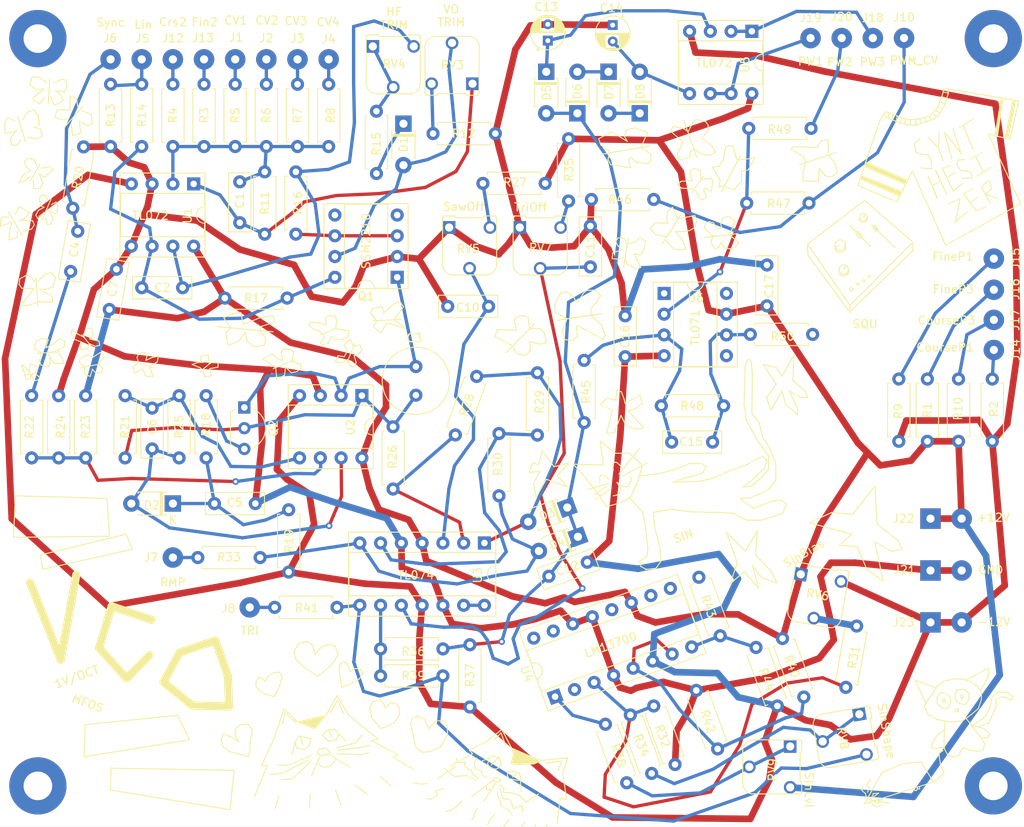
<source format=kicad_pcb>
(kicad_pcb (version 20171130) (host pcbnew "(5.1.2-1)-1")
  (title_block (title "VCO 1V/OCT") (comment 1 "Designed by: Ray Wilson") (comment 2 "Layout by: Mason Mann"))
  (layers (0 F.Cu signal) (31 B.Cu signal) (34 B.Paste user hide) (35 F.Paste user hide) (36 B.SilkS user hide) (37 F.SilkS user) (38 B.Mask user hide) (39 F.Mask user hide) (44 Edge.Cuts user hide))
  (net 0 "")
  (net 1 "Net-(C1-Pad2)")
  (net 2 "Net-(C1-Pad1)")
  (net 3 "Net-(C2-Pad1)")
  (net 4 "Net-(C2-Pad2)")
  (net 5 RAW)
  (net 6 "Net-(C3-Pad1)")
  (net 7 "Net-(C4-Pad1)")
  (net 8 "Net-(C4-Pad2)")
  (net 9 "Net-(C5-Pad1)")
  (net 10 Earth)
  (net 11 "Net-(C6-Pad1)")
  (net 12 "Net-(C6-Pad2)")
  (net 13 +12V)
  (net 14 -12V)
  (net 15 "Net-(C10-Pad1)")
  (net 16 "Net-(C11-Pad1)")
  (net 17 "Net-(C12-Pad1)")
  (net 18 "Net-(C13-Pad1)")
  (net 19 "Net-(C14-Pad2)")
  (net 20 "Net-(C15-Pad2)")
  (net 21 "Net-(C15-Pad1)")
  (net 22 "Net-(D1-Pad1)")
  (net 23 "Net-(D1-Pad2)")
  (net 24 "Net-(D3-Pad2)")
  (net 25 "Net-(D4-Pad2)")
  (net 26 "Net-(D5-Pad2)")
  (net 27 "Net-(D7-Pad2)")
  (net 28 "Net-(Q1-Pad3)")
  (net 29 "Net-(R12-Pad1)")
  (net 30 "Net-(R15-Pad1)")
  (net 31 "Net-(R22-Pad1)")
  (net 32 "Net-(R26-Pad1)")
  (net 33 "Net-(R27-Pad1)")
  (net 34 "Net-(R29-Pad2)")
  (net 35 "Net-(R31-Pad2)")
  (net 36 "Net-(R31-Pad1)")
  (net 37 "Net-(R34-Pad1)")
  (net 38 "Net-(R35-Pad2)")
  (net 39 "Net-(R36-Pad1)")
  (net 40 "Net-(R38-Pad1)")
  (net 41 "Net-(R38-Pad2)")
  (net 42 "Net-(R39-Pad2)")
  (net 43 "Net-(R40-Pad2)")
  (net 44 "Net-(R43-Pad2)")
  (net 45 "Net-(R47-Pad1)")
  (net 46 "Net-(U3-Pad13)")
  (net 47 "Net-(U4-Pad9)")
  (net 48 "Net-(U4-Pad2)")
  (net 49 "Net-(U4-Pad10)")
  (net 50 "Net-(U4-Pad12)")
  (net 51 "Net-(U4-Pad15)")
  (net 52 "Net-(U4-Pad16)")
  (net 53 "Net-(U6-Pad1)")
  (net 54 "Net-(U6-Pad5)")
  (net 55 "Net-(U6-Pad8)")
  (net 56 "Net-(J1-Pad1)")
  (net 57 "Net-(J2-Pad1)")
  (net 58 "Net-(J3-Pad1)")
  (net 59 "Net-(J4-Pad1)")
  (net 60 "Net-(J7-Pad1)")
  (net 61 "Net-(J8-Pad1)")
  (net 62 "Net-(J9-Pad1)")
  (net 63 "Net-(J11-Pad1)")
  (net 64 "Net-(J5-Pad1)")
  (net 65 "Net-(J10-Pad1)")
  (net 66 "Net-(J12-Pad1)")
  (net 67 "Net-(J13-Pad1)")
  (net 68 "Net-(J14-Pad1)")
  (net 69 "Net-(J15-Pad1)")
  (net 70 "Net-(J16-Pad1)")
  (net 71 "Net-(J17-Pad1)")
  (net 72 "Net-(J18-Pad1)")
  (net 73 "Net-(J19-Pad1)")
  (net 74 "Net-(J20-Pad1)")
  (net 75 "Net-(Q2-Pad3)")
  (module Package_DIP:DIP-8_W7.62mm_Socket (layer F.Cu) (at 57.404 61.468 270)
    (fp_text reference U2 (at 3.8735 1.397 90) (layer F.SilkS))
    (fp_text value TL072)
    (pad 8 thru_hole oval (at 7.62 0 270) (size 1.6 1.6) (drill 0.8) (layers *.Cu *.Mask) (net 13 +12V))
    (pad 4 thru_hole oval (at 0 7.62 270) (size 1.6 1.6) (drill 0.8) (layers *.Cu *.Mask) (net 14 -12V))
    (pad 7 thru_hole oval (at 7.62 2.54 270) (size 1.6 1.6) (drill 0.8) (layers *.Cu *.Mask) (net 12 "Net-(C6-Pad2)"))
    (pad 3 thru_hole oval (at 0 5.08 270) (size 1.6 1.6) (drill 0.8) (layers *.Cu *.Mask) (net 10 Earth))
    (pad 6 thru_hole oval (at 7.62 5.08 270) (size 1.6 1.6) (drill 0.8) (layers *.Cu *.Mask) (net 31 "Net-(R22-Pad1)"))
    (pad 2 thru_hole oval (at 0 2.54 270) (size 1.6 1.6) (drill 0.8) (layers *.Cu *.Mask) (net 6 "Net-(C3-Pad1)"))
    (pad 5 thru_hole oval (at 7.62 7.62 270) (size 1.6 1.6) (drill 0.8) (layers *.Cu *.Mask) (net 11 "Net-(C6-Pad1)"))
    (pad 1 thru_hole rect (at 0 0 270) (size 1.6 1.6) (drill 0.8) (layers *.Cu *.Mask) (net 5 RAW))
  )
  (module Potentiometer_THT:Potentiometer_Runtron_RM-065_Vertical (layer F.Cu) (at 118.237 100.457 280)
    (fp_text reference RV8 (at 2.52377 2.508356 100) (layer F.SilkS))
    (fp_text value 100K)
    (pad 2 thru_hole circle (at 2.5 5 280) (size 1.55 1.55) (drill 1) (layers *.Cu *.Mask) (net 37 "Net-(R34-Pad1)"))
    (pad 1 thru_hole rect (at 0 0 280) (size 1.55 1.55) (drill 1) (layers *.Cu *.Mask) (net 37 "Net-(R34-Pad1)"))
    (pad 3 thru_hole circle (at 5 0 280) (size 1.55 1.55) (drill 1) (layers *.Cu *.Mask) (net 42 "Net-(R39-Pad2)"))
  )
  (module Potentiometer_THT:Potentiometer_Runtron_RM-065_Vertical (layer F.Cu) (at 109.7788 104.394 270)
    (fp_text reference RV9 (at 2.8575 2.159 270) (layer F.SilkS))
    (fp_text value 1M)
    (pad 2 thru_hole circle (at 2.5 5 270) (size 1.55 1.55) (drill 1) (layers *.Cu *.Mask) (net 40 "Net-(R38-Pad1)"))
    (pad 1 thru_hole rect (at 0 0 270) (size 1.55 1.55) (drill 1) (layers *.Cu *.Mask) (net 40 "Net-(R38-Pad1)"))
    (pad 3 thru_hole circle (at 5 0 270) (size 1.55 1.55) (drill 1) (layers *.Cu *.Mask) (net 13 +12V))
  )
  (module MountingHole:MountingHole_3.5mm_Pad (layer F.Cu) (at 134.62 17.78)
    (fp_text reference REF** hide)
    (fp_text value MountingHole_3.5mm_Pad)
    (pad 1 thru_hole circle (at 0 0) (size 7 7) (drill 3.5) (layers *.Cu *.Mask))
  )
  (module Capacitor_THT:CP_Radial_D4.0mm_P2.00mm (layer F.Cu) (at 80.137 18.034 90)
    (fp_text reference C13 (at 4.1275 -0.1905 180) (layer F.SilkS))
    (fp_text value 1uF)
    (pad 1 thru_hole rect (at 0 0 90) (size 1.2 1.2) (drill 0.6) (layers *.Cu *.Mask) (net 18 "Net-(C13-Pad1)"))
    (pad 2 thru_hole circle (at 2 0 90) (size 1.2 1.2) (drill 0.6) (layers *.Cu *.Mask) (net 10 Earth))
  )
  (module Capacitor_THT:CP_Radial_D4.0mm_P2.00mm (layer F.Cu) (at 88.0745 16.129 270)
    (fp_text reference C14 (at -2.0955 0.127 180) (layer F.SilkS))
    (fp_text value 1uF)
    (pad 2 thru_hole circle (at 2 0 270) (size 1.2 1.2) (drill 0.6) (layers *.Cu *.Mask) (net 19 "Net-(C14-Pad2)"))
    (pad 1 thru_hole rect (at 0 0 270) (size 1.2 1.2) (drill 0.6) (layers *.Cu *.Mask) (net 10 Earth))
  )
  (module Connector_Wire:SolderWirePad_1x01_Drill1mm (layer F.Cu) (at 41.91 20.32)
    (fp_text reference J1 (at 0.127 -2.667) (layer F.SilkS))
    (fp_text value CV1)
    (pad 1 thru_hole circle (at 0 0) (size 2.49936 2.49936) (drill 1.00076) (layers *.Cu *.Mask) (net 56 "Net-(J1-Pad1)"))
  )
  (module Connector_Wire:SolderWirePad_1x01_Drill1mm (layer F.Cu) (at 45.72 20.32)
    (fp_text reference J2 (at 0 -2.6035) (layer F.SilkS))
    (fp_text value CV2)
    (pad 1 thru_hole circle (at 0 0) (size 2.49936 2.49936) (drill 1.00076) (layers *.Cu *.Mask) (net 57 "Net-(J2-Pad1)"))
  )
  (module Connector_Wire:SolderWirePad_1x01_Drill1mm (layer F.Cu) (at 53.34 20.32)
    (fp_text reference J4 (at 0 -2.4765) (layer F.SilkS))
    (fp_text value CV4)
    (pad 1 thru_hole circle (at 0 0) (size 2.49936 2.49936) (drill 1.00076) (layers *.Cu *.Mask) (net 59 "Net-(J4-Pad1)"))
  )
  (module Connector_Wire:SolderWirePad_1x01_Drill1mm (layer F.Cu) (at 30.48 20.32)
    (fp_text reference J5 (at 0.0635 -2.54) (layer F.SilkS))
    (fp_text value LIN)
    (pad 1 thru_hole circle (at 0 0) (size 2.49936 2.49936) (drill 1.00076) (layers *.Cu *.Mask) (net 64 "Net-(J5-Pad1)"))
  )
  (module Connector_Wire:SolderWirePad_1x01_Drill1mm (layer F.Cu) (at 26.67 20.32)
    (fp_text reference J6 (at -0.0635 -2.6035) (layer F.SilkS))
    (fp_text value SYNC)
    (pad 1 thru_hole circle (at 0 0) (size 2.49936 2.49936) (drill 1.00076) (layers *.Cu *.Mask) (net 7 "Net-(C4-Pad1)"))
  )
  (module Connector_Wire:SolderWirePad_1x01_Drill1mm (layer F.Cu) (at 34.29 81.28 270)
    (fp_text reference J7 (at 0 2.667 180) (layer F.SilkS))
    (fp_text value RMP)
    (pad 1 thru_hole circle (at 0 0 270) (size 2.49936 2.49936) (drill 1.00076) (layers *.Cu *.Mask) (net 60 "Net-(J7-Pad1)"))
  )
  (module Connector_Wire:SolderWirePad_1x01_Drill1mm (layer F.Cu) (at 43.688 87.376 270)
    (fp_text reference J8 (at 0.127 2.6035) (layer F.SilkS))
    (fp_text value TRI)
    (pad 1 thru_hole circle (at 0 0 270) (size 2.49936 2.49936) (drill 1.00076) (layers *.Cu *.Mask) (net 61 "Net-(J8-Pad1)"))
  )
  (module Connector_Wire:SolderWirePad_1x01_Drill1mm (layer F.Cu) (at 123.698 17.7165)
    (fp_text reference J10 (at 0 -2.54) (layer F.SilkS))
    (fp_text value PWM_CV)
    (pad 1 thru_hole circle (at 0 0) (size 2.49936 2.49936) (drill 1.00076) (layers *.Cu *.Mask) (net 65 "Net-(J10-Pad1)"))
  )
  (module Connector_Wire:SolderWirePad_1x01_Drill1mm (layer F.Cu) (at 34.29 20.32)
    (fp_text reference J12 (at 0 -2.6035) (layer F.SilkS))
    (fp_text value RV1P2)
    (pad 1 thru_hole circle (at 0 0) (size 2.49936 2.49936) (drill 1.00076) (layers *.Cu *.Mask) (net 66 "Net-(J12-Pad1)"))
  )
  (module Connector_Wire:SolderWirePad_1x01_Drill1mm (layer F.Cu) (at 134.6835 55.88 270)
    (fp_text reference J14 (at 0 -2.667 90) (layer F.SilkS))
    (fp_text value RV1P1)
    (pad 1 thru_hole circle (at 0 0 270) (size 2.49936 2.49936) (drill 1.00076) (layers *.Cu *.Mask) (net 68 "Net-(J14-Pad1)"))
  )
  (module Connector_Wire:SolderWirePad_1x01_Drill1mm (layer F.Cu) (at 134.6835 44.704 270)
    (fp_text reference J15 (at 0 -2.667 90) (layer F.SilkS))
    (fp_text value RV2P1)
    (pad 1 thru_hole circle (at 0 0 270) (size 2.49936 2.49936) (drill 1.00076) (layers *.Cu *.Mask) (net 69 "Net-(J15-Pad1)"))
  )
  (module Connector_Wire:SolderWirePad_1x01_Drill1mm (layer F.Cu) (at 134.6835 48.514 270)
    (fp_text reference J16 (at -0.0635 -2.6035 90) (layer F.SilkS))
    (fp_text value RV2P3)
    (pad 1 thru_hole circle (at 0 0 270) (size 2.49936 2.49936) (drill 1.00076) (layers *.Cu *.Mask) (net 70 "Net-(J16-Pad1)"))
  )
  (module Connector_Wire:SolderWirePad_1x01_Drill1mm (layer F.Cu) (at 134.6835 52.197 270)
    (fp_text reference J17 (at 0 -2.6035 90) (layer F.SilkS))
    (fp_text value RV1P3)
    (pad 1 thru_hole circle (at 0 0 270) (size 2.49936 2.49936) (drill 1.00076) (layers *.Cu *.Mask) (net 71 "Net-(J17-Pad1)"))
  )
  (module Connector_Wire:SolderWirePad_1x01_Drill1mm (layer F.Cu) (at 119.888 17.7165)
    (fp_text reference J18 (at 0 -2.4765) (layer F.SilkS))
    (fp_text value RV10P3)
    (pad 1 thru_hole circle (at 0 0) (size 2.49936 2.49936) (drill 1.00076) (layers *.Cu *.Mask) (net 72 "Net-(J18-Pad1)"))
  )
  (module Connector_Wire:SolderWirePad_1x01_Drill1mm (layer F.Cu) (at 112.268 17.7165)
    (fp_text reference J19 (at 0 -2.4765) (layer F.SilkS))
    (fp_text value RV10P1)
    (pad 1 thru_hole circle (at 0 0) (size 2.49936 2.49936) (drill 1.00076) (layers *.Cu *.Mask) (net 73 "Net-(J19-Pad1)"))
  )
  (module Connector_Wire:SolderWirePad_1x01_Drill1mm (layer F.Cu) (at 116.078 17.7165)
    (fp_text reference J20 (at 0 -2.6035) (layer F.SilkS))
    (fp_text value RV10P2)
    (pad 1 thru_hole circle (at 0 0) (size 2.49936 2.49936) (drill 1.00076) (layers *.Cu *.Mask) (net 74 "Net-(J20-Pad1)"))
  )
  (module Connector_Wire:SolderWirePad_1x02_P3.81mm_Drill1mm (layer F.Cu) (at 126.9365 82.8675)
    (fp_text reference J21 (at -3.175 -0.0635) (layer F.SilkS))
    (fp_text value GND_CONN)
    (pad 1 thru_hole rect (at 0 0) (size 2.49936 2.49936) (drill 1.00076) (layers *.Cu *.Mask) (net 10 Earth))
    (pad 2 thru_hole circle (at 3.81 0) (size 2.49936 2.49936) (drill 1.00076) (layers *.Cu *.Mask) (net 10 Earth))
  )
  (module Connector_Wire:SolderWirePad_1x02_P3.81mm_Drill1mm (layer F.Cu) (at 126.9365 76.5175)
    (fp_text reference J22 (at -3.302 0) (layer F.SilkS))
    (fp_text value +12V_CONN)
    (pad 2 thru_hole circle (at 3.81 0) (size 2.49936 2.49936) (drill 1.00076) (layers *.Cu *.Mask) (net 13 +12V))
    (pad 1 thru_hole rect (at 0 0) (size 2.49936 2.49936) (drill 1.00076) (layers *.Cu *.Mask) (net 13 +12V))
  )
  (module Connector_Wire:SolderWirePad_1x02_P3.81mm_Drill1mm (layer F.Cu) (at 126.9365 89.2175)
    (fp_text reference J23 (at -3.302 0) (layer F.SilkS))
    (fp_text value -12V_CONN)
    (pad 1 thru_hole rect (at 0 0) (size 2.49936 2.49936) (drill 1.00076) (layers *.Cu *.Mask) (net 14 -12V))
    (pad 2 thru_hole circle (at 3.81 0) (size 2.49936 2.49936) (drill 1.00076) (layers *.Cu *.Mask) (net 14 -12V))
  )
  (module Resistor_THT:R_Axial_DIN0207_L6.3mm_D2.5mm_P7.62mm_Horizontal (layer F.Cu) (at 123.063 59.436 270)
    (fp_text reference R1 (at 3.81 -3.4925 90) (layer F.SilkS))
    (fp_text value 200k)
    (pad 1 thru_hole circle (at 0 0 270) (size 1.6 1.6) (drill 0.8) (layers *.Cu *.Mask) (net 69 "Net-(J15-Pad1)"))
    (pad 2 thru_hole oval (at 7.62 0 270) (size 1.6 1.6) (drill 0.8) (layers *.Cu *.Mask) (net 14 -12V))
  )
  (module Resistor_THT:R_Axial_DIN0207_L6.3mm_D2.5mm_P7.62mm_Horizontal (layer F.Cu) (at 134.493 59.436 270)
    (fp_text reference R2 (at 3.683 -0.1905 90) (layer F.SilkS))
    (fp_text value 10k)
    (pad 2 thru_hole oval (at 7.62 0 270) (size 1.6 1.6) (drill 0.8) (layers *.Cu *.Mask) (net 14 -12V))
    (pad 1 thru_hole circle (at 0 0 270) (size 1.6 1.6) (drill 0.8) (layers *.Cu *.Mask) (net 68 "Net-(J14-Pad1)"))
  )
  (module Resistor_THT:R_Axial_DIN0207_L6.3mm_D2.5mm_P7.62mm_Horizontal (layer F.Cu) (at 126.5555 67.056 90)
    (fp_text reference R9 (at 3.683 -3.556 90) (layer F.SilkS))
    (fp_text value 200k)
    (pad 1 thru_hole circle (at 0 0 90) (size 1.6 1.6) (drill 0.8) (layers *.Cu *.Mask) (net 13 +12V))
    (pad 2 thru_hole oval (at 7.62 0 90) (size 1.6 1.6) (drill 0.8) (layers *.Cu *.Mask) (net 70 "Net-(J16-Pad1)"))
  )
  (module Resistor_THT:R_Axial_DIN0207_L6.3mm_D2.5mm_P7.62mm_Horizontal (layer F.Cu) (at 130.3655 67.056 90)
    (fp_text reference R10 (at 4.0005 -0.0635 90) (layer F.SilkS))
    (fp_text value 47k)
    (pad 2 thru_hole oval (at 7.62 0 90) (size 1.6 1.6) (drill 0.8) (layers *.Cu *.Mask) (net 71 "Net-(J17-Pad1)"))
    (pad 1 thru_hole circle (at 0 0 90) (size 1.6 1.6) (drill 0.8) (layers *.Cu *.Mask) (net 13 +12V))
  )
  (module Resistor_THT:R_Axial_DIN0207_L6.3mm_D2.5mm_P7.62mm_Horizontal (layer F.Cu) (at 48.4505 75.438 270)
    (fp_text reference R19 (at 3.81 -0.0635 90) (layer F.SilkS))
    (fp_text value 18k)
    (pad 1 thru_hole circle (at 0 0 270) (size 1.6 1.6) (drill 0.8) (layers *.Cu *.Mask) (net 9 "Net-(C5-Pad1)"))
    (pad 2 thru_hole oval (at 7.62 0 270) (size 1.6 1.6) (drill 0.8) (layers *.Cu *.Mask) (net 14 -12V))
  )
  (module Resistor_THT:R_Axial_DIN0207_L6.3mm_D2.5mm_P7.62mm_Horizontal (layer F.Cu) (at 117.9068 89.662 260)
    (fp_text reference R31 (at 3.797955 -0.326088 80) (layer F.SilkS))
    (fp_text value 470K)
    (pad 2 thru_hole oval (at 7.62 0 260) (size 1.6 1.6) (drill 0.8) (layers *.Cu *.Mask) (net 35 "Net-(R31-Pad2)"))
    (pad 1 thru_hole circle (at 0 0 260) (size 1.6 1.6) (drill 0.8) (layers *.Cu *.Mask) (net 36 "Net-(R31-Pad1)"))
  )
  (module Resistor_THT:R_Axial_DIN0207_L6.3mm_D2.5mm_P7.62mm_Horizontal (layer F.Cu) (at 93.091 99.441 290)
    (fp_text reference R32 (at 3.830099 0.245262 110) (layer F.SilkS))
    (fp_text value 1K)
    (pad 2 thru_hole oval (at 7.62 0 290) (size 1.6 1.6) (drill 0.8) (layers *.Cu *.Mask) (net 10 Earth))
    (pad 1 thru_hole circle (at 0 0 290) (size 1.6 1.6) (drill 0.8) (layers *.Cu *.Mask) (net 35 "Net-(R31-Pad2)"))
  )
  (module Resistor_THT:R_Axial_DIN0207_L6.3mm_D2.5mm_P7.62mm_Horizontal (layer F.Cu) (at 37.338 81.28)
    (fp_text reference R33 (at 3.81 -0.0635) (layer F.SilkS))
    (fp_text value 1K)
    (pad 2 thru_hole oval (at 7.62 0) (size 1.6 1.6) (drill 0.8) (layers *.Cu *.Mask) (net 25 "Net-(D4-Pad2)"))
    (pad 1 thru_hole circle (at 0 0) (size 1.6 1.6) (drill 0.8) (layers *.Cu *.Mask) (net 60 "Net-(J7-Pad1)"))
  )
  (module Resistor_THT:R_Axial_DIN0207_L6.3mm_D2.5mm_P7.62mm_Horizontal (layer F.Cu) (at 92.837 107.696 110)
    (fp_text reference R34 (at 3.656572 -0.020623 110) (layer F.SilkS))
    (fp_text value 20K)
    (pad 1 thru_hole circle (at 0 0 110) (size 1.6 1.6) (drill 0.8) (layers *.Cu *.Mask) (net 37 "Net-(R34-Pad1)"))
    (pad 2 thru_hole oval (at 7.62 0 110) (size 1.6 1.6) (drill 0.8) (layers *.Cu *.Mask) (net 35 "Net-(R31-Pad2)"))
  )
  (module Resistor_THT:R_Axial_DIN0207_L6.3mm_D2.5mm_P7.62mm_Horizontal (layer F.Cu) (at 59.69 92.456)
    (fp_text reference R36 (at 4.0005 0.3175) (layer F.SilkS))
    (fp_text value 10K)
    (pad 1 thru_hole circle (at 0 0) (size 1.6 1.6) (drill 0.8) (layers *.Cu *.Mask) (net 39 "Net-(R36-Pad1)"))
    (pad 2 thru_hole oval (at 7.62 0) (size 1.6 1.6) (drill 0.8) (layers *.Cu *.Mask) (net 17 "Net-(C12-Pad1)"))
  )
  (module Resistor_THT:R_Axial_DIN0207_L6.3mm_D2.5mm_P7.62mm_Horizontal (layer F.Cu) (at 89.789 108.839 110)
    (fp_text reference R38 (at 3.510028 0.196341 110) (layer F.SilkS))
    (fp_text value 100K)
    (pad 1 thru_hole circle (at 0 0 110) (size 1.6 1.6) (drill 0.8) (layers *.Cu *.Mask) (net 40 "Net-(R38-Pad1)"))
    (pad 2 thru_hole oval (at 7.62 0 110) (size 1.6 1.6) (drill 0.8) (layers *.Cu *.Mask) (net 41 "Net-(R38-Pad2)"))
  )
  (module Resistor_THT:R_Axial_DIN0207_L6.3mm_D2.5mm_P7.62mm_Horizontal (layer F.Cu) (at 46.736 87.376)
    (fp_text reference R41 (at 3.937 0.0635) (layer F.SilkS))
    (fp_text value 1K)
    (pad 1 thru_hole circle (at 0 0) (size 1.6 1.6) (drill 0.8) (layers *.Cu *.Mask) (net 61 "Net-(J8-Pad1)"))
    (pad 2 thru_hole oval (at 7.62 0) (size 1.6 1.6) (drill 0.8) (layers *.Cu *.Mask) (net 42 "Net-(R39-Pad2)"))
  )
  (module Resistor_THT:R_Axial_DIN0207_L6.3mm_D2.5mm_P7.62mm_Horizontal (layer F.Cu) (at 98.298 97.536 290)
    (fp_text reference R42 (at 4.058031 -0.009654 110) (layer F.SilkS))
    (fp_text value 130K)
    (pad 1 thru_hole circle (at 0 0 290) (size 1.6 1.6) (drill 0.8) (layers *.Cu *.Mask) (net 10 Earth))
    (pad 2 thru_hole oval (at 7.62 0 290) (size 1.6 1.6) (drill 0.8) (layers *.Cu *.Mask) (net 43 "Net-(R40-Pad2)"))
  )
  (module Resistor_THT:R_Axial_DIN0207_L6.3mm_D2.5mm_P7.62mm_Horizontal (layer F.Cu) (at 98.6155 83.693 290)
    (fp_text reference R43 (at 3.732476 0.142155 110) (layer F.SilkS))
    (fp_text value 1K)
    (pad 1 thru_hole circle (at 0 0 290) (size 1.6 1.6) (drill 0.8) (layers *.Cu *.Mask) (net 62 "Net-(J9-Pad1)"))
    (pad 2 thru_hole oval (at 7.62 0 290) (size 1.6 1.6) (drill 0.8) (layers *.Cu *.Mask) (net 44 "Net-(R43-Pad2)"))
  )
  (module Resistor_THT:R_Axial_DIN0207_L6.3mm_D2.5mm_P7.62mm_Horizontal (layer F.Cu) (at 84.582 57.15 270)
    (fp_text reference R45 (at 3.8735 -0.254 90) (layer F.SilkS))
    (fp_text value 100K)
    (pad 2 thru_hole oval (at 7.62 0 270) (size 1.6 1.6) (drill 0.8) (layers *.Cu *.Mask) (net 17 "Net-(C12-Pad1)"))
    (pad 1 thru_hole circle (at 0 0 270) (size 1.6 1.6) (drill 0.8) (layers *.Cu *.Mask) (net 21 "Net-(C15-Pad1)"))
  )
  (module Resistor_THT:R_Axial_DIN0207_L6.3mm_D2.5mm_P7.62mm_Horizontal (layer F.Cu) (at 104.4575 37.9095)
    (fp_text reference R47 (at 3.937 0.0635) (layer F.SilkS))
    (fp_text value 10K)
    (pad 1 thru_hole circle (at 0 0) (size 1.6 1.6) (drill 0.8) (layers *.Cu *.Mask) (net 45 "Net-(R47-Pad1)"))
    (pad 2 thru_hole oval (at 7.62 0) (size 1.6 1.6) (drill 0.8) (layers *.Cu *.Mask) (net 65 "Net-(J10-Pad1)"))
  )
  (module Resistor_THT:R_Axial_DIN0207_L6.3mm_D2.5mm_P7.62mm_Horizontal (layer F.Cu) (at 101.637359 62.70752 180)
    (fp_text reference R48 (at 3.847359 -0.03048) (layer F.SilkS))
    (fp_text value 10M)
    (pad 1 thru_hole circle (at 0 0 180) (size 1.6 1.6) (drill 0.8) (layers *.Cu *.Mask) (net 20 "Net-(C15-Pad2)"))
    (pad 2 thru_hole oval (at 7.62 0 180) (size 1.6 1.6) (drill 0.8) (layers *.Cu *.Mask) (net 21 "Net-(C15-Pad1)"))
  )
  (module Resistor_THT:R_Axial_DIN0207_L6.3mm_D2.5mm_P7.62mm_Horizontal (layer F.Cu) (at 112.3315 28.7655 180)
    (fp_text reference R49 (at 3.8735 -0.127) (layer F.SilkS))
    (fp_text value 10K)
    (pad 1 thru_hole circle (at 0 0 180) (size 1.6 1.6) (drill 0.8) (layers *.Cu *.Mask) (net 74 "Net-(J20-Pad1)"))
    (pad 2 thru_hole oval (at 7.62 0 180) (size 1.6 1.6) (drill 0.8) (layers *.Cu *.Mask) (net 45 "Net-(R47-Pad1)"))
  )
  (module Resistor_THT:R_Axial_DIN0207_L6.3mm_D2.5mm_P7.62mm_Horizontal (layer F.Cu) (at 104.902 53.975)
    (fp_text reference R50 (at 3.937 0.254) (layer F.SilkS))
    (fp_text value 4.7K)
    (pad 1 thru_hole circle (at 0 0) (size 1.6 1.6) (drill 0.8) (layers *.Cu *.Mask) (net 20 "Net-(C15-Pad2)"))
    (pad 2 thru_hole oval (at 7.62 0) (size 1.6 1.6) (drill 0.8) (layers *.Cu *.Mask) (net 63 "Net-(J11-Pad1)"))
  )
  (module Capacitor_THT:C_Rect_L7.0mm_W2.5mm_P5.00mm (layer F.Cu) (at 39.37 74.676)
    (fp_text reference C5 (at 2.4765 -0.127) (layer F.SilkS))
    (fp_text value 100pF)
    (pad 2 thru_hole circle (at 5 0) (size 1.6 1.6) (drill 0.8) (layers *.Cu *.Mask) (net 10 Earth))
    (pad 1 thru_hole circle (at 0 0) (size 1.6 1.6) (drill 0.8) (layers *.Cu *.Mask) (net 9 "Net-(C5-Pad1)"))
  )
  (module Package_DIP:DIP-8_W7.62mm_Socket (layer F.Cu) (at 105.0925 16.891 270)
    (fp_text reference U5 (at 4.064 0.8255 90) (layer F.SilkS))
    (fp_text value TL072)
    (pad 1 thru_hole rect (at 0 0 270) (size 1.6 1.6) (drill 0.8) (layers *.Cu *.Mask) (net 72 "Net-(J18-Pad1)"))
    (pad 5 thru_hole oval (at 7.62 7.62 270) (size 1.6 1.6) (drill 0.8) (layers *.Cu *.Mask) (net 19 "Net-(C14-Pad2)"))
    (pad 2 thru_hole oval (at 0 2.54 270) (size 1.6 1.6) (drill 0.8) (layers *.Cu *.Mask) (net 72 "Net-(J18-Pad1)"))
    (pad 6 thru_hole oval (at 7.62 5.08 270) (size 1.6 1.6) (drill 0.8) (layers *.Cu *.Mask) (net 73 "Net-(J19-Pad1)"))
    (pad 3 thru_hole oval (at 0 5.08 270) (size 1.6 1.6) (drill 0.8) (layers *.Cu *.Mask) (net 18 "Net-(C13-Pad1)"))
    (pad 7 thru_hole oval (at 7.62 2.54 270) (size 1.6 1.6) (drill 0.8) (layers *.Cu *.Mask) (net 73 "Net-(J19-Pad1)"))
    (pad 4 thru_hole oval (at 0 7.62 270) (size 1.6 1.6) (drill 0.8) (layers *.Cu *.Mask) (net 14 -12V))
    (pad 8 thru_hole oval (at 7.62 0 270) (size 1.6 1.6) (drill 0.8) (layers *.Cu *.Mask) (net 13 +12V))
  )
  (module Capacitor_THT:C_Rect_L7.0mm_W2.5mm_P5.00mm (layer F.Cu) (at 95.28736 67.152522)
    (fp_text reference C15 (at 2.37564 -0.033022) (layer F.SilkS))
    (fp_text value 10pF)
    (pad 1 thru_hole circle (at 0 0) (size 1.6 1.6) (drill 0.8) (layers *.Cu *.Mask) (net 21 "Net-(C15-Pad1)"))
    (pad 2 thru_hole circle (at 5 0) (size 1.6 1.6) (drill 0.8) (layers *.Cu *.Mask) (net 20 "Net-(C15-Pad2)"))
  )
  (module Diode_THT:D_T-1_P5.08mm_Horizontal (layer F.Cu) (at 34.29 74.676 180)
    (fp_text reference D2 (at 2.6035 -0.1905) (layer F.SilkS))
    (fp_text value D)
    (fp_text user K (at 0 -2) (layer F.SilkS))
    (pad 1 thru_hole rect (at 0 0 180) (size 2 2) (drill 1) (layers *.Cu *.Mask) (net 9 "Net-(C5-Pad1)"))
    (pad 2 thru_hole oval (at 5.08 0 180) (size 2 2) (drill 1) (layers *.Cu *.Mask) (net 12 "Net-(C6-Pad2)"))
  )
  (module Diode_THT:D_T-1_P5.08mm_Horizontal (layer F.Cu) (at 83.756501 26.924 90)
    (fp_text reference D5 (at 2.54 -3.746501 90) (layer F.SilkS))
    (fp_text value D)
    (pad 1 thru_hole rect (at 0 0 90) (size 2 2) (drill 1) (layers *.Cu *.Mask) (net 17 "Net-(C12-Pad1)"))
    (pad 2 thru_hole oval (at 5.08 0 90) (size 2 2) (drill 1) (layers *.Cu *.Mask) (net 26 "Net-(D5-Pad2)"))
  )
  (module Diode_THT:D_T-1_P5.08mm_Horizontal (layer F.Cu) (at 79.9465 21.844 270)
    (fp_text reference D6 (at 2.413 -3.81 90) (layer F.SilkS))
    (fp_text value D)
    (pad 2 thru_hole oval (at 5.08 0 270) (size 2 2) (drill 1) (layers *.Cu *.Mask) (net 17 "Net-(C12-Pad1)"))
    (pad 1 thru_hole rect (at 0 0 270) (size 2 2) (drill 1) (layers *.Cu *.Mask) (net 18 "Net-(C13-Pad1)"))
  )
  (module Diode_THT:D_T-1_P5.08mm_Horizontal (layer F.Cu) (at 87.566502 21.844001 270)
    (fp_text reference D7 (at 2.476499 -0.063498 90) (layer F.SilkS))
    (fp_text value D)
    (pad 2 thru_hole oval (at 5.08 0 270) (size 2 2) (drill 1) (layers *.Cu *.Mask) (net 27 "Net-(D7-Pad2)"))
    (pad 1 thru_hole rect (at 0 0 270) (size 2 2) (drill 1) (layers *.Cu *.Mask) (net 26 "Net-(D5-Pad2)"))
  )
  (module Diode_THT:D_T-1_P5.08mm_Horizontal (layer F.Cu) (at 91.3765 26.924 90)
    (fp_text reference D8 (at 2.667 0.0635 90) (layer F.SilkS))
    (fp_text value D)
    (pad 1 thru_hole rect (at 0 0 90) (size 2 2) (drill 1) (layers *.Cu *.Mask) (net 27 "Net-(D7-Pad2)"))
    (pad 2 thru_hole oval (at 5.08 0 90) (size 2 2) (drill 1) (layers *.Cu *.Mask) (net 19 "Net-(C14-Pad2)"))
  )
  (module Capacitor_THT:C_Rect_L7.0mm_W2.5mm_P5.00mm (layer F.Cu) (at 89.5985 56.7055 90)
    (fp_text reference C16 (at 2.4765 0 90) (layer F.SilkS))
    (fp_text value 0.1uF)
    (pad 1 thru_hole circle (at 0 0 90) (size 1.6 1.6) (drill 0.8) (layers *.Cu *.Mask) (net 14 -12V))
    (pad 2 thru_hole circle (at 5 0 90) (size 1.6 1.6) (drill 0.8) (layers *.Cu *.Mask) (net 10 Earth))
  )
  (module Package_TO_SOT_THT:TO-92L_Inline_Wide (layer F.Cu) (at 43.0276 62.9158 270)
    (fp_text reference Q2 (at 2.54 -3.56 90) (layer F.SilkS))
    (fp_text value Q_PJFET_DSG)
    (pad 2 thru_hole circle (at 2.54 0) (size 1.5 1.5) (drill 0.8) (layers *.Cu *.Mask) (net 5 RAW))
    (pad 3 thru_hole circle (at 5.08 0) (size 1.5 1.5) (drill 0.8) (layers *.Cu *.Mask) (net 75 "Net-(Q2-Pad3)"))
    (pad 1 thru_hole rect (at 0 0) (size 1.5 1.5) (drill 0.8) (layers *.Cu *.Mask) (net 6 "Net-(C3-Pad1)"))
  )
  (module Capacitor_THT:C_Rect_L7.0mm_W2.5mm_P5.00mm (layer F.Cu) (at 26.5176 50.927 80)
    (fp_text reference C7 (at 2.54 0 80) (layer F.SilkS))
    (fp_text value 0.1uF)
    (pad 2 thru_hole circle (at 5 0 80) (size 1.6 1.6) (drill 0.8) (layers *.Cu *.Mask) (net 10 Earth))
    (pad 1 thru_hole circle (at 0 0 80) (size 1.6 1.6) (drill 0.8) (layers *.Cu *.Mask) (net 13 +12V))
  )
  (module Potentiometer_THT:Potentiometer_Runtron_RM-065_Vertical (layer F.Cu) (at 111.0742 83.3374 350)
    (fp_text reference RV6 (at 2.463881 2.082434 170) (layer F.SilkS))
    (fp_text value 100K)
    (pad 2 thru_hole circle (at 2.5 5 350) (size 1.55 1.55) (drill 1) (layers *.Cu *.Mask) (net 36 "Net-(R31-Pad1)"))
    (pad 1 thru_hole rect (at 0 0 350) (size 1.55 1.55) (drill 1) (layers *.Cu *.Mask) (net 13 +12V))
    (pad 3 thru_hole circle (at 5 0 350) (size 1.55 1.55) (drill 1) (layers *.Cu *.Mask) (net 14 -12V))
  )
  (module Potentiometer_THT:Potentiometer_Runtron_RM-065_Vertical (layer F.Cu) (at 76.708 40.894)
    (fp_text reference RV7 (at 2.54 2.4765) (layer F.SilkS))
    (fp_text value 10K)
    (pad 2 thru_hole circle (at 2.5 5) (size 1.55 1.55) (drill 1) (layers *.Cu *.Mask) (net 16 "Net-(C11-Pad1)"))
    (pad 1 thru_hole rect (at 0 0) (size 1.55 1.55) (drill 1) (layers *.Cu *.Mask) (net 10 Earth))
    (pad 3 thru_hole circle (at 5 0) (size 1.55 1.55) (drill 1) (layers *.Cu *.Mask) (net 38 "Net-(R35-Pad2)"))
  )
  (module Potentiometer_THT:Potentiometer_Runtron_RM-065_Vertical (layer F.Cu) (at 68.072 40.894)
    (fp_text reference RV5 (at 2.3495 2.6035) (layer F.SilkS))
    (fp_text value 10K)
    (pad 2 thru_hole circle (at 2.5 5) (size 1.55 1.55) (drill 1) (layers *.Cu *.Mask) (net 15 "Net-(C10-Pad1)"))
    (pad 1 thru_hole rect (at 0 0) (size 1.55 1.55) (drill 1) (layers *.Cu *.Mask) (net 10 Earth))
    (pad 3 thru_hole circle (at 5 0) (size 1.55 1.55) (drill 1) (layers *.Cu *.Mask) (net 33 "Net-(R27-Pad1)"))
  )
  (module Potentiometer_THT:Potentiometer_Runtron_RM-065_Vertical (layer F.Cu) (at 58.7375 18.7325)
    (fp_text reference RV4 (at 2.6035 2.159) (layer F.SilkS))
    (fp_text value 100K)
    (pad 2 thru_hole circle (at 2.5 5) (size 1.55 1.55) (drill 1) (layers *.Cu *.Mask) (net 30 "Net-(R15-Pad1)"))
    (pad 1 thru_hole rect (at 0 0) (size 1.55 1.55) (drill 1) (layers *.Cu *.Mask) (net 30 "Net-(R15-Pad1)"))
    (pad 3 thru_hole circle (at 5 0) (size 1.55 1.55) (drill 1) (layers *.Cu *.Mask) (net 4 "Net-(C2-Pad2)"))
  )
  (module Potentiometer_THT:Potentiometer_Runtron_RM-065_Vertical (layer F.Cu) (at 70.9295 23.3045 180)
    (fp_text reference RV3 (at 2.4765 2.286) (layer F.SilkS))
    (fp_text value 100)
    (pad 2 thru_hole circle (at 2.5 5 180) (size 1.55 1.55) (drill 1) (layers *.Cu *.Mask) (net 23 "Net-(D1-Pad2)"))
    (pad 1 thru_hole rect (at 0 0 180) (size 1.55 1.55) (drill 1) (layers *.Cu *.Mask) (net 1 "Net-(C1-Pad2)"))
    (pad 3 thru_hole circle (at 5 0 180) (size 1.55 1.55) (drill 1) (layers *.Cu *.Mask) (net 29 "Net-(R12-Pad1)"))
  )
  (module Resistor_THT:R_Axial_DIN0207_L6.3mm_D2.5mm_P7.62mm_Horizontal (layer F.Cu) (at 30.48 30.988 90)
    (fp_text reference R14 (at 3.81 0 90) (layer F.SilkS))
    (fp_text value 1M)
    (pad 1 thru_hole circle (at 0 0 90) (size 1.6 1.6) (drill 0.8) (layers *.Cu *.Mask) (net 3 "Net-(C2-Pad1)"))
    (pad 2 thru_hole oval (at 7.62 0 90) (size 1.6 1.6) (drill 0.8) (layers *.Cu *.Mask) (net 64 "Net-(J5-Pad1)"))
  )
  (module MountingHole:MountingHole_3.5mm_Pad (layer F.Cu) (at 134.62 109.22)
    (fp_text reference REF** hide)
    (fp_text value MountingHole_3.5mm_Pad)
    (pad 1 thru_hole circle (at 0 0) (size 7 7) (drill 3.5) (layers *.Cu *.Mask))
  )
  (module MountingHole:MountingHole_3.5mm_Pad (layer F.Cu) (at 17.78 109.22)
    (fp_text reference REF** hide)
    (fp_text value MountingHole_3.5mm_Pad)
    (pad 1 thru_hole circle (at 0 0) (size 7 7) (drill 3.5) (layers *.Cu *.Mask))
  )
  (module MountingHole:MountingHole_3.5mm_Pad (layer F.Cu) (at 17.78 17.78)
    (fp_text reference REF** hide)
    (fp_text value MountingHole_3.5mm_Pad)
    (pad 1 thru_hole circle (at 0 0) (size 7 7) (drill 3.5) (layers *.Cu *.Mask))
  )
  (module Connector_Wire:SolderWirePad_1x01_Drill1mm (layer F.Cu) (at 49.53 20.32)
    (fp_text reference J3 (at 0 -2.54) (layer F.SilkS))
    (fp_text value CV3)
    (pad 1 thru_hole circle (at 0 0) (size 2.49936 2.49936) (drill 1.00076) (layers *.Cu *.Mask) (net 58 "Net-(J3-Pad1)"))
  )
  (module Connector_Wire:SolderWirePad_1x01_Drill1mm (layer F.Cu) (at 38.1 20.32)
    (fp_text reference J13 (at -0.127 -2.6035) (layer F.SilkS))
    (fp_text value RV2P2)
    (pad 1 thru_hole circle (at 0 0) (size 2.49936 2.49936) (drill 1.00076) (layers *.Cu *.Mask) (net 67 "Net-(J13-Pad1)"))
  )
  (module Package_DIP:DIP-8_W7.62mm_Socket (layer F.Cu) (at 61.722 46.99 180)
    (fp_text reference Q1 (at 3.81 -2.33) (layer F.SilkS))
    (fp_text value SSM2210)
    (pad 8 thru_hole oval (at 7.62 0 180) (size 1.6 1.6) (drill 0.8) (layers *.Cu *.Mask) (net 3 "Net-(C2-Pad1)"))
    (pad 4 thru_hole oval (at 0 7.62 180) (size 1.6 1.6) (drill 0.8) (layers *.Cu *.Mask))
    (pad 7 thru_hole oval (at 7.62 2.54 180) (size 1.6 1.6) (drill 0.8) (layers *.Cu *.Mask) (net 23 "Net-(D1-Pad2)"))
    (pad 3 thru_hole oval (at 0 5.08 180) (size 1.6 1.6) (drill 0.8) (layers *.Cu *.Mask) (net 28 "Net-(Q1-Pad3)"))
    (pad 6 thru_hole oval (at 7.62 5.08 180) (size 1.6 1.6) (drill 0.8) (layers *.Cu *.Mask) (net 28 "Net-(Q1-Pad3)"))
    (pad 2 thru_hole oval (at 0 2.54 180) (size 1.6 1.6) (drill 0.8) (layers *.Cu *.Mask) (net 10 Earth))
    (pad 5 thru_hole oval (at 7.62 7.62 180) (size 1.6 1.6) (drill 0.8) (layers *.Cu *.Mask))
    (pad 1 thru_hole rect (at 0 0 180) (size 1.6 1.6) (drill 0.8) (layers *.Cu *.Mask) (net 6 "Net-(C3-Pad1)"))
  )
  (module Resistor_THT:R_Axial_DIN0207_L6.3mm_D2.5mm_P7.62mm_Horizontal (layer F.Cu) (at 38.1 30.988 90)
    (fp_text reference R3 (at 3.81 0 90) (layer F.SilkS))
    (fp_text value 1M)
    (pad 1 thru_hole circle (at 0 0 90) (size 1.6 1.6) (drill 0.8) (layers *.Cu *.Mask) (net 2 "Net-(C1-Pad1)"))
    (pad 2 thru_hole oval (at 7.62 0 90) (size 1.6 1.6) (drill 0.8) (layers *.Cu *.Mask) (net 67 "Net-(J13-Pad1)"))
  )
  (module Resistor_THT:R_Axial_DIN0207_L6.3mm_D2.5mm_P7.62mm_Horizontal (layer F.Cu) (at 34.29 30.988 90)
    (fp_text reference R4 (at 3.81 0 90) (layer F.SilkS))
    (fp_text value 100k)
    (pad 2 thru_hole oval (at 7.62 0 90) (size 1.6 1.6) (drill 0.8) (layers *.Cu *.Mask) (net 66 "Net-(J12-Pad1)"))
    (pad 1 thru_hole circle (at 0 0 90) (size 1.6 1.6) (drill 0.8) (layers *.Cu *.Mask) (net 2 "Net-(C1-Pad1)"))
  )
  (module Resistor_THT:R_Axial_DIN0207_L6.3mm_D2.5mm_P7.62mm_Horizontal (layer F.Cu) (at 41.91 30.988 90)
    (fp_text reference R5 (at 3.81 0 90) (layer F.SilkS))
    (fp_text value 100k)
    (pad 1 thru_hole circle (at 0 0 90) (size 1.6 1.6) (drill 0.8) (layers *.Cu *.Mask) (net 2 "Net-(C1-Pad1)"))
    (pad 2 thru_hole oval (at 7.62 0 90) (size 1.6 1.6) (drill 0.8) (layers *.Cu *.Mask) (net 56 "Net-(J1-Pad1)"))
  )
  (module Resistor_THT:R_Axial_DIN0207_L6.3mm_D2.5mm_P7.62mm_Horizontal (layer F.Cu) (at 45.72 30.988 90)
    (fp_text reference R6 (at 3.81 0 90) (layer F.SilkS))
    (fp_text value 100k)
    (pad 2 thru_hole oval (at 7.62 0 90) (size 1.6 1.6) (drill 0.8) (layers *.Cu *.Mask) (net 57 "Net-(J2-Pad1)"))
    (pad 1 thru_hole circle (at 0 0 90) (size 1.6 1.6) (drill 0.8) (layers *.Cu *.Mask) (net 2 "Net-(C1-Pad1)"))
  )
  (module Resistor_THT:R_Axial_DIN0207_L6.3mm_D2.5mm_P7.62mm_Horizontal (layer F.Cu) (at 49.53 30.988 90)
    (fp_text reference R7 (at 3.81 0 90) (layer F.SilkS))
    (fp_text value 100k)
    (pad 1 thru_hole circle (at 0 0 90) (size 1.6 1.6) (drill 0.8) (layers *.Cu *.Mask) (net 2 "Net-(C1-Pad1)"))
    (pad 2 thru_hole oval (at 7.62 0 90) (size 1.6 1.6) (drill 0.8) (layers *.Cu *.Mask) (net 58 "Net-(J3-Pad1)"))
  )
  (module Resistor_THT:R_Axial_DIN0207_L6.3mm_D2.5mm_P7.62mm_Horizontal (layer F.Cu) (at 53.34 30.988 90)
    (fp_text reference R8 (at 3.81 0.254 90) (layer F.SilkS))
    (fp_text value 100k)
    (pad 2 thru_hole oval (at 7.62 0 90) (size 1.6 1.6) (drill 0.8) (layers *.Cu *.Mask) (net 59 "Net-(J4-Pad1)"))
    (pad 1 thru_hole circle (at 0 0 90) (size 1.6 1.6) (drill 0.8) (layers *.Cu *.Mask) (net 2 "Net-(C1-Pad1)"))
  )
  (module Resistor_THT:R_Axial_DIN0207_L6.3mm_D2.5mm_P7.62mm_Horizontal (layer F.Cu) (at 45.5168 41.7068 90)
    (fp_text reference R11 (at 3.81 0 90) (layer F.SilkS))
    (fp_text value 2k)
    (pad 1 thru_hole circle (at 0 0 90) (size 1.6 1.6) (drill 0.8) (layers *.Cu *.Mask) (net 1 "Net-(C1-Pad2)"))
    (pad 2 thru_hole oval (at 7.62 0 90) (size 1.6 1.6) (drill 0.8) (layers *.Cu *.Mask) (net 2 "Net-(C1-Pad1)"))
  )
  (module Resistor_THT:R_Axial_DIN0207_L6.3mm_D2.5mm_P7.62mm_Horizontal (layer F.Cu) (at 66.1035 29.4005)
    (fp_text reference R12 (at 3.7465 0) (layer F.SilkS))
    (fp_text value 475)
    (pad 2 thru_hole oval (at 7.62 0) (size 1.6 1.6) (drill 0.8) (layers *.Cu *.Mask) (net 10 Earth))
    (pad 1 thru_hole circle (at 0 0) (size 1.6 1.6) (drill 0.8) (layers *.Cu *.Mask) (net 29 "Net-(R12-Pad1)"))
  )
  (module Resistor_THT:R_Axial_DIN0207_L6.3mm_D2.5mm_P7.62mm_Horizontal (layer F.Cu) (at 26.67 30.988 90)
    (fp_text reference R13 (at 3.81 0 90) (layer F.SilkS))
    (fp_text value 100K)
    (pad 2 thru_hole oval (at 7.62 0 90) (size 1.6 1.6) (drill 0.8) (layers *.Cu *.Mask) (net 64 "Net-(J5-Pad1)"))
    (pad 1 thru_hole circle (at 0 0 90) (size 1.6 1.6) (drill 0.8) (layers *.Cu *.Mask) (net 10 Earth))
  )
  (module Resistor_THT:R_Axial_DIN0207_L6.3mm_D2.5mm_P7.62mm_Horizontal (layer F.Cu) (at 59.182 26.67 270)
    (fp_text reference R15 (at 4.0005 0 90) (layer F.SilkS))
    (fp_text value 4.7K)
    (pad 2 thru_hole oval (at 7.62 0 270) (size 1.6 1.6) (drill 0.8) (layers *.Cu *.Mask) (net 22 "Net-(D1-Pad1)"))
    (pad 1 thru_hole circle (at 0 0 270) (size 1.6 1.6) (drill 0.8) (layers *.Cu *.Mask) (net 30 "Net-(R15-Pad1)"))
  )
  (module Resistor_THT:R_Axial_DIN0207_L6.3mm_D2.5mm_P7.62mm_Horizontal (layer F.Cu) (at 49.3268 34.0868 270)
    (fp_text reference R16 (at 3.81 -0.254 90) (layer F.SilkS))
    (fp_text value 10K)
    (pad 2 thru_hole oval (at 7.62 0 270) (size 1.6 1.6) (drill 0.8) (layers *.Cu *.Mask) (net 28 "Net-(Q1-Pad3)"))
    (pad 1 thru_hole circle (at 0 0 270) (size 1.6 1.6) (drill 0.8) (layers *.Cu *.Mask) (net 4 "Net-(C2-Pad2)"))
  )
  (module Resistor_THT:R_Axial_DIN0207_L6.3mm_D2.5mm_P7.62mm_Horizontal (layer F.Cu) (at 40.64 49.53)
    (fp_text reference R17 (at 3.81 0) (layer F.SilkS))
    (fp_text value 1M)
    (pad 2 thru_hole oval (at 7.62 0) (size 1.6 1.6) (drill 0.8) (layers *.Cu *.Mask) (net 3 "Net-(C2-Pad1)"))
    (pad 1 thru_hole circle (at 0 0) (size 1.6 1.6) (drill 0.8) (layers *.Cu *.Mask) (net 13 +12V))
  )
  (module Resistor_THT:R_Axial_DIN0207_L6.3mm_D2.5mm_P7.62mm_Horizontal (layer F.Cu) (at 38.354 69.088 90)
    (fp_text reference R18 (at 4.064 0 90) (layer F.SilkS))
    (fp_text value 100K)
    (pad 2 thru_hole oval (at 7.62 0 90) (size 1.6 1.6) (drill 0.8) (layers *.Cu *.Mask) (net 75 "Net-(Q2-Pad3)"))
    (pad 1 thru_hole circle (at 0 0 90) (size 1.6 1.6) (drill 0.8) (layers *.Cu *.Mask) (net 9 "Net-(C5-Pad1)"))
  )
  (module Resistor_THT:R_Axial_DIN0207_L6.3mm_D2.5mm_P7.62mm_Horizontal (layer F.Cu) (at 22.0472 38.5318 80)
    (fp_text reference R20 (at 3.81 0 80) (layer F.SilkS))
    (fp_text value 100K)
    (pad 1 thru_hole circle (at 0 0 80) (size 1.6 1.6) (drill 0.8) (layers *.Cu *.Mask) (net 7 "Net-(C4-Pad1)"))
    (pad 2 thru_hole oval (at 7.62 0 80) (size 1.6 1.6) (drill 0.8) (layers *.Cu *.Mask) (net 10 Earth))
  )
  (module Resistor_THT:R_Axial_DIN0207_L6.3mm_D2.5mm_P7.62mm_Horizontal (layer F.Cu) (at 28.448 61.468 270)
    (fp_text reference R21 (at 3.81 0 90) (layer F.SilkS))
    (fp_text value 10K)
    (pad 2 thru_hole oval (at 7.62 0 270) (size 1.6 1.6) (drill 0.8) (layers *.Cu *.Mask) (net 5 RAW))
    (pad 1 thru_hole circle (at 0 0 270) (size 1.6 1.6) (drill 0.8) (layers *.Cu *.Mask) (net 11 "Net-(C6-Pad1)"))
  )
  (module Resistor_THT:R_Axial_DIN0207_L6.3mm_D2.5mm_P7.62mm_Horizontal (layer F.Cu) (at 17.018 69.088 90)
    (fp_text reference R22 (at 3.81 -0.254 90) (layer F.SilkS))
    (fp_text value 1K)
    (pad 1 thru_hole circle (at 0 0 90) (size 1.6 1.6) (drill 0.8) (layers *.Cu *.Mask) (net 31 "Net-(R22-Pad1)"))
    (pad 2 thru_hole oval (at 7.62 0 90) (size 1.6 1.6) (drill 0.8) (layers *.Cu *.Mask) (net 8 "Net-(C4-Pad2)"))
  )
  (module Resistor_THT:R_Axial_DIN0207_L6.3mm_D2.5mm_P7.62mm_Horizontal (layer F.Cu) (at 23.622 61.468 270)
    (fp_text reference R23 (at 3.81 0 90) (layer F.SilkS))
    (fp_text value 10K)
    (pad 2 thru_hole oval (at 7.62 0 270) (size 1.6 1.6) (drill 0.8) (layers *.Cu *.Mask) (net 31 "Net-(R22-Pad1)"))
    (pad 1 thru_hole circle (at 0 0 270) (size 1.6 1.6) (drill 0.8) (layers *.Cu *.Mask) (net 13 +12V))
  )
  (module Resistor_THT:R_Axial_DIN0207_L6.3mm_D2.5mm_P7.62mm_Horizontal (layer F.Cu) (at 20.32 61.468 270)
    (fp_text reference R24 (at 3.81 -0.254 90) (layer F.SilkS))
    (fp_text value 2K)
    (pad 1 thru_hole circle (at 0 0 270) (size 1.6 1.6) (drill 0.8) (layers *.Cu *.Mask) (net 10 Earth))
    (pad 2 thru_hole oval (at 7.62 0 270) (size 1.6 1.6) (drill 0.8) (layers *.Cu *.Mask) (net 31 "Net-(R22-Pad1)"))
  )
  (module Resistor_THT:R_Axial_DIN0207_L6.3mm_D2.5mm_P7.62mm_Horizontal (layer F.Cu) (at 35.052 69.088 90)
    (fp_text reference R25 (at 3.81 0 90) (layer F.SilkS))
    (fp_text value 1M)
    (pad 2 thru_hole oval (at 7.62 0 90) (size 1.6 1.6) (drill 0.8) (layers *.Cu *.Mask) (net 11 "Net-(C6-Pad1)"))
    (pad 1 thru_hole circle (at 0 0 90) (size 1.6 1.6) (drill 0.8) (layers *.Cu *.Mask) (net 12 "Net-(C6-Pad2)"))
  )
  (module Resistor_THT:R_Axial_DIN0207_L6.3mm_D2.5mm_P7.62mm_Horizontal (layer F.Cu) (at 61.214 72.898 90)
    (fp_text reference R26 (at 3.937 -0.0635 90) (layer F.SilkS))
    (fp_text value 10K)
    (pad 1 thru_hole circle (at 0 0 90) (size 1.6 1.6) (drill 0.8) (layers *.Cu *.Mask) (net 32 "Net-(R26-Pad1)"))
    (pad 2 thru_hole oval (at 7.62 0 90) (size 1.6 1.6) (drill 0.8) (layers *.Cu *.Mask) (net 5 RAW))
  )
  (module Resistor_THT:R_Axial_DIN0207_L6.3mm_D2.5mm_P7.62mm_Horizontal (layer F.Cu) (at 72.1995 35.4965)
    (fp_text reference R27 (at 3.937 -0.127) (layer F.SilkS))
    (fp_text value 100K)
    (pad 1 thru_hole circle (at 0 0) (size 1.6 1.6) (drill 0.8) (layers *.Cu *.Mask) (net 33 "Net-(R27-Pad1)"))
    (pad 2 thru_hole oval (at 7.62 0) (size 1.6 1.6) (drill 0.8) (layers *.Cu *.Mask) (net 13 +12V))
  )
  (module Resistor_THT:R_Axial_DIN0207_L6.3mm_D2.5mm_P7.62mm_Horizontal (layer F.Cu) (at 71.4375 59.1185 250)
    (fp_text reference R28 (at 3.694524 -0.060766 70) (layer F.SilkS))
    (fp_text value 47K)
    (pad 2 thru_hole oval (at 7.62 0 250) (size 1.6 1.6) (drill 0.8) (layers *.Cu *.Mask) (net 32 "Net-(R26-Pad1)"))
    (pad 1 thru_hole circle (at 0 0 250) (size 1.6 1.6) (drill 0.8) (layers *.Cu *.Mask) (net 24 "Net-(D3-Pad2)"))
  )
  (module Resistor_THT:R_Axial_DIN0207_L6.3mm_D2.5mm_P7.62mm_Horizontal (layer F.Cu) (at 78.867 58.674 270)
    (fp_text reference R29 (at 3.556 -0.254 90) (layer F.SilkS))
    (fp_text value 10K)
    (pad 2 thru_hole oval (at 7.62 0 270) (size 1.6 1.6) (drill 0.8) (layers *.Cu *.Mask) (net 34 "Net-(R29-Pad2)"))
    (pad 1 thru_hole circle (at 0 0 270) (size 1.6 1.6) (drill 0.8) (layers *.Cu *.Mask) (net 24 "Net-(D3-Pad2)"))
  )
  (module Resistor_THT:R_Axial_DIN0207_L6.3mm_D2.5mm_P7.62mm_Horizontal (layer F.Cu) (at 74.168 73.7235 90)
    (fp_text reference R30 (at 3.8735 -0.127 90) (layer F.SilkS))
    (fp_text value 10K)
    (pad 1 thru_hole circle (at 0 0 90) (size 1.6 1.6) (drill 0.8) (layers *.Cu *.Mask) (net 25 "Net-(D4-Pad2)"))
    (pad 2 thru_hole oval (at 7.62 0 90) (size 1.6 1.6) (drill 0.8) (layers *.Cu *.Mask) (net 34 "Net-(R29-Pad2)"))
  )
  (module Resistor_THT:R_Axial_DIN0207_L6.3mm_D2.5mm_P7.62mm_Horizontal (layer F.Cu) (at 82.677 30.0355 270)
    (fp_text reference R35 (at 3.81 -0.0635 90) (layer F.SilkS))
    (fp_text value 10K)
    (pad 1 thru_hole circle (at 0 0 270) (size 1.6 1.6) (drill 0.8) (layers *.Cu *.Mask) (net 13 +12V))
    (pad 2 thru_hole oval (at 7.62 0 270) (size 1.6 1.6) (drill 0.8) (layers *.Cu *.Mask) (net 38 "Net-(R35-Pad2)"))
  )
  (module Resistor_THT:R_Axial_DIN0207_L6.3mm_D2.5mm_P7.62mm_Horizontal (layer F.Cu) (at 70.612 99.568 90)
    (fp_text reference R37 (at 3.8735 0 90) (layer F.SilkS))
    (fp_text value 20k)
    (pad 2 thru_hole oval (at 7.62 0 90) (size 1.6 1.6) (drill 0.8) (layers *.Cu *.Mask) (net 17 "Net-(C12-Pad1)"))
    (pad 1 thru_hole circle (at 0 0 90) (size 1.6 1.6) (drill 0.8) (layers *.Cu *.Mask) (net 14 -12V))
  )
  (module Resistor_THT:R_Axial_DIN0207_L6.3mm_D2.5mm_P7.62mm_Horizontal (layer F.Cu) (at 59.69 95.758)
    (fp_text reference R39 (at 4.0005 0) (layer F.SilkS) (effects (font (thickness 0.153))))
    (fp_text value 20K)
    (pad 2 thru_hole oval (at 7.62 0) (size 1.6 1.6) (drill 0.8) (layers *.Cu *.Mask) (net 42 "Net-(R39-Pad2)"))
    (pad 1 thru_hole circle (at 0 0) (size 1.6 1.6) (drill 0.8) (layers *.Cu *.Mask) (net 39 "Net-(R36-Pad1)"))
  )
  (module Resistor_THT:R_Axial_DIN0207_L6.3mm_D2.5mm_P7.62mm_Horizontal (layer F.Cu) (at 108.839 91.186 290)
    (fp_text reference R40 (at 3.613135 0.098718 110) (layer F.SilkS))
    (fp_text value 1M)
    (pad 1 thru_hole circle (at 0 0 290) (size 1.6 1.6) (drill 0.8) (layers *.Cu *.Mask) (net 13 +12V))
    (pad 2 thru_hole oval (at 7.62 0 290) (size 1.6 1.6) (drill 0.8) (layers *.Cu *.Mask) (net 43 "Net-(R40-Pad2)"))
  )
  (module Resistor_THT:R_Axial_DIN0207_L6.3mm_D2.5mm_P7.62mm_Horizontal (layer F.Cu) (at 108.204 99.441 110)
    (fp_text reference R44 (at 3.499278 -0.145448 110) (layer F.SilkS))
    (fp_text value 4.7K)
    (pad 2 thru_hole oval (at 7.62 0 110) (size 1.6 1.6) (drill 0.8) (layers *.Cu *.Mask) (net 44 "Net-(R43-Pad2)"))
    (pad 1 thru_hole circle (at 0 0 110) (size 1.6 1.6) (drill 0.8) (layers *.Cu *.Mask) (net 14 -12V))
  )
  (module Resistor_THT:R_Axial_DIN0207_L6.3mm_D2.5mm_P7.62mm_Horizontal (layer F.Cu) (at 93.091 37.465 180)
    (fp_text reference R46 (at 4.1275 0) (layer F.SilkS))
    (fp_text value 100K)
    (pad 2 thru_hole oval (at 7.62 0 180) (size 1.6 1.6) (drill 0.8) (layers *.Cu *.Mask) (net 10 Earth))
    (pad 1 thru_hole circle (at 0 0 180) (size 1.6 1.6) (drill 0.8) (layers *.Cu *.Mask) (net 65 "Net-(J10-Pad1)"))
  )
  (module Package_DIP:DIP-8_W7.62mm_Socket (layer F.Cu) (at 36.83 35.56 270)
    (fp_text reference U1 (at 3.8735 0.762 90) (layer F.SilkS))
    (fp_text value OP275)
    (pad 1 thru_hole rect (at 0 0 270) (size 1.6 1.6) (drill 0.8) (layers *.Cu *.Mask) (net 1 "Net-(C1-Pad2)"))
    (pad 5 thru_hole oval (at 7.62 7.62 270) (size 1.6 1.6) (drill 0.8) (layers *.Cu *.Mask) (net 10 Earth))
    (pad 2 thru_hole oval (at 0 2.54 270) (size 1.6 1.6) (drill 0.8) (layers *.Cu *.Mask) (net 2 "Net-(C1-Pad1)"))
    (pad 6 thru_hole oval (at 7.62 5.08 270) (size 1.6 1.6) (drill 0.8) (layers *.Cu *.Mask) (net 3 "Net-(C2-Pad1)"))
    (pad 3 thru_hole oval (at 0 5.08 270) (size 1.6 1.6) (drill 0.8) (layers *.Cu *.Mask) (net 10 Earth))
    (pad 7 thru_hole oval (at 7.62 2.54 270) (size 1.6 1.6) (drill 0.8) (layers *.Cu *.Mask) (net 4 "Net-(C2-Pad2)"))
    (pad 4 thru_hole oval (at 0 7.62 270) (size 1.6 1.6) (drill 0.8) (layers *.Cu *.Mask) (net 14 -12V))
    (pad 8 thru_hole oval (at 7.62 0 270) (size 1.6 1.6) (drill 0.8) (layers *.Cu *.Mask) (net 13 +12V))
  )
  (module Package_DIP:DIP-14_W7.62mm_Socket (layer F.Cu) (at 72.39 79.502 270)
    (fp_text reference U3 (at 3.937 0.8255 270) (layer F.SilkS))
    (fp_text value TL074)
    (pad 1 thru_hole rect (at 0 0 270) (size 1.6 1.6) (drill 0.8) (layers *.Cu *.Mask) (net 24 "Net-(D3-Pad2)"))
    (pad 8 thru_hole oval (at 7.62 15.24 270) (size 1.6 1.6) (drill 0.8) (layers *.Cu *.Mask) (net 42 "Net-(R39-Pad2)"))
    (pad 2 thru_hole oval (at 0 2.54 270) (size 1.6 1.6) (drill 0.8) (layers *.Cu *.Mask) (net 32 "Net-(R26-Pad1)"))
    (pad 9 thru_hole oval (at 7.62 12.7 270) (size 1.6 1.6) (drill 0.8) (layers *.Cu *.Mask) (net 39 "Net-(R36-Pad1)"))
    (pad 3 thru_hole oval (at 0 5.08 270) (size 1.6 1.6) (drill 0.8) (layers *.Cu *.Mask) (net 15 "Net-(C10-Pad1)"))
    (pad 10 thru_hole oval (at 7.62 10.16 270) (size 1.6 1.6) (drill 0.8) (layers *.Cu *.Mask) (net 16 "Net-(C11-Pad1)"))
    (pad 4 thru_hole oval (at 0 7.62 270) (size 1.6 1.6) (drill 0.8) (layers *.Cu *.Mask) (net 13 +12V))
    (pad 11 thru_hole oval (at 7.62 7.62 270) (size 1.6 1.6) (drill 0.8) (layers *.Cu *.Mask) (net 14 -12V))
    (pad 5 thru_hole oval (at 0 10.16 270) (size 1.6 1.6) (drill 0.8) (layers *.Cu *.Mask) (net 10 Earth))
    (pad 12 thru_hole oval (at 7.62 5.08 270) (size 1.6 1.6) (drill 0.8) (layers *.Cu *.Mask) (net 10 Earth))
    (pad 6 thru_hole oval (at 0 12.7 270) (size 1.6 1.6) (drill 0.8) (layers *.Cu *.Mask) (net 34 "Net-(R29-Pad2)"))
    (pad 13 thru_hole oval (at 7.62 2.54 270) (size 1.6 1.6) (drill 0.8) (layers *.Cu *.Mask) (net 46 "Net-(U3-Pad13)"))
    (pad 7 thru_hole oval (at 0 15.24 270) (size 1.6 1.6) (drill 0.8) (layers *.Cu *.Mask) (net 25 "Net-(D4-Pad2)"))
    (pad 14 thru_hole oval (at 7.62 0 270) (size 1.6 1.6) (drill 0.8) (layers *.Cu *.Mask) (net 46 "Net-(U3-Pad13)"))
  )
  (module Package_DIP:DIP-16_W7.62mm_Socket (layer F.Cu) (at 81.026 98.298 110)
    (fp_text reference U4 (at 3.81 -2.33 110) (layer F.SilkS))
    (fp_text value LM13700)
    (pad 1 thru_hole rect (at 0 0 110) (size 1.6 1.6) (drill 0.8) (layers *.Cu *.Mask) (net 41 "Net-(R38-Pad2)"))
    (pad 9 thru_hole oval (at 7.62 17.78 110) (size 1.6 1.6) (drill 0.8) (layers *.Cu *.Mask) (net 47 "Net-(U4-Pad9)"))
    (pad 2 thru_hole oval (at 0 2.54 110) (size 1.6 1.6) (drill 0.8) (layers *.Cu *.Mask) (net 48 "Net-(U4-Pad2)"))
    (pad 10 thru_hole oval (at 7.62 15.24 110) (size 1.6 1.6) (drill 0.8) (layers *.Cu *.Mask) (net 49 "Net-(U4-Pad10)"))
    (pad 3 thru_hole oval (at 0 5.08 110) (size 1.6 1.6) (drill 0.8) (layers *.Cu *.Mask) (net 35 "Net-(R31-Pad2)"))
    (pad 11 thru_hole oval (at 7.62 12.7 110) (size 1.6 1.6) (drill 0.8) (layers *.Cu *.Mask) (net 13 +12V))
    (pad 4 thru_hole oval (at 0 7.62 110) (size 1.6 1.6) (drill 0.8) (layers *.Cu *.Mask) (net 10 Earth))
    (pad 12 thru_hole oval (at 7.62 10.16 110) (size 1.6 1.6) (drill 0.8) (layers *.Cu *.Mask) (net 50 "Net-(U4-Pad12)"))
    (pad 5 thru_hole oval (at 0 10.16 110) (size 1.6 1.6) (drill 0.8) (layers *.Cu *.Mask) (net 43 "Net-(R40-Pad2)"))
    (pad 13 thru_hole oval (at 7.62 7.62 110) (size 1.6 1.6) (drill 0.8) (layers *.Cu *.Mask) (net 10 Earth))
    (pad 6 thru_hole oval (at 0 12.7 110) (size 1.6 1.6) (drill 0.8) (layers *.Cu *.Mask) (net 14 -12V))
    (pad 14 thru_hole oval (at 7.62 5.08 110) (size 1.6 1.6) (drill 0.8) (layers *.Cu *.Mask) (net 10 Earth))
    (pad 7 thru_hole oval (at 0 15.24 110) (size 1.6 1.6) (drill 0.8) (layers *.Cu *.Mask) (net 43 "Net-(R40-Pad2)"))
    (pad 15 thru_hole oval (at 7.62 2.54 110) (size 1.6 1.6) (drill 0.8) (layers *.Cu *.Mask) (net 51 "Net-(U4-Pad15)"))
    (pad 8 thru_hole oval (at 0 17.78 110) (size 1.6 1.6) (drill 0.8) (layers *.Cu *.Mask) (net 44 "Net-(R43-Pad2)"))
    (pad 16 thru_hole oval (at 7.62 0 110) (size 1.6 1.6) (drill 0.8) (layers *.Cu *.Mask) (net 52 "Net-(U4-Pad16)"))
  )
  (module Package_DIP:DIP-8_W7.62mm_Socket (layer F.Cu) (at 94.361 48.9585)
    (fp_text reference U6 (at 3.8735 0.5715) (layer F.SilkS))
    (fp_text value TL071)
    (pad 1 thru_hole rect (at 0 0) (size 1.6 1.6) (drill 0.8) (layers *.Cu *.Mask) (net 53 "Net-(U6-Pad1)"))
    (pad 5 thru_hole oval (at 7.62 7.62) (size 1.6 1.6) (drill 0.8) (layers *.Cu *.Mask) (net 54 "Net-(U6-Pad5)"))
    (pad 2 thru_hole oval (at 0 2.54) (size 1.6 1.6) (drill 0.8) (layers *.Cu *.Mask) (net 45 "Net-(R47-Pad1)"))
    (pad 6 thru_hole oval (at 7.62 5.08) (size 1.6 1.6) (drill 0.8) (layers *.Cu *.Mask) (net 20 "Net-(C15-Pad2)"))
    (pad 3 thru_hole oval (at 0 5.08) (size 1.6 1.6) (drill 0.8) (layers *.Cu *.Mask) (net 21 "Net-(C15-Pad1)"))
    (pad 7 thru_hole oval (at 7.62 2.54) (size 1.6 1.6) (drill 0.8) (layers *.Cu *.Mask) (net 13 +12V))
    (pad 4 thru_hole oval (at 0 7.62) (size 1.6 1.6) (drill 0.8) (layers *.Cu *.Mask) (net 14 -12V))
    (pad 8 thru_hole oval (at 7.62 0) (size 1.6 1.6) (drill 0.8) (layers *.Cu *.Mask) (net 55 "Net-(U6-Pad8)"))
  )
  (module Capacitor_THT:C_Rect_L7.0mm_W2.5mm_P5.00mm (layer F.Cu) (at 42.4688 35.306 270)
    (fp_text reference C1 (at 2.286 0 90) (layer F.SilkS))
    (fp_text value 100pF)
    (pad 2 thru_hole circle (at 5 0 270) (size 1.6 1.6) (drill 0.8) (layers *.Cu *.Mask) (net 1 "Net-(C1-Pad2)"))
    (pad 1 thru_hole circle (at 0 0 270) (size 1.6 1.6) (drill 0.8) (layers *.Cu *.Mask) (net 2 "Net-(C1-Pad1)"))
  )
  (module Capacitor_THT:C_Rect_L7.0mm_W2.5mm_P5.00mm (layer F.Cu) (at 30.48 48.26)
    (fp_text reference C2 (at 2.5 0) (layer F.SilkS))
    (fp_text value 100pF)
    (pad 1 thru_hole circle (at 0 0) (size 1.6 1.6) (drill 0.8) (layers *.Cu *.Mask) (net 3 "Net-(C2-Pad1)"))
    (pad 2 thru_hole circle (at 5 0) (size 1.6 1.6) (drill 0.8) (layers *.Cu *.Mask) (net 4 "Net-(C2-Pad2)"))
  )
  (module Capacitor_THT:C_Radial_D8.0mm_H7.0mm_P3.50mm (layer F.Cu) (at 64.008 57.912 270)
    (fp_text reference C3 (at -3.4925 0.1905) (layer F.SilkS))
    (fp_text value 0.005uF)
    (pad 1 thru_hole circle (at 0 0 270) (size 1.6 1.6) (drill 0.8) (layers *.Cu *.Mask) (net 6 "Net-(C3-Pad1)"))
    (pad 2 thru_hole circle (at 3.5 0 270) (size 1.6 1.6) (drill 0.8) (layers *.Cu *.Mask) (net 5 RAW))
  )
  (module Capacitor_THT:C_Rect_L7.0mm_W2.5mm_P5.00mm (layer F.Cu) (at 22.6568 41.3512 260)
    (fp_text reference C4 (at 2.286 0 80) (layer F.SilkS))
    (fp_text value 0.001uF)
    (pad 1 thru_hole circle (at 0 0 260) (size 1.6 1.6) (drill 0.8) (layers *.Cu *.Mask) (net 7 "Net-(C4-Pad1)"))
    (pad 2 thru_hole circle (at 5 0 260) (size 1.6 1.6) (drill 0.8) (layers *.Cu *.Mask) (net 8 "Net-(C4-Pad2)"))
  )
  (module Capacitor_THT:C_Rect_L7.0mm_W2.5mm_P5.00mm (layer F.Cu) (at 31.75 62.992 270)
    (fp_text reference C6 (at 2.286 0 90) (layer F.SilkS))
    (fp_text value 4.7pF)
    (pad 2 thru_hole circle (at 5 0 270) (size 1.6 1.6) (drill 0.8) (layers *.Cu *.Mask) (net 12 "Net-(C6-Pad2)"))
    (pad 1 thru_hole circle (at 0 0 270) (size 1.6 1.6) (drill 0.8) (layers *.Cu *.Mask) (net 11 "Net-(C6-Pad1)"))
  )
  (module Capacitor_THT:C_Rect_L7.0mm_W2.5mm_P5.00mm (layer F.Cu) (at 80.264 83.566 20)
    (fp_text reference C12 (at 2.473912 -0.113199 20) (layer F.SilkS))
    (fp_text value 0.002uF)
    (pad 1 thru_hole circle (at 0 0 20) (size 1.6 1.6) (drill 0.8) (layers *.Cu *.Mask) (net 17 "Net-(C12-Pad1)"))
    (pad 2 thru_hole circle (at 5 0 20) (size 1.6 1.6) (drill 0.8) (layers *.Cu *.Mask) (net 14 -12V))
  )
  (module Diode_THT:D_T-1_P5.08mm_Horizontal (layer F.Cu) (at 62.484 28.194 270)
    (fp_text reference D1 (at 2.54 0 90) (layer F.SilkS))
    (fp_text value D)
    (pad 2 thru_hole oval (at 5.08 0 270) (size 2 2) (drill 1) (layers *.Cu *.Mask) (net 23 "Net-(D1-Pad2)"))
    (pad 1 thru_hole rect (at 0 0 270) (size 2 2) (drill 1) (layers *.Cu *.Mask) (net 22 "Net-(D1-Pad1)"))
  )
  (module Diode_THT:D_T-1_P5.08mm_Horizontal (layer F.Cu) (at 82.519734 75.161752 200)
    (fp_text reference D3 (at 2.588655 0.040039 20) (layer F.SilkS))
    (fp_text value D)
    (pad 1 thru_hole rect (at 0 0 200) (size 2 2) (drill 1) (layers *.Cu *.Mask) (net 17 "Net-(C12-Pad1)"))
    (pad 2 thru_hole oval (at 5.08 0 200) (size 2 2) (drill 1) (layers *.Cu *.Mask) (net 24 "Net-(D3-Pad2)"))
  )
  (module Diode_THT:D_T-1_P5.08mm_Horizontal (layer F.Cu) (at 83.822831 78.741981 200)
    (fp_text reference D4 (at 2.67114 0.095845 20) (layer F.SilkS))
    (fp_text value D)
    (pad 2 thru_hole oval (at 5.08 0 200) (size 2 2) (drill 1) (layers *.Cu *.Mask) (net 25 "Net-(D4-Pad2)"))
    (pad 1 thru_hole rect (at 0 0 200) (size 2 2) (drill 1) (layers *.Cu *.Mask) (net 17 "Net-(C12-Pad1)"))
  )
  (module Capacitor_THT:C_Rect_L7.0mm_W2.5mm_P5.00mm (layer F.Cu) (at 72.898 50.546 180)
    (fp_text reference C10 (at 2.54 -0.127) (layer F.SilkS))
    (fp_text value 0.1uF)
    (pad 1 thru_hole circle (at 0 0 180) (size 1.6 1.6) (drill 0.8) (layers *.Cu *.Mask) (net 15 "Net-(C10-Pad1)"))
    (pad 2 thru_hole circle (at 5 0 180) (size 1.6 1.6) (drill 0.8) (layers *.Cu *.Mask) (net 10 Earth))
  )
  (module Capacitor_THT:C_Rect_L7.0mm_W2.5mm_P5.00mm (layer F.Cu) (at 85.344 45.72 90)
    (fp_text reference C11 (at 2.5 0 90) (layer F.SilkS))
    (fp_text value 0.1uF)
    (pad 1 thru_hole circle (at 0 0 90) (size 1.6 1.6) (drill 0.8) (layers *.Cu *.Mask) (net 16 "Net-(C11-Pad1)"))
    (pad 2 thru_hole circle (at 5 0 90) (size 1.6 1.6) (drill 0.8) (layers *.Cu *.Mask) (net 10 Earth))
  )
  (module Capacitor_THT:C_Rect_L7.0mm_W2.5mm_P5.00mm (layer F.Cu) (at 106.934 50.4825 90)
    (fp_text reference C17 (at 2.413 0.254 90) (layer F.SilkS))
    (fp_text value 0.1uF)
    (pad 2 thru_hole circle (at 5 0 90) (size 1.6 1.6) (drill 0.8) (layers *.Cu *.Mask) (net 10 Earth))
    (pad 1 thru_hole circle (at 0 0 90) (size 1.6 1.6) (drill 0.8) (layers *.Cu *.Mask) (net 13 +12V))
  )
  (gr_line (start 120.9675 110.871) (end 120.9675 110.8075) (layer F.SilkS) (width 0.12))
  (gr_line (start 120.9675 110.9345) (end 120.9675 110.871) (layer F.SilkS) (width 0.12))
  (gr_line (start 120.8405 111.1885) (end 120.9675 110.9345) (layer F.SilkS) (width 0.12))
  (gr_line (start 120.7135 111.0615) (end 120.8405 111.1885) (layer F.SilkS) (width 0.12))
  (gr_line (start 120.4595 110.871) (end 120.7135 111.0615) (layer F.SilkS) (width 0.12))
  (gr_line (start 120.5865 111.125) (end 120.4595 110.871) (layer F.SilkS) (width 0.12))
  (gr_line (start 120.5865 111.252) (end 120.5865 111.125) (layer F.SilkS) (width 0.12))
  (gr_line (start 120.4595 111.379) (end 120.5865 111.252) (layer F.SilkS) (width 0.12))
  (gr_line (start 120.269 111.379) (end 120.4595 111.379) (layer F.SilkS) (width 0.12))
  (gr_line (start 120.142 111.125) (end 120.269 111.379) (layer F.SilkS) (width 0.12))
  (gr_line (start 124.968 109.6645) (end 124.9045 109.5375) (layer F.SilkS) (width 0.12))
  (gr_line (start 125.0315 109.7915) (end 124.968 109.6645) (layer F.SilkS) (width 0.12))
  (gr_line (start 125.222 109.7915) (end 125.0315 109.7915) (layer F.SilkS) (width 0.12))
  (gr_line (start 125.2855 109.6645) (end 125.222 109.7915) (layer F.SilkS) (width 0.12))
  (gr_line (start 125.349 109.4105) (end 125.2855 109.6645) (layer F.SilkS) (width 0.12))
  (gr_line (start 125.349 109.474) (end 125.349 109.4105) (layer F.SilkS) (width 0.12))
  (gr_line (start 125.4125 109.601) (end 125.349 109.474) (layer F.SilkS) (width 0.12))
  (gr_line (start 125.603 109.601) (end 125.4125 109.601) (layer F.SilkS) (width 0.12))
  (gr_line (start 125.603 109.347) (end 125.603 109.601) (layer F.SilkS) (width 0.12))
  (gr_line (start 119.4435 108.6485) (end 119.634 108.458) (layer F.SilkS) (width 0.12))
  (gr_line (start 119.126 109.093) (end 119.4435 108.6485) (layer F.SilkS) (width 0.12))
  (gr_line (start 119.4435 109.347) (end 119.126 109.093) (layer F.SilkS) (width 0.12))
  (gr_line (start 119.253 109.982) (end 119.4435 109.347) (layer F.SilkS) (width 0.12))
  (gr_line (start 118.5545 109.7915) (end 118.618 109.4105) (layer F.SilkS) (width 0.12))
  (gr_line (start 118.999 110.1725) (end 118.5545 109.7915) (layer F.SilkS) (width 0.12))
  (gr_line (start 119.0625 110.617) (end 118.999 110.1725) (layer F.SilkS) (width 0.12))
  (gr_line (start 120.269 111.76) (end 120.8405 111.5695) (layer F.SilkS) (width 0.12))
  (gr_line (start 119.253 111.125) (end 120.269 111.76) (layer F.SilkS) (width 0.12))
  (gr_line (start 119.4435 110.9345) (end 121.92 111.3155) (layer F.SilkS) (width 0.12))
  (gr_line (start 120.5865 110.109) (end 119.888 110.1725) (layer F.SilkS) (width 0.12))
  (gr_line (start 119.634 110.8075) (end 120.5865 110.109) (layer F.SilkS) (width 0.12))
  (gr_line (start 119.9515 110.236) (end 119.634 110.8075) (layer F.SilkS) (width 0.12))
  (gr_line (start 127.381 108.712) (end 118.8085 111.4425) (layer F.SilkS) (width 0.12))
  (gr_line (start 127.9525 105.2195) (end 128.4605 104.902) (layer F.SilkS) (width 0.12))
  (gr_line (start 128.143 106.553) (end 127.9525 105.2195) (layer F.SilkS) (width 0.12))
  (gr_line (start 128.5875 107.696) (end 128.143 106.553) (layer F.SilkS) (width 0.12))
  (gr_line (start 127.3175 108.7755) (end 128.5875 107.696) (layer F.SilkS) (width 0.12))
  (gr_line (start 125.7935 106.299) (end 127.3175 108.7755) (layer F.SilkS) (width 0.12))
  (gr_line (start 123.571 106.4895) (end 125.7935 106.299) (layer F.SilkS) (width 0.12))
  (gr_line (start 121.031 107.569) (end 123.571 106.4895) (layer F.SilkS) (width 0.12))
  (gr_line (start 118.872 111.379) (end 121.031 107.569) (layer F.SilkS) (width 0.12))
  (gr_line (start 41.783 107.315) (end 26.7335 107.061) (layer F.SilkS) (width 0.12))
  (gr_line (start 41.275 112.141) (end 41.783 107.315) (layer F.SilkS) (width 0.12))
  (gr_line (start 26.67 109.728) (end 41.275 112.141) (layer F.SilkS) (width 0.12))
  (gr_line (start 26.7335 106.9975) (end 26.67 109.728) (layer F.SilkS) (width 0.12))
  (gr_line (start 34.8615 100.584) (end 23.5585 101.727) (layer F.SilkS) (width 0.12))
  (gr_line (start 36.322 103.5685) (end 34.8615 100.584) (layer F.SilkS) (width 0.12))
  (gr_line (start 23.4315 105.664) (end 36.322 103.5685) (layer F.SilkS) (width 0.12))
  (gr_line (start 23.5585 101.727) (end 23.4315 105.664) (layer F.SilkS) (width 0.12))
  (gr_line (start 18.0975 80.9625) (end 18.3515 82.7405) (layer F.SilkS) (width 0.12))
  (gr_line (start 28.575 78.4225) (end 18.0975 80.9625) (layer F.SilkS) (width 0.12))
  (gr_line (start 29.337 80.264) (end 28.575 78.4225) (layer F.SilkS) (width 0.12))
  (gr_line (start 18.288 82.7405) (end 29.337 80.264) (layer F.SilkS) (width 0.12))
  (gr_line (start 26.2255 74.041) (end 14.9225 73.7235) (layer F.SilkS) (width 0.12))
  (gr_line (start 26.543 78.6765) (end 26.2255 74.041) (layer F.SilkS) (width 0.12))
  (gr_line (start 14.7955 78.8035) (end 26.543 78.6765) (layer F.SilkS) (width 0.12))
  (gr_line (start 15.0495 73.5965) (end 14.7955 78.8035) (layer F.SilkS) (width 0.12))
  (gr_line (start 17.78 39.8145) (end 18.2245 39.37) (layer F.SilkS) (width 0.12))
  (gr_line (start 17.526 39.37) (end 17.78 39.8145) (layer F.SilkS) (width 0.12))
  (gr_line (start 17.8435 38.7985) (end 17.526 39.37) (layer F.SilkS) (width 0.12))
  (gr_line (start 18.542 38.4175) (end 17.8435 38.7985) (layer F.SilkS) (width 0.12))
  (gr_line (start 18.0975 38.227) (end 18.542 38.4175) (layer F.SilkS) (width 0.12))
  (gr_line (start 17.9705 37.338) (end 18.0975 38.227) (layer F.SilkS) (width 0.12))
  (gr_line (start 18.2245 36.8935) (end 17.9705 37.338) (layer F.SilkS) (width 0.12))
  (gr_line (start 18.7325 36.957) (end 18.2245 36.8935) (layer F.SilkS) (width 0.12))
  (gr_line (start 18.9865 37.6555) (end 18.7325 36.957) (layer F.SilkS) (width 0.12))
  (gr_line (start 18.923 40.5765) (end 18.7325 39.6875) (layer F.SilkS) (width 0.12))
  (gr_line (start 19.3675 40.4495) (end 18.923 40.5765) (layer F.SilkS) (width 0.12))
  (gr_line (start 19.6215 39.8145) (end 19.3675 40.4495) (layer F.SilkS) (width 0.12))
  (gr_line (start 19.1135 38.7985) (end 19.6215 39.8145) (layer F.SilkS) (width 0.12))
  (gr_line (start 19.3675 38.9255) (end 19.1135 38.7985) (layer F.SilkS) (width 0.12))
  (gr_line (start 19.7485 39.1795) (end 19.3675 38.9255) (layer F.SilkS) (width 0.12))
  (gr_line (start 20.1295 39.0525) (end 19.7485 39.1795) (layer F.SilkS) (width 0.12))
  (gr_line (start 20.193 38.227) (end 20.1295 39.0525) (layer F.SilkS) (width 0.12))
  (gr_line (start 20.0025 37.7825) (end 20.193 38.227) (layer F.SilkS) (width 0.12))
  (gr_line (start 19.431 38.1) (end 20.0025 37.7825) (layer F.SilkS) (width 0.12))
  (gr_line (start 16.1925 35.179) (end 16.8275 34.671) (layer F.SilkS) (width 0.12))
  (gr_line (start 15.494 35.433) (end 16.1925 35.179) (layer F.SilkS) (width 0.12))
  (gr_line (start 16.002 34.417) (end 15.494 35.433) (layer F.SilkS) (width 0.12))
  (gr_line (start 16.891 33.9725) (end 16.002 34.417) (layer F.SilkS) (width 0.12))
  (gr_line (start 16.383 33.528) (end 16.891 33.9725) (layer F.SilkS) (width 0.12))
  (gr_line (start 16.129 32.8295) (end 16.383 33.528) (layer F.SilkS) (width 0.12))
  (gr_line (start 16.51 32.4485) (end 16.129 32.8295) (layer F.SilkS) (width 0.12))
  (gr_line (start 17.272 32.512) (end 16.51 32.4485) (layer F.SilkS) (width 0.12))
  (gr_line (start 17.653 33.3375) (end 17.272 32.512) (layer F.SilkS) (width 0.12))
  (gr_line (start 17.272 36.1315) (end 17.2085 35.1155) (layer F.SilkS) (width 0.12))
  (gr_line (start 18.034 36.1315) (end 17.272 36.1315) (layer F.SilkS) (width 0.12))
  (gr_line (start 18.415 35.56) (end 18.034 36.1315) (layer F.SilkS) (width 0.12))
  (gr_line (start 17.907 34.29) (end 18.415 35.56) (layer F.SilkS) (width 0.12))
  (gr_line (start 18.6055 34.7345) (end 17.907 34.29) (layer F.SilkS) (width 0.12))
  (gr_line (start 19.685 33.782) (end 18.6055 34.7345) (layer F.SilkS) (width 0.12))
  (gr_line (start 19.1135 33.4645) (end 19.685 33.782) (layer F.SilkS) (width 0.12))
  (gr_line (start 18.161 33.655) (end 19.1135 33.4645) (layer F.SilkS) (width 0.12))
  (gr_line (start 21.0185 27.7495) (end 21.463 27.559) (layer F.SilkS) (width 0.12))
  (gr_line (start 19.8755 27.432) (end 21.0185 27.7495) (layer F.SilkS) (width 0.12))
  (gr_line (start 20.0025 26.924) (end 19.8755 27.432) (layer F.SilkS) (width 0.12))
  (gr_line (start 20.1295 26.4795) (end 20.0025 26.924) (layer F.SilkS) (width 0.12))
  (gr_line (start 20.8915 26.4795) (end 20.1295 26.4795) (layer F.SilkS) (width 0.12))
  (gr_line (start 21.717 26.543) (end 20.8915 26.4795) (layer F.SilkS) (width 0.12))
  (gr_line (start 21.717 24.765) (end 21.717 26.543) (layer F.SilkS) (width 0.12))
  (gr_line (start 22.479 25.0825) (end 21.717 24.765) (layer F.SilkS) (width 0.12))
  (gr_line (start 22.6695 26.0985) (end 22.479 25.0825) (layer F.SilkS) (width 0.12))
  (gr_line (start 21.971 29.083) (end 21.844 28.321) (layer F.SilkS) (width 0.12))
  (gr_line (start 22.0345 29.6545) (end 21.971 29.083) (layer F.SilkS) (width 0.12))
  (gr_line (start 23.0505 29.337) (end 22.0345 29.6545) (layer F.SilkS) (width 0.12))
  (gr_line (start 22.9235 28.575) (end 23.0505 29.337) (layer F.SilkS) (width 0.12))
  (gr_line (start 22.86 27.8765) (end 22.9235 28.575) (layer F.SilkS) (width 0.12))
  (gr_line (start 23.876 28.448) (end 22.86 27.8765) (layer F.SilkS) (width 0.12))
  (gr_line (start 24.4475 28.2575) (end 23.876 28.448) (layer F.SilkS) (width 0.12))
  (gr_line (start 24.3205 27.051) (end 24.4475 28.2575) (layer F.SilkS) (width 0.12))
  (gr_line (start 23.241 26.67) (end 24.3205 27.051) (layer F.SilkS) (width 0.12))
  (gr_line (start 17.9705 25.781) (end 18.6055 24.9555) (layer F.SilkS) (width 0.12))
  (gr_line (start 17.0815 25.146) (end 17.9705 25.781) (layer F.SilkS) (width 0.12))
  (gr_line (start 17.907 24.4475) (end 17.0815 25.146) (layer F.SilkS) (width 0.12))
  (gr_line (start 18.542 23.9395) (end 17.907 24.4475) (layer F.SilkS) (width 0.12))
  (gr_line (start 17.5895 24.003) (end 18.542 23.9395) (layer F.SilkS) (width 0.12))
  (gr_line (start 16.8275 23.4315) (end 17.5895 24.003) (layer F.SilkS) (width 0.12))
  (gr_line (start 17.0815 22.4155) (end 16.8275 23.4315) (layer F.SilkS) (width 0.12))
  (gr_line (start 17.9705 22.5425) (end 17.0815 22.4155) (layer F.SilkS) (width 0.12))
  (gr_line (start 18.8595 23.1775) (end 17.9705 22.5425) (layer F.SilkS) (width 0.12))
  (gr_line (start 19.7485 25.8445) (end 19.3675 24.892) (layer F.SilkS) (width 0.12))
  (gr_line (start 20.3835 25.7175) (end 19.7485 25.8445) (layer F.SilkS) (width 0.12))
  (gr_line (start 20.955 25.3365) (end 20.3835 25.7175) (layer F.SilkS) (width 0.12))
  (gr_line (start 20.574 24.7015) (end 20.955 25.3365) (layer F.SilkS) (width 0.12))
  (gr_line (start 19.939 24.13) (end 20.574 24.7015) (layer F.SilkS) (width 0.12))
  (gr_line (start 21.0185 24.3205) (end 19.939 24.13) (layer F.SilkS) (width 0.12))
  (gr_line (start 21.336 23.622) (end 21.0185 24.3205) (layer F.SilkS) (width 0.12))
  (gr_line (start 21.209 22.86) (end 21.336 23.622) (layer F.SilkS) (width 0.12))
  (gr_line (start 20.7645 22.733) (end 21.209 22.86) (layer F.SilkS) (width 0.12))
  (gr_line (start 19.685 23.241) (end 20.7645 22.733) (layer F.SilkS) (width 0.12))
  (gr_line (start 15.24 30.861) (end 15.6845 30.1625) (layer F.SilkS) (width 0.12))
  (gr_line (start 14.5415 30.7975) (end 15.24 30.861) (layer F.SilkS) (width 0.12))
  (gr_line (start 14.4145 30.0355) (end 14.5415 30.7975) (layer F.SilkS) (width 0.12))
  (gr_line (start 15.1765 28.956) (end 14.4145 30.0355) (layer F.SilkS) (width 0.12))
  (gr_line (start 14.7955 29.21) (end 15.1765 28.956) (layer F.SilkS) (width 0.12))
  (gr_line (start 13.7795 29.4005) (end 14.7955 29.21) (layer F.SilkS) (width 0.12))
  (gr_line (start 13.716 28.0035) (end 13.7795 29.4005) (layer F.SilkS) (width 0.12))
  (gr_line (start 14.097 27.432) (end 13.716 28.0035) (layer F.SilkS) (width 0.12))
  (gr_line (start 14.986 27.8765) (end 14.097 27.432) (layer F.SilkS) (width 0.12))
  (gr_line (start 17.5895 30.0355) (end 16.4465 29.845) (layer F.SilkS) (width 0.12))
  (gr_line (start 18.288 29.7815) (end 17.5895 30.0355) (layer F.SilkS) (width 0.12))
  (gr_line (start 18.0975 28.829) (end 18.288 29.7815) (layer F.SilkS) (width 0.12))
  (gr_line (start 17.3355 28.6385) (end 18.0975 28.829) (layer F.SilkS) (width 0.12))
  (gr_line (start 17.9705 28.321) (end 17.3355 28.6385) (layer F.SilkS) (width 0.12))
  (gr_line (start 17.78 27.1145) (end 17.9705 28.321) (layer F.SilkS) (width 0.12))
  (gr_line (start 17.272 26.4795) (end 17.78 27.1145) (layer F.SilkS) (width 0.12))
  (gr_line (start 16.51 26.797) (end 17.272 26.4795) (layer F.SilkS) (width 0.12))
  (gr_line (start 15.9385 27.686) (end 16.51 26.797) (layer F.SilkS) (width 0.12))
  (gr_line (start 15.3035 42.1005) (end 15.24 41.402) (layer F.SilkS) (width 0.12))
  (gr_line (start 14.224 42.418) (end 15.3035 42.1005) (layer F.SilkS) (width 0.12))
  (gr_line (start 14.2875 41.529) (end 14.224 42.418) (layer F.SilkS) (width 0.12))
  (gr_line (start 14.605 40.1955) (end 14.2875 41.529) (layer F.SilkS) (width 0.12))
  (gr_line (start 13.208 40.767) (end 14.605 40.1955) (layer F.SilkS) (width 0.12))
  (gr_line (start 13.208 39.9415) (end 13.208 40.767) (layer F.SilkS) (width 0.12))
  (gr_line (start 13.462 39.624) (end 13.208 39.9415) (layer F.SilkS) (width 0.12))
  (gr_line (start 14.1605 39.624) (end 13.462 39.624) (layer F.SilkS) (width 0.12))
  (gr_line (start 16.129 41.3385) (end 15.875 41.275) (layer F.SilkS) (width 0.12))
  (gr_line (start 17.018 41.0845) (end 16.129 41.3385) (layer F.SilkS) (width 0.12))
  (gr_line (start 17.3355 40.5765) (end 17.018 41.0845) (layer F.SilkS) (width 0.12))
  (gr_line (start 17.145 40.0685) (end 17.3355 40.5765) (layer F.SilkS) (width 0.12))
  (gr_line (start 15.5575 40.005) (end 17.145 40.0685) (layer F.SilkS) (width 0.12))
  (gr_line (start 16.129 39.8145) (end 15.5575 40.005) (layer F.SilkS) (width 0.12))
  (gr_line (start 16.764 39.116) (end 16.129 39.8145) (layer F.SilkS) (width 0.12))
  (gr_line (start 15.5575 38.354) (end 16.764 39.116) (layer F.SilkS) (width 0.12))
  (gr_line (start 14.986 39.3065) (end 15.494 38.354) (layer F.SilkS) (width 0.12))
  (gr_line (start 16.8275 46.7995) (end 17.399 47.5615) (layer F.SilkS) (width 0.12))
  (gr_line (start 16.256 46.7995) (end 16.8275 46.7995) (layer F.SilkS) (width 0.12))
  (gr_line (start 15.5575 47.1805) (end 16.256 46.7995) (layer F.SilkS) (width 0.12))
  (gr_line (start 15.494 47.879) (end 15.5575 47.1805) (layer F.SilkS) (width 0.12))
  (gr_line (start 15.8115 48.3235) (end 15.494 47.879) (layer F.SilkS) (width 0.12))
  (gr_line (start 17.272 48.387) (end 15.8115 48.3235) (layer F.SilkS) (width 0.12))
  (gr_line (start 15.6845 50.4825) (end 17.272 48.387) (layer F.SilkS) (width 0.12))
  (gr_line (start 16.891 50.3555) (end 15.6845 50.4825) (layer F.SilkS) (width 0.12))
  (gr_line (start 17.8435 49.9745) (end 16.891 50.3555) (layer F.SilkS) (width 0.12))
  (gr_line (start 19.558 50.038) (end 17.8435 49.9745) (layer F.SilkS) (width 0.12))
  (gr_line (start 19.558 49.4665) (end 19.558 50.038) (layer F.SilkS) (width 0.12))
  (gr_line (start 19.304 49.2125) (end 19.558 49.4665) (layer F.SilkS) (width 0.12))
  (gr_line (start 17.907 48.4505) (end 19.304 49.2125) (layer F.SilkS) (width 0.12))
  (gr_line (start 18.669 48.4505) (end 17.907 48.4505) (layer F.SilkS) (width 0.12))
  (gr_line (start 19.6215 48.1965) (end 18.669 48.4505) (layer F.SilkS) (width 0.12))
  (gr_line (start 19.939 47.0535) (end 19.6215 48.1965) (layer F.SilkS) (width 0.12))
  (gr_line (start 19.431 46.4185) (end 19.939 47.0535) (layer F.SilkS) (width 0.12))
  (gr_line (start 18.669 46.609) (end 19.431 46.4185) (layer F.SilkS) (width 0.12))
  (gr_line (start 17.7165 47.5615) (end 18.669 46.609) (layer F.SilkS) (width 0.12))
  (gr_line (start 17.9705 57.2135) (end 18.2245 56.261) (layer F.SilkS) (width 0.12))
  (gr_line (start 18.161 57.7215) (end 17.9705 57.2135) (layer F.SilkS) (width 0.12))
  (gr_line (start 19.05 57.9755) (end 18.161 57.7215) (layer F.SilkS) (width 0.12))
  (gr_line (start 19.304 57.404) (end 19.05 57.9755) (layer F.SilkS) (width 0.12))
  (gr_line (start 19.1135 56.4515) (end 19.304 57.404) (layer F.SilkS) (width 0.12))
  (gr_line (start 19.4945 57.15) (end 19.1135 56.4515) (layer F.SilkS) (width 0.12))
  (gr_line (start 19.812 57.531) (end 19.4945 57.15) (layer F.SilkS) (width 0.12))
  (gr_line (start 20.955 57.531) (end 19.812 57.531) (layer F.SilkS) (width 0.12))
  (gr_line (start 20.574 56.515) (end 20.955 57.531) (layer F.SilkS) (width 0.12))
  (gr_line (start 19.939 56.0705) (end 20.574 56.515) (layer F.SilkS) (width 0.12))
  (gr_line (start 21.0185 55.4355) (end 19.939 56.0705) (layer F.SilkS) (width 0.12))
  (gr_line (start 21.0185 54.8005) (end 21.0185 55.4355) (layer F.SilkS) (width 0.12))
  (gr_line (start 20.447 54.483) (end 21.0185 54.8005) (layer F.SilkS) (width 0.12))
  (gr_line (start 19.685 55.118) (end 20.447 54.483) (layer F.SilkS) (width 0.12))
  (gr_line (start 18.7325 55.626) (end 19.685 55.118) (layer F.SilkS) (width 0.12))
  (gr_line (start 19.05 54.61) (end 18.7325 55.626) (layer F.SilkS) (width 0.12))
  (gr_line (start 18.3515 54.4195) (end 19.05 54.61) (layer F.SilkS) (width 0.12))
  (gr_line (start 17.526 54.864) (end 18.3515 54.4195) (layer F.SilkS) (width 0.12))
  (gr_line (start 17.3355 55.6895) (end 17.526 54.864) (layer F.SilkS) (width 0.12))
  (gr_line (start 18.2245 56.261) (end 17.3355 55.6895) (layer F.SilkS) (width 0.12))
  (gr_line (start 18.034 59.309) (end 17.4625 58.7375) (layer F.SilkS) (width 0.12))
  (gr_line (start 17.78 59.563) (end 18.034 59.309) (layer F.SilkS) (width 0.12))
  (gr_line (start 17.3355 59.6265) (end 17.78 59.563) (layer F.SilkS) (width 0.12))
  (gr_line (start 16.891 58.8645) (end 17.3355 59.6265) (layer F.SilkS) (width 0.12))
  (gr_line (start 16.891 59.309) (end 16.891 58.8645) (layer F.SilkS) (width 0.12))
  (gr_line (start 16.3195 59.4995) (end 16.891 59.309) (layer F.SilkS) (width 0.12))
  (gr_line (start 16.256 59.055) (end 16.3195 59.4995) (layer F.SilkS) (width 0.12))
  (gr_line (start 15.8115 57.785) (end 16.256 59.055) (layer F.SilkS) (width 0.12))
  (gr_line (start 16.002 57.7215) (end 15.8115 57.785) (layer F.SilkS) (width 0.12))
  (gr_line (start 16.8275 58.7375) (end 16.002 57.7215) (layer F.SilkS) (width 0.12))
  (gr_line (start 16.7005 58.42) (end 16.8275 58.7375) (layer F.SilkS) (width 0.12))
  (gr_line (start 16.8275 57.531) (end 16.7005 58.42) (layer F.SilkS) (width 0.12))
  (gr_line (start 17.78 57.9755) (end 16.8275 57.531) (layer F.SilkS) (width 0.12))
  (gr_line (start 17.4625 58.7375) (end 17.78 57.9755) (layer F.SilkS) (width 0.12))
  (gr_line (start 22.733 53.975) (end 23.368 54.2925) (layer F.SilkS) (width 0.12))
  (gr_line (start 21.971 53.4035) (end 22.733 53.975) (layer F.SilkS) (width 0.12))
  (gr_line (start 21.844 53.721) (end 21.971 53.4035) (layer F.SilkS) (width 0.12))
  (gr_line (start 22.1615 54.5465) (end 21.844 53.721) (layer F.SilkS) (width 0.12))
  (gr_line (start 23.114 54.9275) (end 22.1615 54.5465) (layer F.SilkS) (width 0.12))
  (gr_line (start 22.9235 55.8165) (end 23.114 54.9275) (layer F.SilkS) (width 0.12))
  (gr_line (start 23.876 55.753) (end 22.9235 55.8165) (layer F.SilkS) (width 0.12))
  (gr_line (start 24.0665 55.118) (end 23.876 55.753) (layer F.SilkS) (width 0.12))
  (gr_line (start 24.8285 55.4355) (end 24.0665 55.118) (layer F.SilkS) (width 0.12))
  (gr_line (start 25.3365 55.3085) (end 24.8285 55.4355) (layer F.SilkS) (width 0.12))
  (gr_line (start 25.273 54.8005) (end 25.3365 55.3085) (layer F.SilkS) (width 0.12))
  (gr_line (start 24.13 54.5465) (end 25.273 54.8005) (layer F.SilkS) (width 0.12))
  (gr_line (start 24.257 54.356) (end 24.13 54.5465) (layer F.SilkS) (width 0.12))
  (gr_line (start 24.511 54.0385) (end 24.257 54.356) (layer F.SilkS) (width 0.12))
  (gr_line (start 24.4475 53.467) (end 24.511 54.0385) (layer F.SilkS) (width 0.12))
  (gr_line (start 24.257 53.213) (end 24.4475 53.467) (layer F.SilkS) (width 0.12))
  (gr_line (start 23.622 53.2765) (end 24.257 53.213) (layer F.SilkS) (width 0.12))
  (gr_line (start 23.4315 54.2925) (end 23.622 53.2765) (layer F.SilkS) (width 0.12))
  (gr_line (start 23.495 58.166) (end 23.495 57.912) (layer F.SilkS) (width 0.12))
  (gr_line (start 23.4315 58.801) (end 23.495 58.166) (layer F.SilkS) (width 0.12))
  (gr_line (start 24.1935 59.1185) (end 23.4315 58.801) (layer F.SilkS) (width 0.12))
  (gr_line (start 24.257 58.8645) (end 24.1935 59.1185) (layer F.SilkS) (width 0.12))
  (gr_line (start 24.4475 58.2295) (end 24.257 58.8645) (layer F.SilkS) (width 0.12))
  (gr_line (start 24.8285 58.674) (end 24.4475 58.2295) (layer F.SilkS) (width 0.12))
  (gr_line (start 25.0825 58.7375) (end 24.8285 58.674) (layer F.SilkS) (width 0.12))
  (gr_line (start 25.527 58.674) (end 25.0825 58.7375) (layer F.SilkS) (width 0.12))
  (gr_line (start 25.7175 58.166) (end 25.527 58.674) (layer F.SilkS) (width 0.12))
  (gr_line (start 25.146 57.5945) (end 25.7175 58.166) (layer F.SilkS) (width 0.12))
  (gr_line (start 25.8445 56.769) (end 25.146 57.5945) (layer F.SilkS) (width 0.12))
  (gr_line (start 25.7175 56.388) (end 25.8445 56.769) (layer F.SilkS) (width 0.12))
  (gr_line (start 25.4 56.1975) (end 25.7175 56.388) (layer F.SilkS) (width 0.12))
  (gr_line (start 24.511 56.769) (end 25.4 56.1975) (layer F.SilkS) (width 0.12))
  (gr_line (start 23.876 56.4515) (end 24.511 56.769) (layer F.SilkS) (width 0.12))
  (gr_line (start 22.9235 56.9595) (end 23.876 56.4515) (layer F.SilkS) (width 0.12))
  (gr_line (start 22.86 57.404) (end 22.9235 56.9595) (layer F.SilkS) (width 0.12))
  (gr_line (start 23.495 57.9755) (end 22.86 57.404) (layer F.SilkS) (width 0.12))
  (gr_line (start 31.877 59.182) (end 31.4325 57.912) (layer F.SilkS) (width 0.12))
  (gr_line (start 30.9245 59.055) (end 31.877 59.182) (layer F.SilkS) (width 0.12))
  (gr_line (start 30.607 58.166) (end 30.9245 59.055) (layer F.SilkS) (width 0.12))
  (gr_line (start 29.6545 58.7375) (end 30.607 58.166) (layer F.SilkS) (width 0.12))
  (gr_line (start 29.4005 57.912) (end 29.6545 58.7375) (layer F.SilkS) (width 0.12))
  (gr_line (start 30.099 57.4675) (end 29.4005 57.912) (layer F.SilkS) (width 0.12))
  (gr_line (start 31.75 57.7215) (end 31.4325 57.912) (layer F.SilkS) (width 0.12))
  (gr_line (start 32.385 57.3405) (end 31.75 57.7215) (layer F.SilkS) (width 0.12))
  (gr_line (start 32.512 56.642) (end 32.385 57.3405) (layer F.SilkS) (width 0.12))
  (gr_line (start 31.8135 56.769) (end 32.512 56.642) (layer F.SilkS) (width 0.12))
  (gr_line (start 30.988 57.15) (end 31.8135 56.769) (layer F.SilkS) (width 0.12))
  (gr_line (start 31.1785 56.388) (end 30.988 57.15) (layer F.SilkS) (width 0.12))
  (gr_line (start 30.734 56.134) (end 31.1785 56.388) (layer F.SilkS) (width 0.12))
  (gr_line (start 30.1625 56.3245) (end 30.734 56.134) (layer F.SilkS) (width 0.12))
  (gr_line (start 29.9085 56.769) (end 30.1625 56.3245) (layer F.SilkS) (width 0.12))
  (gr_line (start 30.099 57.531) (end 29.9085 56.769) (layer F.SilkS) (width 0.12))
  (gr_line (start 39.116 57.404) (end 38.7985 57.531) (layer F.SilkS) (width 0.12))
  (gr_line (start 39.8145 57.4675) (end 39.116 57.404) (layer F.SilkS) (width 0.12))
  (gr_line (start 39.8145 57.9755) (end 39.8145 57.4675) (layer F.SilkS) (width 0.12))
  (gr_line (start 38.7985 58.166) (end 39.8145 57.9755) (layer F.SilkS) (width 0.12))
  (gr_line (start 38.989 59.055) (end 38.7985 58.166) (layer F.SilkS) (width 0.12))
  (gr_line (start 38.1635 59.182) (end 38.989 59.055) (layer F.SilkS) (width 0.12))
  (gr_line (start 38.0365 58.674) (end 38.1635 59.182) (layer F.SilkS) (width 0.12))
  (gr_line (start 37.9095 58.293) (end 38.0365 58.674) (layer F.SilkS) (width 0.12))
  (gr_line (start 37.592 58.039) (end 37.9095 58.293) (layer F.SilkS) (width 0.12))
  (gr_line (start 36.6395 57.658) (end 37.592 58.039) (layer F.SilkS) (width 0.12))
  (gr_line (start 37.338 57.404) (end 36.6395 57.658) (layer F.SilkS) (width 0.12))
  (gr_line (start 37.973 57.404) (end 37.338 57.404) (layer F.SilkS) (width 0.12))
  (gr_line (start 37.7825 57.277) (end 37.973 57.404) (layer F.SilkS) (width 0.12))
  (gr_line (start 37.6555 56.769) (end 37.7825 57.277) (layer F.SilkS) (width 0.12))
  (gr_line (start 37.973 56.515) (end 37.6555 56.769) (layer F.SilkS) (width 0.12))
  (gr_line (start 38.608 56.515) (end 37.973 56.515) (layer F.SilkS) (width 0.12))
  (gr_line (start 38.735 57.5945) (end 38.608 56.515) (layer F.SilkS) (width 0.12))
  (gr_line (start 40.767 53.721) (end 41.402 53.213) (layer F.SilkS) (width 0.12))
  (gr_line (start 41.021 55.3085) (end 40.767 53.721) (layer F.SilkS) (width 0.12))
  (gr_line (start 42.3545 54.8005) (end 41.021 55.3085) (layer F.SilkS) (width 0.12))
  (gr_line (start 43.1165 53.721) (end 42.3545 54.8005) (layer F.SilkS) (width 0.12))
  (gr_line (start 43.3705 54.8005) (end 43.1165 53.721) (layer F.SilkS) (width 0.12))
  (gr_line (start 44.2595 55.499) (end 43.3705 54.8005) (layer F.SilkS) (width 0.12))
  (gr_line (start 45.466 55.3085) (end 44.2595 55.499) (layer F.SilkS) (width 0.12))
  (gr_line (start 45.6565 54.4195) (end 45.466 55.3085) (layer F.SilkS) (width 0.12))
  (gr_line (start 44.958 53.594) (end 45.6565 54.4195) (layer F.SilkS) (width 0.12))
  (gr_line (start 45.0215 53.0225) (end 44.958 53.594) (layer F.SilkS) (width 0.12))
  (gr_line (start 46.7995 52.451) (end 45.0215 53.0225) (layer F.SilkS) (width 0.12))
  (gr_line (start 46.5455 51.689) (end 46.7995 52.451) (layer F.SilkS) (width 0.12))
  (gr_line (start 44.8945 51.943) (end 46.5455 51.689) (layer F.SilkS) (width 0.12))
  (gr_line (start 42.926 52.7685) (end 44.8945 51.943) (layer F.SilkS) (width 0.12))
  (gr_line (start 42.799 52.3875) (end 42.926 52.7685) (layer F.SilkS) (width 0.12))
  (gr_line (start 42.6085 51.308) (end 42.799 52.3875) (layer F.SilkS) (width 0.12))
  (gr_line (start 41.402 51.4985) (end 42.6085 51.308) (layer F.SilkS) (width 0.12))
  (gr_line (start 40.513 51.943) (end 41.402 51.4985) (layer F.SilkS) (width 0.12))
  (gr_line (start 41.402 53.213) (end 40.513 51.943) (layer F.SilkS) (width 0.12))
  (gr_line (start 46.863 58.1025) (end 46.863 58.039) (layer F.SilkS) (width 0.12))
  (gr_line (start 46.99 59.436) (end 46.863 58.1025) (layer F.SilkS) (width 0.12))
  (gr_line (start 47.9425 58.9915) (end 46.99 59.436) (layer F.SilkS) (width 0.12))
  (gr_line (start 48.0695 57.912) (end 47.9425 58.9915) (layer F.SilkS) (width 0.12))
  (gr_line (start 48.26 58.166) (end 48.0695 57.912) (layer F.SilkS) (width 0.12))
  (gr_line (start 48.768 58.674) (end 48.26 58.166) (layer F.SilkS) (width 0.12))
  (gr_line (start 49.403 58.547) (end 48.768 58.674) (layer F.SilkS) (width 0.12))
  (gr_line (start 49.911 58.166) (end 49.403 58.547) (layer F.SilkS) (width 0.12))
  (gr_line (start 49.9745 57.658) (end 49.911 58.166) (layer F.SilkS) (width 0.12))
  (gr_line (start 48.8315 57.277) (end 49.9745 57.658) (layer F.SilkS) (width 0.12))
  (gr_line (start 45.2755 56.9595) (end 46.863 58.039) (layer F.SilkS) (width 0.12))
  (gr_line (start 46.4185 56.388) (end 45.2755 56.9595) (layer F.SilkS) (width 0.12))
  (gr_line (start 46.99 56.896) (end 46.4185 56.388) (layer F.SilkS) (width 0.12))
  (gr_line (start 47.752 57.2135) (end 46.99 56.896) (layer F.SilkS) (width 0.12))
  (gr_line (start 47.498 56.134) (end 47.752 57.2135) (layer F.SilkS) (width 0.12))
  (gr_line (start 47.8155 55.753) (end 47.498 56.134) (layer F.SilkS) (width 0.12))
  (gr_line (start 48.641 55.8165) (end 47.8155 55.753) (layer F.SilkS) (width 0.12))
  (gr_line (start 49.0855 56.0705) (end 48.641 55.8165) (layer F.SilkS) (width 0.12))
  (gr_line (start 48.8315 57.277) (end 49.0855 56.0705) (layer F.SilkS) (width 0.12))
  (gr_line (start 54.9275 57.4675) (end 55.6895 57.023) (layer F.SilkS) (width 0.12))
  (gr_line (start 54.1655 57.3405) (end 54.9275 57.4675) (layer F.SilkS) (width 0.12))
  (gr_line (start 54.483 56.5785) (end 54.1655 57.3405) (layer F.SilkS) (width 0.12))
  (gr_line (start 55.245 56.7055) (end 54.483 56.5785) (layer F.SilkS) (width 0.12))
  (gr_line (start 55.626 56.007) (end 55.245 56.7055) (layer F.SilkS) (width 0.12))
  (gr_line (start 55.245 55.245) (end 55.626 56.007) (layer F.SilkS) (width 0.12))
  (gr_line (start 55.626 54.864) (end 55.245 55.245) (layer F.SilkS) (width 0.12))
  (gr_line (start 56.007 54.5465) (end 55.626 54.864) (layer F.SilkS) (width 0.12))
  (gr_line (start 56.3245 55.4355) (end 56.007 54.5465) (layer F.SilkS) (width 0.12))
  (gr_line (start 55.9435 57.7215) (end 55.626 57.0865) (layer F.SilkS) (width 0.12))
  (gr_line (start 56.134 57.9755) (end 55.9435 57.7215) (layer F.SilkS) (width 0.12))
  (gr_line (start 56.515 57.912) (end 56.134 57.9755) (layer F.SilkS) (width 0.12))
  (gr_line (start 56.7055 57.404) (end 56.515 57.912) (layer F.SilkS) (width 0.12))
  (gr_line (start 56.4515 56.5785) (end 56.7055 57.404) (layer F.SilkS) (width 0.12))
  (gr_line (start 56.7055 56.515) (end 56.4515 56.5785) (layer F.SilkS) (width 0.12))
  (gr_line (start 57.0865 56.3245) (end 56.7055 56.515) (layer F.SilkS) (width 0.12))
  (gr_line (start 57.404 55.88) (end 57.0865 56.3245) (layer F.SilkS) (width 0.12))
  (gr_line (start 57.15 55.245) (end 57.404 55.88) (layer F.SilkS) (width 0.12))
  (gr_line (start 56.4515 55.4355) (end 57.15 55.245) (layer F.SilkS) (width 0.12))
  (gr_line (start 52.7685 54.4195) (end 52.705 53.975) (layer F.SilkS) (width 0.12))
  (gr_line (start 52.324 55.0545) (end 52.7685 54.4195) (layer F.SilkS) (width 0.12))
  (gr_line (start 52.578 55.3085) (end 52.324 55.0545) (layer F.SilkS) (width 0.12))
  (gr_line (start 53.2765 55.0545) (end 52.578 55.3085) (layer F.SilkS) (width 0.12))
  (gr_line (start 53.6575 54.229) (end 53.2765 55.0545) (layer F.SilkS) (width 0.12))
  (gr_line (start 54.4195 54.61) (end 53.6575 54.229) (layer F.SilkS) (width 0.12))
  (gr_line (start 54.991 54.61) (end 54.4195 54.61) (layer F.SilkS) (width 0.12))
  (gr_line (start 55.6895 54.229) (end 54.991 54.61) (layer F.SilkS) (width 0.12))
  (gr_line (start 55.8165 53.5305) (end 55.6895 54.229) (layer F.SilkS) (width 0.12))
  (gr_line (start 54.1655 53.2765) (end 55.8165 53.5305) (layer F.SilkS) (width 0.12))
  (gr_line (start 52.1335 53.5305) (end 52.6415 53.9115) (layer F.SilkS) (width 0.12))
  (gr_line (start 51.6255 53.4035) (end 52.1335 53.5305) (layer F.SilkS) (width 0.12))
  (gr_line (start 50.927 52.959) (end 51.6255 53.4035) (layer F.SilkS) (width 0.12))
  (gr_line (start 51.054 52.451) (end 50.927 52.959) (layer F.SilkS) (width 0.12))
  (gr_line (start 52.2605 52.578) (end 51.054 52.451) (layer F.SilkS) (width 0.12))
  (gr_line (start 53.086 52.832) (end 52.2605 52.578) (layer F.SilkS) (width 0.12))
  (gr_line (start 52.959 52.324) (end 53.086 52.832) (layer F.SilkS) (width 0.12))
  (gr_line (start 53.0225 51.7525) (end 52.959 52.324) (layer F.SilkS) (width 0.12))
  (gr_line (start 54.102 51.689) (end 53.0225 51.7525) (layer F.SilkS) (width 0.12))
  (gr_line (start 54.356 52.324) (end 54.102 51.689) (layer F.SilkS) (width 0.12))
  (gr_line (start 54.1655 53.213) (end 54.356 52.324) (layer F.SilkS) (width 0.12))
  (gr_line (start 58.801 53.0225) (end 59.2455 52.324) (layer F.SilkS) (width 0.12))
  (gr_line (start 59.7535 53.7845) (end 58.801 53.0225) (layer F.SilkS) (width 0.12))
  (gr_line (start 60.452 52.578) (end 59.7535 53.7845) (layer F.SilkS) (width 0.12))
  (gr_line (start 62.738 53.213) (end 60.452 52.578) (layer F.SilkS) (width 0.12))
  (gr_line (start 61.341 52.1335) (end 62.738 53.213) (layer F.SilkS) (width 0.12))
  (gr_line (start 62.484 50.6095) (end 61.341 52.1335) (layer F.SilkS) (width 0.12))
  (gr_line (start 62.0395 49.911) (end 62.484 50.6095) (layer F.SilkS) (width 0.12))
  (gr_line (start 61.1505 50.3555) (end 62.0395 49.911) (layer F.SilkS) (width 0.12))
  (gr_line (start 60.0075 51.435) (end 61.1505 50.3555) (layer F.SilkS) (width 0.12))
  (gr_line (start 60.071 51.054) (end 60.0075 51.435) (layer F.SilkS) (width 0.12))
  (gr_line (start 59.7535 50.546) (end 60.071 51.054) (layer F.SilkS) (width 0.12))
  (gr_line (start 58.7375 50.8635) (end 59.7535 50.546) (layer F.SilkS) (width 0.12))
  (gr_line (start 58.42 51.308) (end 58.7375 50.8635) (layer F.SilkS) (width 0.12))
  (gr_line (start 59.182 52.2605) (end 58.42 51.308) (layer F.SilkS) (width 0.12))
  (gr_line (start 19.05 25.7175) (end 19.2405 22.7965) (layer F.SilkS) (width 0.12))
  (gr_line (start 21.0185 28.6385) (end 23.3045 26.035) (layer F.SilkS) (width 0.12))
  (gr_line (start 16.256 30.4165) (end 15.3035 27.305) (layer F.SilkS) (width 0.12))
  (gr_line (start 18.288 40.005) (end 19.4945 37.1475) (layer F.SilkS) (width 0.12))
  (gr_line (start 16.891 35.179) (end 18.034 33.147) (layer F.SilkS) (width 0.12))
  (gr_line (start 15.875 41.91) (end 14.224 38.989) (layer F.SilkS) (width 0.12))
  (gr_line (start 17.78 50.4825) (end 17.526 47.0535) (layer F.SilkS) (width 0.12))
  (gr_line (start 17.5895 58.7375) (end 16.129 58.9915) (layer F.SilkS) (width 0.12))
  (gr_line (start 20.32 56.0705) (end 17.7165 56.3245) (layer F.SilkS) (width 0.12))
  (gr_line (start 25.4 57.5945) (end 23.0505 58.039) (layer F.SilkS) (width 0.12))
  (gr_line (start 24.257 55.372) (end 23.1775 54.0385) (layer F.SilkS) (width 0.12))
  (gr_line (start 32.004 58.1025) (end 29.464 57.3405) (layer F.SilkS) (width 0.12))
  (gr_line (start 39.0525 57.3405) (end 37.5285 58.6105) (layer F.SilkS) (width 0.12))
  (gr_line (start 46.5455 53.6575) (end 39.6875 53.0225) (layer F.SilkS) (width 0.12))
  (gr_line (start 49.0855 57.15) (end 46.5455 58.166) (layer F.SilkS) (width 0.12))
  (gr_line (start 56.515 55.118) (end 55.5625 57.4675) (layer F.SilkS) (width 0.12))
  (gr_line (start 58.7375 52.324) (end 62.1665 52.1335) (layer F.SilkS) (width 0.12))
  (gr_line (start 52.324 54.0385) (end 54.4195 53.1495) (layer F.SilkS) (width 0.12))
  (gr_line (start 111.4425 32.258) (end 111.6965 32.9565) (layer F.SilkS) (width 0.12))
  (gr_line (start 110.8075 31.877) (end 111.4425 32.258) (layer F.SilkS) (width 0.12))
  (gr_line (start 109.855 31.3055) (end 110.8075 31.877) (layer F.SilkS) (width 0.12))
  (gr_line (start 110.236 30.988) (end 109.855 31.3055) (layer F.SilkS) (width 0.12))
  (gr_line (start 113.03 31.115) (end 110.236 30.988) (layer F.SilkS) (width 0.12))
  (gr_line (start 113.6015 30.2895) (end 113.03 31.115) (layer F.SilkS) (width 0.12))
  (gr_line (start 114.427 30.1625) (end 113.6015 30.2895) (layer F.SilkS) (width 0.12))
  (gr_line (start 114.427 31.75) (end 114.427 30.1625) (layer F.SilkS) (width 0.12))
  (gr_line (start 111.379 34.163) (end 111.6965 32.8295) (layer F.SilkS) (width 0.12))
  (gr_line (start 111.3155 35.179) (end 111.379 34.163) (layer F.SilkS) (width 0.12))
  (gr_line (start 113.2205 35.2425) (end 111.3155 35.179) (layer F.SilkS) (width 0.12))
  (gr_line (start 113.3475 33.655) (end 113.2205 35.2425) (layer F.SilkS) (width 0.12))
  (gr_line (start 114.1095 34.6075) (end 113.3475 33.655) (layer F.SilkS) (width 0.12))
  (gr_line (start 114.8715 34.671) (end 114.1095 34.6075) (layer F.SilkS) (width 0.12))
  (gr_line (start 115.57 34.163) (end 114.8715 34.671) (layer F.SilkS) (width 0.12))
  (gr_line (start 115.2525 33.02) (end 115.57 34.163) (layer F.SilkS) (width 0.12))
  (gr_line (start 114.427 32.004) (end 115.2525 33.02) (layer F.SilkS) (width 0.12))
  (gr_line (start 102.87 36.322) (end 101.6635 35.814) (layer F.SilkS) (width 0.12))
  (gr_line (start 103.378 35.687) (end 102.87 36.322) (layer F.SilkS) (width 0.12))
  (gr_line (start 103.8225 35.2425) (end 103.378 35.687) (layer F.SilkS) (width 0.12))
  (gr_line (start 103.8225 34.036) (end 103.8225 35.2425) (layer F.SilkS) (width 0.12))
  (gr_line (start 104.648 33.8455) (end 103.8225 34.036) (layer F.SilkS) (width 0.12))
  (gr_line (start 105.4735 32.385) (end 104.648 33.8455) (layer F.SilkS) (width 0.12))
  (gr_line (start 103.378 32.639) (end 105.4735 32.385) (layer F.SilkS) (width 0.12))
  (gr_line (start 101.0285 35.941) (end 101.6 35.814) (layer F.SilkS) (width 0.12))
  (gr_line (start 101.219 35.1155) (end 101.0285 35.941) (layer F.SilkS) (width 0.12))
  (gr_line (start 100.2665 33.528) (end 101.219 35.1155) (layer F.SilkS) (width 0.12))
  (gr_line (start 101.092 33.401) (end 100.2665 33.528) (layer F.SilkS) (width 0.12))
  (gr_line (start 101.6 32.639) (end 101.092 33.401) (layer F.SilkS) (width 0.12))
  (gr_line (start 101.727 31.75) (end 101.6 32.639) (layer F.SilkS) (width 0.12))
  (gr_line (start 101.9175 30.988) (end 101.727 31.75) (layer F.SilkS) (width 0.12))
  (gr_line (start 102.743 30.861) (end 101.9175 30.988) (layer F.SilkS) (width 0.12))
  (gr_line (start 103.3145 32.8295) (end 102.743 30.861) (layer F.SilkS) (width 0.12))
  (gr_line (start 96.8375 28.829) (end 97.282 29.1465) (layer F.SilkS) (width 0.12))
  (gr_line (start 95.504 28.5115) (end 96.8375 28.829) (layer F.SilkS) (width 0.12))
  (gr_line (start 95.123 29.083) (end 95.504 28.5115) (layer F.SilkS) (width 0.12))
  (gr_line (start 96.647 30.4165) (end 95.123 29.083) (layer F.SilkS) (width 0.12))
  (gr_line (start 96.3295 31.1785) (end 96.647 30.4165) (layer F.SilkS) (width 0.12))
  (gr_line (start 96.012 31.8135) (end 96.3295 31.1785) (layer F.SilkS) (width 0.12))
  (gr_line (start 96.0755 32.5755) (end 96.012 31.8135) (layer F.SilkS) (width 0.12))
  (gr_line (start 96.5835 32.639) (end 96.0755 32.5755) (layer F.SilkS) (width 0.12))
  (gr_line (start 97.536 32.258) (end 96.5835 32.639) (layer F.SilkS) (width 0.12))
  (gr_line (start 97.536 31.6865) (end 97.536 32.258) (layer F.SilkS) (width 0.12))
  (gr_line (start 97.9805 31.242) (end 97.536 31.6865) (layer F.SilkS) (width 0.12))
  (gr_line (start 98.933 31.877) (end 97.9805 31.242) (layer F.SilkS) (width 0.12))
  (gr_line (start 99.949 32.0675) (end 98.933 31.877) (layer F.SilkS) (width 0.12))
  (gr_line (start 100.6475 31.6865) (end 99.949 32.0675) (layer F.SilkS) (width 0.12))
  (gr_line (start 100.2665 30.988) (end 100.6475 31.6865) (layer F.SilkS) (width 0.12))
  (gr_line (start 98.8695 29.9085) (end 100.2665 30.988) (layer F.SilkS) (width 0.12))
  (gr_line (start 99.187 29.718) (end 98.8695 29.9085) (layer F.SilkS) (width 0.12))
  (gr_line (start 99.695 29.1465) (end 99.187 29.718) (layer F.SilkS) (width 0.12))
  (gr_line (start 99.7585 28.3845) (end 99.695 29.1465) (layer F.SilkS) (width 0.12))
  (gr_line (start 99.441 27.94) (end 99.7585 28.3845) (layer F.SilkS) (width 0.12))
  (gr_line (start 98.7425 27.7495) (end 99.441 27.94) (layer F.SilkS) (width 0.12))
  (gr_line (start 98.171 27.686) (end 98.7425 27.7495) (layer F.SilkS) (width 0.12))
  (gr_line (start 97.8535 28.067) (end 98.171 27.686) (layer F.SilkS) (width 0.12))
  (gr_line (start 97.282 29.21) (end 97.8535 28.067) (layer F.SilkS) (width 0.12))
  (gr_line (start 87.503 32.5755) (end 87.6935 31.75) (layer F.SilkS) (width 0.12))
  (gr_line (start 87.8205 33.2105) (end 87.503 32.5755) (layer F.SilkS) (width 0.12))
  (gr_line (start 90.2335 33.5915) (end 87.8205 33.2105) (layer F.SilkS) (width 0.12))
  (gr_line (start 90.043 32.4485) (end 90.2335 33.5915) (layer F.SilkS) (width 0.12))
  (gr_line (start 90.3605 32.3215) (end 90.043 32.4485) (layer F.SilkS) (width 0.12))
  (gr_line (start 90.8685 32.893) (end 90.3605 32.3215) (layer F.SilkS) (width 0.12))
  (gr_line (start 92.3925 33.0835) (end 90.8685 32.893) (layer F.SilkS) (width 0.12))
  (gr_line (start 92.71 32.766) (end 92.3925 33.0835) (layer F.SilkS) (width 0.12))
  (gr_line (start 92.7735 31.9405) (end 92.71 32.766) (layer F.SilkS) (width 0.12))
  (gr_line (start 91.567 31.115) (end 92.7735 31.9405) (layer F.SilkS) (width 0.12))
  (gr_line (start 87.5665 31.496) (end 87.757 31.75) (layer F.SilkS) (width 0.12))
  (gr_line (start 86.614 30.7975) (end 87.5665 31.496) (layer F.SilkS) (width 0.12))
  (gr_line (start 86.36 30.0355) (end 86.614 30.7975) (layer F.SilkS) (width 0.12))
  (gr_line (start 87.884 29.21) (end 86.36 30.0355) (layer F.SilkS) (width 0.12))
  (gr_line (start 88.7095 29.6545) (end 87.884 29.21) (layer F.SilkS) (width 0.12))
  (gr_line (start 89.8525 30.353) (end 88.7095 29.6545) (layer F.SilkS) (width 0.12))
  (gr_line (start 89.535 29.7815) (end 89.8525 30.353) (layer F.SilkS) (width 0.12))
  (gr_line (start 89.7255 28.956) (end 89.535 29.7815) (layer F.SilkS) (width 0.12))
  (gr_line (start 90.7415 28.702) (end 89.7255 28.956) (layer F.SilkS) (width 0.12))
  (gr_line (start 92.329 29.2735) (end 90.7415 28.702) (layer F.SilkS) (width 0.12))
  (gr_line (start 91.5035 31.115) (end 92.329 29.2735) (layer F.SilkS) (width 0.12))
  (gr_line (start 99.3775 34.9885) (end 98.8695 35.052) (layer F.SilkS) (width 0.12))
  (gr_line (start 100.1395 34.8615) (end 99.3775 34.9885) (layer F.SilkS) (width 0.12))
  (gr_line (start 100.33 35.306) (end 100.1395 34.8615) (layer F.SilkS) (width 0.12))
  (gr_line (start 100.076 36.576) (end 100.33 35.306) (layer F.SilkS) (width 0.12))
  (gr_line (start 99.7585 36.2585) (end 100.076 36.576) (layer F.SilkS) (width 0.12))
  (gr_line (start 99.314 36.068) (end 99.7585 36.2585) (layer F.SilkS) (width 0.12))
  (gr_line (start 99.187 36.322) (end 99.314 36.068) (layer F.SilkS) (width 0.12))
  (gr_line (start 99.5045 36.8935) (end 99.187 36.322) (layer F.SilkS) (width 0.12))
  (gr_line (start 99.441 37.338) (end 99.5045 36.8935) (layer F.SilkS) (width 0.12))
  (gr_line (start 99.06 37.5285) (end 99.441 37.338) (layer F.SilkS) (width 0.12))
  (gr_line (start 98.6155 37.2745) (end 99.06 37.5285) (layer F.SilkS) (width 0.12))
  (gr_line (start 98.425 36.703) (end 98.6155 37.2745) (layer F.SilkS) (width 0.12))
  (gr_line (start 98.044 36.195) (end 98.425 36.703) (layer F.SilkS) (width 0.12))
  (gr_line (start 97.282 36.1315) (end 98.044 36.195) (layer F.SilkS) (width 0.12))
  (gr_line (start 96.4565 36.068) (end 97.282 36.1315) (layer F.SilkS) (width 0.12))
  (gr_line (start 96.012 35.6235) (end 96.4565 36.068) (layer F.SilkS) (width 0.12))
  (gr_line (start 96.4565 35.2425) (end 96.012 35.6235) (layer F.SilkS) (width 0.12))
  (gr_line (start 97.7265 35.179) (end 96.4565 35.2425) (layer F.SilkS) (width 0.12))
  (gr_line (start 97.8535 35.1155) (end 97.7265 35.179) (layer F.SilkS) (width 0.12))
  (gr_line (start 97.536 34.544) (end 97.8535 35.1155) (layer F.SilkS) (width 0.12))
  (gr_line (start 97.536 33.9725) (end 97.536 34.544) (layer F.SilkS) (width 0.12))
  (gr_line (start 97.9805 33.655) (end 97.536 33.9725) (layer F.SilkS) (width 0.12))
  (gr_line (start 98.7425 33.909) (end 97.9805 33.655) (layer F.SilkS) (width 0.12))
  (gr_line (start 98.8695 35.052) (end 98.7425 33.909) (layer F.SilkS) (width 0.12))
  (gr_line (start 97.663 36.7665) (end 99.187 34.6075) (layer F.SilkS) (width 0.12))
  (gr_line (start 100.1395 42.545) (end 100.33 41.9735) (layer F.SilkS) (width 0.12))
  (gr_line (start 100.203 42.9895) (end 100.1395 42.545) (layer F.SilkS) (width 0.12))
  (gr_line (start 100.584 43.4975) (end 100.203 42.9895) (layer F.SilkS) (width 0.12))
  (gr_line (start 101.0285 43.3705) (end 100.584 43.4975) (layer F.SilkS) (width 0.12))
  (gr_line (start 101.2825 42.7355) (end 101.0285 43.3705) (layer F.SilkS) (width 0.12))
  (gr_line (start 101.346 42.7355) (end 101.2825 42.7355) (layer F.SilkS) (width 0.12))
  (gr_line (start 101.7905 43.434) (end 101.346 42.7355) (layer F.SilkS) (width 0.12))
  (gr_line (start 102.4255 43.4975) (end 101.7905 43.434) (layer F.SilkS) (width 0.12))
  (gr_line (start 103.0605 43.307) (end 102.4255 43.4975) (layer F.SilkS) (width 0.12))
  (gr_line (start 103.4415 42.7355) (end 103.0605 43.307) (layer F.SilkS) (width 0.12))
  (gr_line (start 102.362 41.783) (end 103.4415 42.7355) (layer F.SilkS) (width 0.12))
  (gr_line (start 100.1395 41.7195) (end 100.33 41.9735) (layer F.SilkS) (width 0.12))
  (gr_line (start 99.6315 41.3385) (end 100.1395 41.7195) (layer F.SilkS) (width 0.12))
  (gr_line (start 99.314 40.894) (end 99.6315 41.3385) (layer F.SilkS) (width 0.12))
  (gr_line (start 99.441 40.3225) (end 99.314 40.894) (layer F.SilkS) (width 0.12))
  (gr_line (start 99.8855 40.1955) (end 99.441 40.3225) (layer F.SilkS) (width 0.12))
  (gr_line (start 100.3935 40.3225) (end 99.8855 40.1955) (layer F.SilkS) (width 0.12))
  (gr_line (start 100.838 40.9575) (end 100.3935 40.3225) (layer F.SilkS) (width 0.12))
  (gr_line (start 101.4095 40.9575) (end 100.838 40.9575) (layer F.SilkS) (width 0.12))
  (gr_line (start 101.2825 40.4495) (end 101.4095 40.9575) (layer F.SilkS) (width 0.12))
  (gr_line (start 101.5365 39.751) (end 101.2825 40.4495) (layer F.SilkS) (width 0.12))
  (gr_line (start 102.235 39.5605) (end 101.5365 39.751) (layer F.SilkS) (width 0.12))
  (gr_line (start 102.997 40.0685) (end 102.235 39.5605) (layer F.SilkS) (width 0.12))
  (gr_line (start 102.8065 40.8305) (end 102.997 40.0685) (layer F.SilkS) (width 0.12))
  (gr_line (start 102.2985 41.783) (end 102.8065 40.8305) (layer F.SilkS) (width 0.12))
  (gr_line (start 93.345 41.783) (end 94.6785 42.037) (layer F.SilkS) (width 0.12))
  (gr_line (start 92.6465 41.021) (end 93.345 41.783) (layer F.SilkS) (width 0.12))
  (gr_line (start 93.2815 40.3225) (end 92.6465 41.021) (layer F.SilkS) (width 0.12))
  (gr_line (start 94.8055 40.386) (end 93.2815 40.3225) (layer F.SilkS) (width 0.12))
  (gr_line (start 94.6785 39.8145) (end 94.8055 40.386) (layer F.SilkS) (width 0.12))
  (gr_line (start 94.8055 38.9255) (end 94.6785 39.8145) (layer F.SilkS) (width 0.12))
  (gr_line (start 95.377 38.4175) (end 94.8055 38.9255) (layer F.SilkS) (width 0.12))
  (gr_line (start 96.012 39.8145) (end 95.377 38.4175) (layer F.SilkS) (width 0.12))
  (gr_line (start 95.504 43.4975) (end 94.488 42.3545) (layer F.SilkS) (width 0.12))
  (gr_line (start 95.9485 43.6245) (end 95.504 43.4975) (layer F.SilkS) (width 0.12))
  (gr_line (start 97.028 43.561) (end 95.9485 43.6245) (layer F.SilkS) (width 0.12))
  (gr_line (start 96.5835 42.418) (end 97.028 43.561) (layer F.SilkS) (width 0.12))
  (gr_line (start 95.758 41.402) (end 96.5835 42.418) (layer F.SilkS) (width 0.12))
  (gr_line (start 96.393 41.402) (end 95.758 41.402) (layer F.SilkS) (width 0.12))
  (gr_line (start 97.4725 41.275) (end 96.393 41.402) (layer F.SilkS) (width 0.12))
  (gr_line (start 98.1075 40.894) (end 97.4725 41.275) (layer F.SilkS) (width 0.12))
  (gr_line (start 98.3615 40.0685) (end 98.1075 40.894) (layer F.SilkS) (width 0.12))
  (gr_line (start 98.1075 39.4335) (end 98.3615 40.0685) (layer F.SilkS) (width 0.12))
  (gr_line (start 96.139 39.8145) (end 98.1075 39.4335) (layer F.SilkS) (width 0.12))
  (gr_line (start 75.565 55.6895) (end 75.057 56.1975) (layer F.SilkS) (width 0.12))
  (gr_line (start 78.105 53.086) (end 78.486 52.6415) (layer F.SilkS) (width 0.12))
  (gr_line (start 81.28 52.2605) (end 86.741 51.435) (layer F.SilkS) (width 0.12))
  (gr_line (start 82.1055 52.1335) (end 81.28 52.2605) (layer F.SilkS) (width 0.12))
  (gr_line (start 89.408 44.577) (end 89.535 44.704) (layer F.SilkS) (width 0.12))
  (gr_line (start 88.646 44.7675) (end 89.408 44.577) (layer F.SilkS) (width 0.12))
  (gr_line (start 88.011 44.704) (end 88.646 44.7675) (layer F.SilkS) (width 0.12))
  (gr_line (start 88.0745 44.0055) (end 88.011 44.704) (layer F.SilkS) (width 0.12))
  (gr_line (start 89.154 43.6245) (end 88.0745 44.0055) (layer F.SilkS) (width 0.12))
  (gr_line (start 88.646 43.053) (end 89.154 43.6245) (layer F.SilkS) (width 0.12))
  (gr_line (start 88.4555 42.6085) (end 88.646 43.053) (layer F.SilkS) (width 0.12))
  (gr_line (start 88.7095 42.164) (end 88.4555 42.6085) (layer F.SilkS) (width 0.12))
  (gr_line (start 89.408 42.164) (end 88.7095 42.164) (layer F.SilkS) (width 0.12))
  (gr_line (start 89.8525 42.9895) (end 89.408 42.164) (layer F.SilkS) (width 0.12))
  (gr_line (start 89.789 45.339) (end 89.535 44.704) (layer F.SilkS) (width 0.12))
  (gr_line (start 90.9955 45.974) (end 89.789 45.339) (layer F.SilkS) (width 0.12))
  (gr_line (start 91.5035 45.7835) (end 90.9955 45.974) (layer F.SilkS) (width 0.12))
  (gr_line (start 91.059 44.831) (end 91.5035 45.7835) (layer F.SilkS) (width 0.12))
  (gr_line (start 90.7415 44.1325) (end 91.059 44.831) (layer F.SilkS) (width 0.12))
  (gr_line (start 91.5035 44.2595) (end 90.7415 44.1325) (layer F.SilkS) (width 0.12))
  (gr_line (start 91.8845 43.561) (end 91.5035 44.2595) (layer F.SilkS) (width 0.12))
  (gr_line (start 92.1385 42.545) (end 91.8845 43.561) (layer F.SilkS) (width 0.12))
  (gr_line (start 91.3765 42.164) (end 92.1385 42.545) (layer F.SilkS) (width 0.12))
  (gr_line (start 90.805 42.672) (end 91.3765 42.164) (layer F.SilkS) (width 0.12))
  (gr_line (start 89.8525 42.9895) (end 90.805 42.672) (layer F.SilkS) (width 0.12))
  (gr_line (start 82.296 52.578) (end 82.4865 52.07) (layer F.SilkS) (width 0.12))
  (gr_line (start 81.915 53.467) (end 82.296 52.578) (layer F.SilkS) (width 0.12))
  (gr_line (start 82.169 54.61) (end 81.915 53.467) (layer F.SilkS) (width 0.12))
  (gr_line (start 83.185 54.737) (end 82.169 54.61) (layer F.SilkS) (width 0.12))
  (gr_line (start 83.7565 54.229) (end 83.185 54.737) (layer F.SilkS) (width 0.12))
  (gr_line (start 83.6295 53.0225) (end 83.7565 54.229) (layer F.SilkS) (width 0.12))
  (gr_line (start 83.8835 52.959) (end 83.6295 53.0225) (layer F.SilkS) (width 0.12))
  (gr_line (start 86.8045 54.5465) (end 83.8835 52.959) (layer F.SilkS) (width 0.12))
  (gr_line (start 87.1855 54.102) (end 86.8045 54.5465) (layer F.SilkS) (width 0.12))
  (gr_line (start 86.6775 52.7685) (end 87.1855 54.102) (layer F.SilkS) (width 0.12))
  (gr_line (start 86.1695 52.324) (end 86.6775 52.7685) (layer F.SilkS) (width 0.12))
  (gr_line (start 85.4075 51.6255) (end 86.1695 52.324) (layer F.SilkS) (width 0.12))
  (gr_line (start 85.471 50.7365) (end 85.4075 51.6255) (layer F.SilkS) (width 0.12))
  (gr_line (start 86.0425 50.1015) (end 85.471 50.7365) (layer F.SilkS) (width 0.12))
  (gr_line (start 86.614 49.2125) (end 86.0425 50.1015) (layer F.SilkS) (width 0.12))
  (gr_line (start 85.979 48.5775) (end 86.614 49.2125) (layer F.SilkS) (width 0.12))
  (gr_line (start 84.8995 48.5775) (end 85.979 48.5775) (layer F.SilkS) (width 0.12))
  (gr_line (start 84.5185 48.895) (end 84.8995 48.5775) (layer F.SilkS) (width 0.12))
  (gr_line (start 83.8835 49.911) (end 84.5185 48.895) (layer F.SilkS) (width 0.12))
  (gr_line (start 83.6295 50.1015) (end 83.8835 49.911) (layer F.SilkS) (width 0.12))
  (gr_line (start 83.312 49.403) (end 83.6295 50.1015) (layer F.SilkS) (width 0.12))
  (gr_line (start 82.4865 48.768) (end 83.312 49.403) (layer F.SilkS) (width 0.12))
  (gr_line (start 81.7245 48.895) (end 82.4865 48.768) (layer F.SilkS) (width 0.12))
  (gr_line (start 81.026 50.165) (end 81.7245 48.895) (layer F.SilkS) (width 0.12))
  (gr_line (start 81.026 51.308) (end 81.026 50.165) (layer F.SilkS) (width 0.12))
  (gr_line (start 82.55 52.07) (end 81.026 51.308) (layer F.SilkS) (width 0.12))
  (gr_line (start 76.073 55.9435) (end 75.8825 55.372) (layer F.SilkS) (width 0.12))
  (gr_line (start 76.3905 56.3245) (end 76.073 55.9435) (layer F.SilkS) (width 0.12))
  (gr_line (start 77.4065 56.5785) (end 76.3905 56.3245) (layer F.SilkS) (width 0.12))
  (gr_line (start 78.0415 55.88) (end 77.4065 56.5785) (layer F.SilkS) (width 0.12))
  (gr_line (start 77.9145 54.864) (end 78.0415 55.88) (layer F.SilkS) (width 0.12))
  (gr_line (start 79.248 55.1815) (end 77.9145 54.864) (layer F.SilkS) (width 0.12))
  (gr_line (start 79.9465 54.991) (end 79.248 55.1815) (layer F.SilkS) (width 0.12))
  (gr_line (start 79.756 53.848) (end 79.9465 54.991) (layer F.SilkS) (width 0.12))
  (gr_line (start 79.248 53.2765) (end 79.756 53.848) (layer F.SilkS) (width 0.12))
  (gr_line (start 77.978 53.2765) (end 79.248 53.2765) (layer F.SilkS) (width 0.12))
  (gr_line (start 74.9935 54.9275) (end 75.819 55.372) (layer F.SilkS) (width 0.12))
  (gr_line (start 73.66 54.229) (end 74.9935 54.9275) (layer F.SilkS) (width 0.12))
  (gr_line (start 73.9775 53.4035) (end 73.66 54.229) (layer F.SilkS) (width 0.12))
  (gr_line (start 76.2635 53.467) (end 73.9775 53.4035) (layer F.SilkS) (width 0.12))
  (gr_line (start 76.2635 53.1495) (end 76.2635 53.467) (layer F.SilkS) (width 0.12))
  (gr_line (start 76.0095 52.2605) (end 76.2635 53.1495) (layer F.SilkS) (width 0.12))
  (gr_line (start 76.3905 51.7525) (end 76.0095 52.2605) (layer F.SilkS) (width 0.12))
  (gr_line (start 77.089 51.689) (end 76.3905 51.7525) (layer F.SilkS) (width 0.12))
  (gr_line (start 77.724 51.8795) (end 77.089 51.689) (layer F.SilkS) (width 0.12))
  (gr_line (start 77.9145 53.2765) (end 77.724 51.8795) (layer F.SilkS) (width 0.12))
  (gr_line (start 110.9345 33.2105) (end 115.443 31.6865) (layer F.SilkS) (width 0.12))
  (gr_line (start 92.583 30.9245) (end 86.6775 31.9405) (layer F.SilkS) (width 0.12))
  (gr_line (start 98.3615 32.3215) (end 96.774 27.813) (layer F.SilkS) (width 0.12))
  (gr_line (start 101.346 36.5125) (end 103.6955 32.131) (layer F.SilkS) (width 0.12))
  (gr_line (start 99.3775 42.1005) (end 103.3145 41.656) (layer F.SilkS) (width 0.12))
  (gr_line (start 94.1705 42.8625) (end 96.393 39.37) (layer F.SilkS) (width 0.12))
  (gr_line (start 89.9795 42.2275) (end 89.408 45.7835) (layer F.SilkS) (width 0.12))
  (gr_line (start 82.1055 52.1335) (end 85.9155 51.562) (layer F.SilkS) (width 0.12))
  (gr_line (start 75.565 55.6895) (end 78.105 53.086) (layer F.SilkS) (width 0.12))
  (gr_line (start 134.0485 101.5365) (end 132.842 101.981) (layer F.SilkS) (width 0.12))
  (gr_line (start 134.493 100.5205) (end 134.0485 101.5365) (layer F.SilkS) (width 0.12))
  (gr_line (start 134.9375 99.568) (end 134.493 100.5205) (layer F.SilkS) (width 0.12))
  (gr_line (start 134.9375 98.679) (end 134.9375 99.568) (layer F.SilkS) (width 0.12))
  (gr_line (start 135.509 98.3615) (end 134.9375 98.679) (layer F.SilkS) (width 0.12))
  (gr_line (start 136.0805 98.3615) (end 135.509 98.3615) (layer F.SilkS) (width 0.12))
  (gr_line (start 136.525 98.679) (end 136.0805 98.3615) (layer F.SilkS) (width 0.12))
  (gr_line (start 136.906 98.679) (end 136.525 98.679) (layer F.SilkS) (width 0.12))
  (gr_line (start 136.9695 98.298) (end 136.906 98.679) (layer F.SilkS) (width 0.12))
  (gr_line (start 136.398 97.79) (end 136.9695 98.298) (layer F.SilkS) (width 0.12))
  (gr_line (start 135.1915 97.7265) (end 136.398 97.79) (layer F.SilkS) (width 0.12))
  (gr_line (start 134.493 98.2345) (end 135.1915 97.7265) (layer F.SilkS) (width 0.12))
  (gr_line (start 134.239 99.5045) (end 134.493 98.2345) (layer F.SilkS) (width 0.12))
  (gr_line (start 133.858 100.3935) (end 134.239 99.5045) (layer F.SilkS) (width 0.12))
  (gr_line (start 133.2865 101.0285) (end 133.858 100.3935) (layer F.SilkS) (width 0.12))
  (gr_line (start 132.1435 101.727) (end 133.2865 101.0285) (layer F.SilkS) (width 0.12))
  (gr_line (start 133.9215 103.3145) (end 133.1595 103.378) (layer F.SilkS) (width 0.12))
  (gr_line (start 134.1755 102.87) (end 133.9215 103.3145) (layer F.SilkS) (width 0.12))
  (gr_line (start 133.4135 102.1715) (end 134.1755 102.87) (layer F.SilkS) (width 0.12))
  (gr_line (start 131.953 101.7905) (end 133.4135 102.1715) (layer F.SilkS) (width 0.12))
  (gr_line (start 128.5875 104.4575) (end 128.651 104.4575) (layer F.SilkS) (width 0.12))
  (gr_line (start 127.889 104.5845) (end 128.5875 104.4575) (layer F.SilkS) (width 0.12))
  (gr_line (start 127.127 104.648) (end 127.889 104.5845) (layer F.SilkS) (width 0.12))
  (gr_line (start 127.0635 104.2035) (end 127.127 104.648) (layer F.SilkS) (width 0.12))
  (gr_line (start 127.4445 103.4415) (end 127.0635 104.2035) (layer F.SilkS) (width 0.12))
  (gr_line (start 127.9525 102.87) (end 127.4445 103.4415) (layer F.SilkS) (width 0.12))
  (gr_line (start 128.7145 102.362) (end 127.9525 102.87) (layer F.SilkS) (width 0.12))
  (gr_line (start 132.3975 102.4255) (end 131.2545 100.9015) (layer F.SilkS) (width 0.12))
  (gr_line (start 132.969 103.124) (end 132.3975 102.4255) (layer F.SilkS) (width 0.12))
  (gr_line (start 133.5405 104.013) (end 132.969 103.124) (layer F.SilkS) (width 0.12))
  (gr_line (start 133.4135 104.775) (end 133.5405 104.013) (layer F.SilkS) (width 0.12))
  (gr_line (start 132.9055 104.9655) (end 133.4135 104.775) (layer F.SilkS) (width 0.12))
  (gr_line (start 131.826 104.902) (end 132.9055 104.9655) (layer F.SilkS) (width 0.12))
  (gr_line (start 131.1275 104.5845) (end 131.826 104.902) (layer F.SilkS) (width 0.12))
  (gr_line (start 130.8735 104.648) (end 131.1275 104.5845) (layer F.SilkS) (width 0.12))
  (gr_line (start 130.6195 104.9655) (end 130.8735 104.648) (layer F.SilkS) (width 0.12))
  (gr_line (start 130.4925 105.283) (end 130.6195 104.9655) (layer F.SilkS) (width 0.12))
  (gr_line (start 130.3655 105.537) (end 130.4925 105.283) (layer F.SilkS) (width 0.12))
  (gr_line (start 129.6035 105.664) (end 130.3655 105.537) (layer F.SilkS) (width 0.12))
  (gr_line (start 129.032 105.41) (end 129.6035 105.664) (layer F.SilkS) (width 0.12))
  (gr_line (start 128.651 104.7115) (end 129.032 105.41) (layer F.SilkS) (width 0.12))
  (gr_line (start 128.5875 103.8225) (end 128.651 104.7115) (layer F.SilkS) (width 0.12))
  (gr_line (start 128.7145 101.2825) (end 128.5875 103.8225) (layer F.SilkS) (width 0.12))
  (gr_line (start 130.7465 98.1075) (end 130.683 98.044) (layer F.SilkS) (width 0.12))
  (gr_line (start 130.937 98.2345) (end 130.7465 98.1075) (layer F.SilkS) (width 0.12))
  (gr_line (start 130.937 98.3615) (end 130.937 98.2345) (layer F.SilkS) (width 0.12))
  (gr_line (start 130.81 98.552) (end 130.937 98.3615) (layer F.SilkS) (width 0.12))
  (gr_line (start 130.683 98.425) (end 130.81 98.552) (layer F.SilkS) (width 0.12))
  (gr_line (start 130.683 98.044) (end 130.683 98.425) (layer F.SilkS) (width 0.12))
  (gr_line (start 128.524 98.4885) (end 128.524 98.552) (layer F.SilkS) (width 0.12))
  (gr_line (start 128.5875 98.552) (end 128.524 98.4885) (layer F.SilkS) (width 0.12))
  (gr_line (start 128.7145 98.7425) (end 128.5875 98.552) (layer F.SilkS) (width 0.12))
  (gr_line (start 128.7145 98.9965) (end 128.7145 98.7425) (layer F.SilkS) (width 0.12))
  (gr_line (start 128.524 98.9965) (end 128.7145 98.9965) (layer F.SilkS) (width 0.12))
  (gr_line (start 128.4605 98.8695) (end 128.524 98.9965) (layer F.SilkS) (width 0.12))
  (gr_line (start 128.4605 98.552) (end 128.4605 98.8695) (layer F.SilkS) (width 0.12))
  (gr_line (start 130.3655 99.822) (end 130.1115 99.822) (layer F.SilkS) (width 0.12))
  (gr_line (start 130.3655 100.076) (end 130.3655 99.822) (layer F.SilkS) (width 0.12))
  (gr_line (start 130.3655 100.1395) (end 130.3655 100.076) (layer F.SilkS) (width 0.12))
  (gr_line (start 130.1115 100.1395) (end 130.3655 100.1395) (layer F.SilkS) (width 0.12))
  (gr_line (start 129.921 100.076) (end 130.1115 100.1395) (layer F.SilkS) (width 0.12))
  (gr_line (start 130.048 99.822) (end 129.921 100.076) (layer F.SilkS) (width 0.12))
  (gr_line (start 131.0005 97.409) (end 130.1115 97.4725) (layer F.SilkS) (width 0.12))
  (gr_line (start 131.6355 97.8535) (end 131.0005 97.409) (layer F.SilkS) (width 0.12))
  (gr_line (start 131.6355 98.552) (end 131.6355 97.8535) (layer F.SilkS) (width 0.12))
  (gr_line (start 131.3815 99.06) (end 131.6355 98.552) (layer F.SilkS) (width 0.12))
  (gr_line (start 131.1275 99.314) (end 131.3815 99.06) (layer F.SilkS) (width 0.12))
  (gr_line (start 130.302 99.06) (end 131.1275 99.314) (layer F.SilkS) (width 0.12))
  (gr_line (start 129.921 98.552) (end 130.302 99.06) (layer F.SilkS) (width 0.12))
  (gr_line (start 129.9845 98.044) (end 129.921 98.552) (layer F.SilkS) (width 0.12))
  (gr_line (start 130.175 97.4725) (end 129.9845 98.044) (layer F.SilkS) (width 0.12))
  (gr_line (start 128.8415 97.9805) (end 128.27 97.79) (layer F.SilkS) (width 0.12))
  (gr_line (start 129.286 98.2345) (end 128.8415 97.9805) (layer F.SilkS) (width 0.12))
  (gr_line (start 129.413 98.933) (end 129.286 98.2345) (layer F.SilkS) (width 0.12))
  (gr_line (start 129.2225 99.441) (end 129.413 98.933) (layer F.SilkS) (width 0.12))
  (gr_line (start 129.032 99.7585) (end 129.2225 99.441) (layer F.SilkS) (width 0.12))
  (gr_line (start 128.3335 99.695) (end 129.032 99.7585) (layer F.SilkS) (width 0.12))
  (gr_line (start 127.762 99.1235) (end 128.3335 99.695) (layer F.SilkS) (width 0.12))
  (gr_line (start 127.762 98.3615) (end 127.762 99.1235) (layer F.SilkS) (width 0.12))
  (gr_line (start 128.2065 97.7265) (end 127.762 98.3615) (layer F.SilkS) (width 0.12))
  (gr_line (start 133.6675 96.5835) (end 133.0325 97.536) (layer F.SilkS) (width 0.12))
  (gr_line (start 134.0485 95.504) (end 133.6675 96.5835) (layer F.SilkS) (width 0.12))
  (gr_line (start 133.985 94.8055) (end 134.0485 95.504) (layer F.SilkS) (width 0.12))
  (gr_line (start 131.318 96.266) (end 133.985 94.8055) (layer F.SilkS) (width 0.12))
  (gr_line (start 125.0315 96.266) (end 126.365 99.1235) (layer F.SilkS) (width 0.12))
  (gr_line (start 127.5715 97.2185) (end 125.0315 96.266) (layer F.SilkS) (width 0.12))
  (gr_line (start 126.5555 98.806) (end 127.127 98.044) (layer F.SilkS) (width 0.12))
  (gr_line (start 126.1745 99.5045) (end 126.5555 98.806) (layer F.SilkS) (width 0.12))
  (gr_line (start 126.619 100.457) (end 126.1745 99.5045) (layer F.SilkS) (width 0.12))
  (gr_line (start 127.762 101.092) (end 126.619 100.457) (layer F.SilkS) (width 0.12))
  (gr_line (start 129.4765 101.4095) (end 127.762 101.092) (layer F.SilkS) (width 0.12))
  (gr_line (start 130.81 101.2825) (end 129.4765 101.4095) (layer F.SilkS) (width 0.12))
  (gr_line (start 131.8895 100.5205) (end 130.81 101.2825) (layer F.SilkS) (width 0.12))
  (gr_line (start 132.7785 99.7585) (end 131.8895 100.5205) (layer F.SilkS) (width 0.12))
  (gr_line (start 133.1595 98.679) (end 132.7785 99.7585) (layer F.SilkS) (width 0.12))
  (gr_line (start 133.1595 97.79) (end 133.1595 98.679) (layer F.SilkS) (width 0.12))
  (gr_line (start 132.6515 97.028) (end 133.1595 97.79) (layer F.SilkS) (width 0.12))
  (gr_line (start 131.826 96.4565) (end 132.6515 97.028) (layer F.SilkS) (width 0.12))
  (gr_line (start 130.81 96.139) (end 131.826 96.4565) (layer F.SilkS) (width 0.12))
  (gr_line (start 129.794 96.139) (end 130.81 96.139) (layer F.SilkS) (width 0.12))
  (gr_line (start 128.5875 96.393) (end 129.794 96.139) (layer F.SilkS) (width 0.12))
  (gr_line (start 127.6985 97.0915) (end 128.5875 96.393) (layer F.SilkS) (width 0.12))
  (gr_line (start 127.127 98.044) (end 127.6985 97.0915) (layer F.SilkS) (width 0.12))
  (gr_line (start 81.8515 106.172) (end 81.407 107.3785) (layer F.SilkS) (width 0.12))
  (gr_line (start 79.9465 106.426) (end 81.8515 106.172) (layer F.SilkS) (width 0.12))
  (gr_line (start 74.422 102.743) (end 74.9935 104.3305) (layer F.SilkS) (width 0.12))
  (gr_line (start 73.5965 103.5685) (end 74.422 102.743) (layer F.SilkS) (width 0.12))
  (gr_poly (pts (xy 75.7555 104.648) (xy 75.819 104.9655) (xy 75.946 105.41) (xy 75.819 105.791) (xy 75.692 106.299) (xy 75.6285 106.553) (xy 76.708 106.6165) (xy 77.216 106.553) (xy 77.7875 106.553) (xy 78.359 106.553) (xy 78.613 106.4895) (xy 79.0575 106.2355) (xy 79.1845 106.1085)) (layer F.SilkS) (width 0.1))
  (gr_line (start 75.3745 112.2045) (end 75.7555 112.8395) (layer F.SilkS) (width 0.12))
  (gr_line (start 74.3585 111.633) (end 75.3745 112.2045) (layer F.SilkS) (width 0.12))
  (gr_line (start 74.422 111.252) (end 74.3585 111.633) (layer F.SilkS) (width 0.12))
  (gr_line (start 74.041 110.617) (end 74.422 111.252) (layer F.SilkS) (width 0.12))
  (gr_line (start 73.9775 109.9185) (end 74.041 110.617) (layer F.SilkS) (width 0.12))
  (gr_line (start 76.962 111.633) (end 77.089 112.395) (layer F.SilkS) (width 0.12))
  (gr_line (start 75.946 112.014) (end 76.962 111.633) (layer F.SilkS) (width 0.12))
  (gr_line (start 75.565 110.9345) (end 75.946 112.014) (layer F.SilkS) (width 0.12))
  (gr_line (start 75.438 110.9345) (end 75.565 110.9345) (layer F.SilkS) (width 0.12))
  (gr_line (start 74.6125 110.744) (end 75.438 110.9345) (layer F.SilkS) (width 0.12))
  (gr_line (start 74.549 110.49) (end 74.6125 110.744) (layer F.SilkS) (width 0.12))
  (gr_line (start 74.295 109.5375) (end 74.549 110.49) (layer F.SilkS) (width 0.12))
  (gr_line (start 77.47 111.1885) (end 78.994 110.236) (layer F.SilkS) (width 0.12))
  (gr_line (start 76.708 110.4265) (end 77.47 111.1885) (layer F.SilkS) (width 0.12))
  (gr_line (start 76.6445 110.363) (end 76.708 110.4265) (layer F.SilkS) (width 0.12))
  (gr_line (start 75.6285 110.0455) (end 76.6445 110.363) (layer F.SilkS) (width 0.12))
  (gr_line (start 74.803 110.0455) (end 75.6285 110.0455) (layer F.SilkS) (width 0.12))
  (gr_line (start 74.676 109.982) (end 74.803 110.0455) (layer F.SilkS) (width 0.12))
  (gr_line (start 74.803 109.474) (end 74.676 109.982) (layer F.SilkS) (width 0.12))
  (gr_line (start 74.2315 109.093) (end 74.803 109.474) (layer F.SilkS) (width 0.12))
  (gr_line (start 67.564 107.1245) (end 67.437 107.061) (layer F.SilkS) (width 0.12))
  (gr_line (start 68.707 108.077) (end 67.564 107.1245) (layer F.SilkS) (width 0.12))
  (gr_line (start 70.231 107.95) (end 68.707 108.077) (layer F.SilkS) (width 0.12))
  (gr_line (start 71.374 108.5215) (end 70.231 107.95) (layer F.SilkS) (width 0.12))
  (gr_line (start 69.088 106.299) (end 68.961 105.791) (layer F.SilkS) (width 0.12))
  (gr_line (start 70.104 106.3625) (end 69.088 106.299) (layer F.SilkS) (width 0.12))
  (gr_line (start 69.9135 106.68) (end 70.104 106.3625) (layer F.SilkS) (width 0.12))
  (gr_line (start 70.485 107.2515) (end 69.9135 106.68) (layer F.SilkS) (width 0.12))
  (gr_line (start 70.8025 107.2515) (end 70.485 107.2515) (layer F.SilkS) (width 0.12))
  (gr_line (start 70.866 107.569) (end 70.8025 107.2515) (layer F.SilkS) (width 0.12))
  (gr_line (start 70.9295 107.7595) (end 70.866 107.569) (layer F.SilkS) (width 0.12))
  (gr_line (start 71.628 108.331) (end 70.9295 107.7595) (layer F.SilkS) (width 0.12))
  (gr_line (start 71.4375 105.8545) (end 70.9295 105.7275) (layer F.SilkS) (width 0.12))
  (gr_line (start 71.1835 106.426) (end 71.4375 105.8545) (layer F.SilkS) (width 0.12))
  (gr_line (start 71.247 107.1245) (end 71.1835 106.426) (layer F.SilkS) (width 0.12))
  (gr_line (start 72.009 107.3785) (end 71.247 107.1245) (layer F.SilkS) (width 0.12))
  (gr_line (start 72.1995 108.0135) (end 72.009 107.3785) (layer F.SilkS) (width 0.12))
  (gr_line (start 72.7075 108.204) (end 72.1995 108.0135) (layer F.SilkS) (width 0.12))
  (gr_line (start 72.644 109.6645) (end 73.3425 109.6645) (layer F.SilkS) (width 0.12))
  (gr_line (start 72.644 109.22) (end 72.644 109.6645) (layer F.SilkS) (width 0.12))
  (gr_line (start 73.2155 105.664) (end 72.009 106.2355) (layer F.SilkS) (width 0.12))
  (gr_line (start 76.7715 108.458) (end 76.8985 109.855) (layer F.SilkS) (width 0.12))
  (gr_line (start 76.327 107.696) (end 75.819 108.1405) (layer F.SilkS) (width 0.12))
  (gr_line (start 74.041 105.791) (end 73.2155 106.68) (layer F.SilkS) (width 0.12))
  (gr_line (start 73.7235 108.9025) (end 72.3265 111.0615) (layer F.SilkS) (width 0.12))
  (gr_line (start 73.533 108.458) (end 70.8025 110.5535) (layer F.SilkS) (width 0.12))
  (gr_line (start 74.2315 108.331) (end 73.8505 108.204) (layer F.SilkS) (width 0.12))
  (gr_line (start 74.3585 108.5215) (end 74.2315 108.331) (layer F.SilkS) (width 0.12))
  (gr_line (start 74.295 108.585) (end 74.3585 108.5215) (layer F.SilkS) (width 0.12))
  (gr_line (start 74.041 108.7755) (end 74.295 108.585) (layer F.SilkS) (width 0.12))
  (gr_line (start 73.533 108.712) (end 74.041 108.7755) (layer F.SilkS) (width 0.12))
  (gr_line (start 73.4695 108.2675) (end 73.533 108.712) (layer F.SilkS) (width 0.12))
  (gr_line (start 73.8505 108.1405) (end 73.4695 108.2675) (layer F.SilkS) (width 0.12))
  (gr_line (start 76.708 107.7595) (end 76.5175 107.569) (layer F.SilkS) (width 0.12))
  (gr_line (start 76.835 108.2675) (end 76.708 107.7595) (layer F.SilkS) (width 0.12))
  (gr_line (start 76.7715 108.5215) (end 76.835 108.2675) (layer F.SilkS) (width 0.12))
  (gr_line (start 76.327 108.5215) (end 76.7715 108.5215) (layer F.SilkS) (width 0.12))
  (gr_line (start 75.3745 108.331) (end 76.327 108.5215) (layer F.SilkS) (width 0.12))
  (gr_line (start 75.184 107.95) (end 75.3745 108.331) (layer F.SilkS) (width 0.12))
  (gr_line (start 75.311 107.442) (end 75.184 107.95) (layer F.SilkS) (width 0.12))
  (gr_line (start 76.0095 107.442) (end 75.311 107.442) (layer F.SilkS) (width 0.12))
  (gr_line (start 76.454 107.569) (end 76.0095 107.442) (layer F.SilkS) (width 0.12))
  (gr_line (start 74.3585 106.2355) (end 74.168 105.7275) (layer F.SilkS) (width 0.12))
  (gr_line (start 74.422 106.6165) (end 74.3585 106.2355) (layer F.SilkS) (width 0.12))
  (gr_line (start 74.2315 106.934) (end 74.422 106.6165) (layer F.SilkS) (width 0.12))
  (gr_line (start 73.787 107.188) (end 74.2315 106.934) (layer F.SilkS) (width 0.12))
  (gr_line (start 73.0885 106.9975) (end 73.787 107.188) (layer F.SilkS) (width 0.12))
  (gr_line (start 72.771 106.553) (end 73.0885 106.9975) (layer F.SilkS) (width 0.12))
  (gr_line (start 73.025 105.791) (end 72.771 106.553) (layer F.SilkS) (width 0.12))
  (gr_line (start 73.3425 105.537) (end 73.025 105.791) (layer F.SilkS) (width 0.12))
  (gr_line (start 74.041 105.7275) (end 73.3425 105.537) (layer F.SilkS) (width 0.12))
  (gr_line (start 79.9465 113.8555) (end 80.01 114.173) (layer F.SilkS) (width 0.12))
  (gr_line (start 78.613 113.919) (end 78.613 114.1095) (layer F.SilkS) (width 0.12))
  (gr_line (start 77.343 113.665) (end 76.962 114.173) (layer F.SilkS) (width 0.12))
  (gr_line (start 74.8665 114.046) (end 74.7395 114.2365) (layer F.SilkS) (width 0.12))
  (gr_line (start 75.438 113.3475) (end 74.8665 114.046) (layer F.SilkS) (width 0.12))
  (gr_line (start 72.8345 113.919) (end 72.644 113.919) (layer F.SilkS) (width 0.12))
  (gr_line (start 73.0885 113.3475) (end 72.8345 113.919) (layer F.SilkS) (width 0.12))
  (gr_line (start 73.66 112.649) (end 73.0885 113.3475) (layer F.SilkS) (width 0.12))
  (gr_line (start 71.12 113.03) (end 70.8025 113.3475) (layer F.SilkS) (width 0.12))
  (gr_line (start 71.12 112.7125) (end 71.12 113.03) (layer F.SilkS) (width 0.12))
  (gr_line (start 71.501 112.014) (end 71.12 112.7125) (layer F.SilkS) (width 0.12))
  (gr_line (start 68.3895 112.2045) (end 67.6275 112.395) (layer F.SilkS) (width 0.12))
  (gr_line (start 69.088 111.633) (end 68.3895 112.2045) (layer F.SilkS) (width 0.12))
  (gr_line (start 69.6595 111.0615) (end 69.088 111.633) (layer F.SilkS) (width 0.12))
  (gr_line (start 64.0715 108.839) (end 63.754 108.9025) (layer F.SilkS) (width 0.12))
  (gr_line (start 64.643 109.0295) (end 64.0715 108.839) (layer F.SilkS) (width 0.12))
  (gr_line (start 65.405 108.9025) (end 64.643 109.0295) (layer F.SilkS) (width 0.12))
  (gr_line (start 65.913 110.8075) (end 65.3415 110.8075) (layer F.SilkS) (width 0.12))
  (gr_line (start 66.675 110.363) (end 65.913 110.8075) (layer F.SilkS) (width 0.12))
  (gr_line (start 66.421 109.855) (end 66.675 110.363) (layer F.SilkS) (width 0.12))
  (gr_line (start 67.3735 109.5375) (end 66.421 109.855) (layer F.SilkS) (width 0.12))
  (gr_line (start 68.834 106.934) (end 66.6115 108.331) (layer F.SilkS) (width 0.12))
  (gr_line (start 68.2625 106.7435) (end 68.834 106.934) (layer F.SilkS) (width 0.12))
  (gr_line (start 70.9295 105.283) (end 68.2625 106.7435) (layer F.SilkS) (width 0.12))
  (gr_line (start 70.5485 104.8385) (end 70.9295 105.283) (layer F.SilkS) (width 0.12))
  (gr_line (start 72.771 103.759) (end 70.5485 104.8385) (layer F.SilkS) (width 0.12))
  (gr_line (start 81.661 110.744) (end 81.28 113.8555) (layer F.SilkS) (width 0.12))
  (gr_line (start 82.423 110.871) (end 81.661 110.744) (layer F.SilkS) (width 0.12))
  (gr_line (start 81.9785 107.6325) (end 82.423 110.871) (layer F.SilkS) (width 0.12))
  (gr_line (start 82.55 105.791) (end 81.9785 107.6325) (layer F.SilkS) (width 0.12))
  (gr_line (start 79.1845 106.1085) (end 82.55 105.791) (layer F.SilkS) (width 0.12))
  (gr_line (start 75.692 104.5845) (end 79.1845 106.1085) (layer F.SilkS) (width 0.12))
  (gr_line (start 74.6125 102.489) (end 75.692 104.5845) (layer F.SilkS) (width 0.12))
  (gr_line (start 74.549 102.2985) (end 72.771 103.6955) (layer F.SilkS) (width 0.12))
  (gr_circle (center 117.221 48.4505) (end 117.4115 48.387) (layer F.SilkS) (width 0.12))
  (gr_circle (center 119.4435 46.863) (end 119.507 46.736) (layer F.SilkS) (width 0.12))
  (gr_circle (center 118.745 47.4345) (end 118.872 47.371) (layer F.SilkS) (width 0.12))
  (gr_circle (center 118.0465 47.8155) (end 118.11 47.6885) (layer F.SilkS) (width 0.12))
  (gr_line (start 119.253 39.6875) (end 119.1895 39.6875) (layer F.SilkS) (width 0.12))
  (gr_line (start 119.1895 39.878) (end 119.253 39.6875) (layer F.SilkS) (width 0.12))
  (gr_line (start 119.126 40.005) (end 119.1895 39.878) (layer F.SilkS) (width 0.12))
  (gr_line (start 119.0625 40.132) (end 119.126 40.005) (layer F.SilkS) (width 0.12))
  (gr_line (start 118.9355 40.1955) (end 119.0625 40.132) (layer F.SilkS) (width 0.12))
  (gr_line (start 118.872 40.259) (end 118.9355 40.1955) (layer F.SilkS) (width 0.12))
  (gr_line (start 118.6815 40.259) (end 118.872 40.259) (layer F.SilkS) (width 0.12))
  (gr_line (start 118.364 40.1955) (end 118.6815 40.259) (layer F.SilkS) (width 0.12))
  (gr_line (start 118.237 40.0685) (end 118.364 40.1955) (layer F.SilkS) (width 0.12))
  (gr_line (start 118.237 39.6875) (end 118.237 40.0685) (layer F.SilkS) (width 0.12))
  (gr_line (start 116.586 43.4975) (end 116.5225 43.053) (layer F.SilkS) (width 0.12))
  (gr_line (start 116.459 43.7515) (end 116.586 43.4975) (layer F.SilkS) (width 0.12))
  (gr_line (start 115.824 43.942) (end 116.459 43.7515) (layer F.SilkS) (width 0.12))
  (gr_line (start 115.443 43.815) (end 115.824 43.942) (layer F.SilkS) (width 0.12))
  (gr_line (start 115.2525 43.561) (end 115.443 43.815) (layer F.SilkS) (width 0.12))
  (gr_line (start 115.2525 43.18) (end 115.2525 43.561) (layer F.SilkS) (width 0.12))
  (gr_line (start 116.6495 46.736) (end 116.9035 46.482) (layer F.SilkS) (width 0.12))
  (gr_line (start 116.459 46.7995) (end 116.6495 46.736) (layer F.SilkS) (width 0.12))
  (gr_line (start 116.205 46.7995) (end 116.459 46.7995) (layer F.SilkS) (width 0.12))
  (gr_line (start 115.8875 46.6725) (end 116.205 46.7995) (layer F.SilkS) (width 0.12))
  (gr_line (start 116.9035 46.0375) (end 116.9035 46.482) (layer F.SilkS) (width 0.12))
  (gr_line (start 115.7605 46.1645) (end 115.824 46.609) (layer F.SilkS) (width 0.12))
  (gr_line (start 118.745 39.624) (end 118.9355 39.1795) (layer F.SilkS) (width 0.12))
  (gr_line (start 115.824 43.053) (end 115.316 43.307) (layer F.SilkS) (width 0.12))
  (gr_line (start 116.332 45.974) (end 116.586 45.593) (layer F.SilkS) (width 0.12))
  (gr_line (start 124.7775 43.7515) (end 124.7775 42.672) (layer F.SilkS) (width 0.12))
  (gr_line (start 117.094 51.181) (end 124.7775 43.7515) (layer F.SilkS) (width 0.12))
  (gr_line (start 117.094 51.308) (end 117.094 50.3555) (layer F.SilkS) (width 0.12))
  (gr_line (start 111.9505 44.2595) (end 117.094 51.308) (layer F.SilkS) (width 0.12))
  (gr_line (start 111.887 42.9895) (end 111.9505 44.2595) (layer F.SilkS) (width 0.12))
  (gr_line (start 120.269 41.3385) (end 119.888 40.894) (layer F.SilkS) (width 0.12))
  (gr_line (start 120.4595 41.0845) (end 120.269 41.3385) (layer F.SilkS) (width 0.12))
  (gr_line (start 120.142 40.64) (end 120.4595 41.0845) (layer F.SilkS) (width 0.12))
  (gr_line (start 119.888 40.894) (end 120.142 40.64) (layer F.SilkS) (width 0.12))
  (gr_line (start 118.3005 42.2275) (end 117.7925 41.656) (layer F.SilkS) (width 0.12))
  (gr_line (start 118.5545 41.91) (end 118.3005 42.2275) (layer F.SilkS) (width 0.12))
  (gr_line (start 118.0465 41.3385) (end 118.5545 41.91) (layer F.SilkS) (width 0.12))
  (gr_line (start 117.7925 41.5925) (end 118.0465 41.3385) (layer F.SilkS) (width 0.12))
  (gr_line (start 117.094 40.64) (end 119.634 43.2435) (layer F.SilkS) (width 0.12))
  (gr_line (start 119.761 40.5765) (end 122.6185 43.3705) (layer F.SilkS) (width 0.12))
  (gr_circle (center 118.745 39.624) (end 119.0625 39.3065) (layer F.SilkS) (width 0.12))
  (gr_circle (center 116.332 46.0375) (end 116.84 45.7835) (layer F.SilkS) (width 0.12))
  (gr_circle (center 115.8875 43.053) (end 116.5225 43.053) (layer F.SilkS) (width 0.12))
  (gr_line (start 118.872 37.592) (end 111.887 42.926) (layer F.SilkS) (width 0.12))
  (gr_line (start 124.7775 42.672) (end 118.872 37.592) (layer F.SilkS) (width 0.12))
  (gr_line (start 117.094 50.419) (end 124.7775 42.672) (layer F.SilkS) (width 0.12))
  (gr_line (start 111.887 42.926) (end 117.094 50.419) (layer F.SilkS) (width 0.12))
  (gr_line (start 114.8715 75.7555) (end 117.475 76.0095) (layer F.SilkS) (width 0.12))
  (gr_line (start 112.141 77.0255) (end 114.8715 75.7555) (layer F.SilkS) (width 0.12))
  (gr_line (start 117.2845 78.4225) (end 112.141 77.0255) (layer F.SilkS) (width 0.12))
  (gr_line (start 115.824 79.756) (end 117.2845 78.4225) (layer F.SilkS) (width 0.12))
  (gr_line (start 117.983 79.9465) (end 115.824 79.756) (layer F.SilkS) (width 0.12))
  (gr_line (start 119.126 82.677) (end 117.983 79.9465) (layer F.SilkS) (width 0.12))
  (gr_line (start 121.158 84.201) (end 119.126 82.677) (layer F.SilkS) (width 0.12))
  (gr_line (start 120.142 79.375) (end 121.158 84.201) (layer F.SilkS) (width 0.12))
  (gr_line (start 122.174 80.518) (end 120.142 79.375) (layer F.SilkS) (width 0.12))
  (gr_line (start 123.444 80.264) (end 122.174 80.518) (layer F.SilkS) (width 0.12))
  (gr_line (start 122.9995 79.248) (end 123.444 80.264) (layer F.SilkS) (width 0.12))
  (gr_line (start 120.396 77.1525) (end 122.9995 79.248) (layer F.SilkS) (width 0.12))
  (gr_line (start 120.142 72.517) (end 120.396 77.1525) (layer F.SilkS) (width 0.12))
  (gr_line (start 117.348 76.073) (end 120.142 72.517) (layer F.SilkS) (width 0.12))
  (gr_line (start 101.981 78.1685) (end 104.3305 80.518) (layer F.SilkS) (width 0.12))
  (gr_line (start 103.3145 81.915) (end 101.981 78.1685) (layer F.SilkS) (width 0.12))
  (gr_line (start 102.4255 84.5185) (end 103.3145 81.915) (layer F.SilkS) (width 0.12))
  (gr_line (start 104.14 82.9945) (end 102.4255 84.5185) (layer F.SilkS) (width 0.12))
  (gr_line (start 105.918 85.0265) (end 104.14 82.9945) (layer F.SilkS) (width 0.12))
  (gr_line (start 105.156 82.2325) (end 105.918 85.0265) (layer F.SilkS) (width 0.12))
  (gr_line (start 106.299 83.7565) (end 105.156 82.2325) (layer F.SilkS) (width 0.12))
  (gr_line (start 108.1405 84.3915) (end 106.299 83.7565) (layer F.SilkS) (width 0.12))
  (gr_line (start 107.442 82.931) (end 108.1405 84.3915) (layer F.SilkS) (width 0.12))
  (gr_line (start 105.537 80.9625) (end 107.442 82.931) (layer F.SilkS) (width 0.12))
  (gr_line (start 105.791 77.978) (end 105.537 80.9625) (layer F.SilkS) (width 0.12))
  (gr_line (start 104.267 80.518) (end 105.791 77.978) (layer F.SilkS) (width 0.12))
  (gr_line (start 108.077 58.039) (end 108.7755 59.1185) (layer F.SilkS) (width 0.12))
  (gr_line (start 106.4895 57.658) (end 108.077 58.039) (layer F.SilkS) (width 0.12))
  (gr_line (start 108.077 60.071) (end 106.4895 57.658) (layer F.SilkS) (width 0.12))
  (gr_line (start 106.8705 61.722) (end 108.077 60.071) (layer F.SilkS) (width 0.12))
  (gr_line (start 107.442 63.1825) (end 106.8705 61.722) (layer F.SilkS) (width 0.12))
  (gr_line (start 108.7755 60.8965) (end 107.442 63.1825) (layer F.SilkS) (width 0.12))
  (gr_line (start 109.22 62.5475) (end 108.7755 60.8965) (layer F.SilkS) (width 0.12))
  (gr_line (start 110.6805 63.8175) (end 109.22 62.5475) (layer F.SilkS) (width 0.12))
  (gr_line (start 110.6805 62.992) (end 110.6805 63.8175) (layer F.SilkS) (width 0.12))
  (gr_line (start 109.6645 60.8965) (end 110.6805 62.992) (layer F.SilkS) (width 0.12))
  (gr_line (start 110.998 61.6585) (end 109.6645 60.8965) (layer F.SilkS) (width 0.12))
  (gr_line (start 111.887 61.722) (end 110.998 61.6585) (layer F.SilkS) (width 0.12))
  (gr_line (start 111.633 60.96) (end 111.887 61.722) (layer F.SilkS) (width 0.12))
  (gr_line (start 110.109 59.6265) (end 111.633 60.96) (layer F.SilkS) (width 0.12))
  (gr_line (start 110.236 56.4515) (end 110.109 59.6265) (layer F.SilkS) (width 0.12))
  (gr_line (start 108.7755 59.1185) (end 110.236 56.4515) (layer F.SilkS) (width 0.12))
  (gr_line (start 78.2955 69.6595) (end 78.9305 69.9135) (layer F.SilkS) (width 0.12))
  (gr_line (start 77.851 70.866) (end 78.2955 69.6595) (layer F.SilkS) (width 0.12))
  (gr_line (start 79.1845 70.739) (end 77.851 70.866) (layer F.SilkS) (width 0.12))
  (gr_line (start 78.359 72.263) (end 79.1845 70.739) (layer F.SilkS) (width 0.12))
  (gr_line (start 78.74 73.8505) (end 78.359 72.263) (layer F.SilkS) (width 0.12))
  (gr_line (start 79.9465 71.6915) (end 78.74 73.8505) (layer F.SilkS) (width 0.12))
  (gr_line (start 82.4865 72.644) (end 79.9465 71.6915) (layer F.SilkS) (width 0.12))
  (gr_line (start 81.28 71.247) (end 82.4865 72.644) (layer F.SilkS) (width 0.12))
  (gr_line (start 82.7405 69.723) (end 81.28 71.247) (layer F.SilkS) (width 0.12))
  (gr_line (start 80.899 70.1675) (end 82.7405 69.723) (layer F.SilkS) (width 0.12))
  (gr_line (start 79.4385 68.199) (end 80.899 70.1675) (layer F.SilkS) (width 0.12))
  (gr_line (start 78.994 69.9135) (end 79.4385 68.199) (layer F.SilkS) (width 0.12))
  (gr_line (start 87.376 61.7855) (end 88.5825 62.0395) (layer F.SilkS) (width 0.12))
  (gr_line (start 86.5505 62.5475) (end 87.376 61.7855) (layer F.SilkS) (width 0.12))
  (gr_line (start 88.011 63.246) (end 86.5505 62.5475) (layer F.SilkS) (width 0.12))
  (gr_line (start 87.8205 64.135) (end 88.011 63.246) (layer F.SilkS) (width 0.12))
  (gr_line (start 87.3125 66.1035) (end 87.8205 64.135) (layer F.SilkS) (width 0.12))
  (gr_line (start 88.265 65.9765) (end 87.3125 66.1035) (layer F.SilkS) (width 0.12))
  (gr_line (start 89.0905 63.881) (end 88.265 65.9765) (layer F.SilkS) (width 0.12))
  (gr_line (start 89.662 65.0875) (end 89.0905 63.881) (layer F.SilkS) (width 0.12))
  (gr_line (start 90.8685 65.5955) (end 89.662 65.0875) (layer F.SilkS) (width 0.12))
  (gr_line (start 91.8845 65.405) (end 90.8685 65.5955) (layer F.SilkS) (width 0.12))
  (gr_line (start 89.9795 63.373) (end 91.8845 65.405) (layer F.SilkS) (width 0.12))
  (gr_line (start 90.805 63.0555) (end 89.9795 63.373) (layer F.SilkS) (width 0.12))
  (gr_line (start 91.694 62.4205) (end 90.805 63.0555) (layer F.SilkS) (width 0.12))
  (gr_line (start 91.3765 61.4045) (end 91.694 62.4205) (layer F.SilkS) (width 0.12))
  (gr_line (start 89.5985 62.4205) (end 91.3765 61.4045) (layer F.SilkS) (width 0.12))
  (gr_line (start 89.4715 61.9125) (end 89.5985 62.4205) (layer F.SilkS) (width 0.12))
  (gr_line (start 89.154 61.0235) (end 89.4715 61.9125) (layer F.SilkS) (width 0.12))
  (gr_line (start 88.5825 60.7695) (end 89.154 61.0235) (layer F.SilkS) (width 0.12))
  (gr_line (start 88.4555 62.0395) (end 88.5825 60.7695) (layer F.SilkS) (width 0.12))
  (gr_line (start 105.029 57.404) (end 105.0925 58.039) (layer F.SilkS) (width 0.12))
  (gr_line (start 104.8385 57.023) (end 105.029 57.404) (layer F.SilkS) (width 0.12))
  (gr_line (start 104.521 57.15) (end 104.8385 57.023) (layer F.SilkS) (width 0.12))
  (gr_line (start 104.267 57.912) (end 104.521 57.15) (layer F.SilkS) (width 0.12))
  (gr_line (start 90.043 73.914) (end 90.1065 73.914) (layer F.SilkS) (width 0.12))
  (gr_line (start 91.7575 75.7555) (end 90.043 73.914) (layer F.SilkS) (width 0.12))
  (gr_line (start 92.0115 77.089) (end 91.7575 75.7555) (layer F.SilkS) (width 0.12))
  (gr_line (start 92.3925 80.264) (end 92.0115 77.089) (layer F.SilkS) (width 0.12))
  (gr_line (start 92.2655 81.0895) (end 92.3925 80.264) (layer F.SilkS) (width 0.12))
  (gr_line (start 91.3765 81.7245) (end 92.2655 81.0895) (layer F.SilkS) (width 0.12))
  (gr_line (start 91.5035 82.3595) (end 91.3765 81.7245) (layer F.SilkS) (width 0.12))
  (gr_line (start 92.202 82.7405) (end 91.5035 82.3595) (layer F.SilkS) (width 0.12))
  (gr_line (start 93.345 82.6135) (end 92.075 82.7405) (layer F.SilkS) (width 0.12))
  (gr_line (start 93.98 81.7245) (end 93.345 82.6135) (layer F.SilkS) (width 0.12))
  (gr_line (start 93.853 80.137) (end 93.98 81.7245) (layer F.SilkS) (width 0.12))
  (gr_line (start 93.5355 78.867) (end 93.853 80.137) (layer F.SilkS) (width 0.12))
  (gr_line (start 93.218 77.6605) (end 93.5355 78.867) (layer F.SilkS) (width 0.12))
  (gr_line (start 93.0275 75.7555) (end 93.218 77.6605) (layer F.SilkS) (width 0.12))
  (gr_line (start 95.25 75.3745) (end 93.0275 75.7555) (layer F.SilkS) (width 0.12))
  (gr_line (start 97.5995 75.692) (end 95.25 75.3745) (layer F.SilkS) (width 0.12))
  (gr_line (start 101.219 75.7555) (end 97.5995 75.692) (layer F.SilkS) (width 0.12))
  (gr_line (start 102.8065 75.8825) (end 101.219 75.7555) (layer F.SilkS) (width 0.12))
  (gr_line (start 104.4575 76.708) (end 102.8065 75.8825) (layer F.SilkS) (width 0.12))
  (gr_line (start 106.2355 76.708) (end 104.4575 76.708) (layer F.SilkS) (width 0.12))
  (gr_line (start 108.839 75.8825) (end 106.2355 76.708) (layer F.SilkS) (width 0.12))
  (gr_line (start 109.347 74.7395) (end 108.839 75.8825) (layer F.SilkS) (width 0.12))
  (gr_line (start 108.585 74.2315) (end 109.347 74.7395) (layer F.SilkS) (width 0.12))
  (gr_line (start 107.442 74.422) (end 108.585 74.2315) (layer F.SilkS) (width 0.12))
  (gr_line (start 105.283 75.2475) (end 107.442 74.422) (layer F.SilkS) (width 0.12))
  (gr_line (start 103.632 74.1045) (end 105.283 75.2475) (layer F.SilkS) (width 0.12))
  (gr_line (start 105.0925 73.914) (end 103.632 74.1045) (layer F.SilkS) (width 0.12))
  (gr_line (start 107.1245 72.9615) (end 105.0925 73.914) (layer F.SilkS) (width 0.12))
  (gr_line (start 108.0135 71.8185) (end 107.1245 72.9615) (layer F.SilkS) (width 0.12))
  (gr_line (start 108.0135 69.7865) (end 108.0135 71.8185) (layer F.SilkS) (width 0.12))
  (gr_line (start 107.2515 67.8815) (end 108.0135 69.7865) (layer F.SilkS) (width 0.12))
  (gr_line (start 106.426 66.548) (end 107.2515 67.8815) (layer F.SilkS) (width 0.12))
  (gr_line (start 105.9815 64.77) (end 106.426 66.548) (layer F.SilkS) (width 0.12))
  (gr_line (start 105.0925 63.627) (end 105.9815 64.77) (layer F.SilkS) (width 0.12))
  (gr_line (start 105.156 59.182) (end 105.0925 63.627) (layer F.SilkS) (width 0.12))
  (gr_line (start 105.0925 58.039) (end 105.156 59.182) (layer F.SilkS) (width 0.12))
  (gr_line (start 104.14 62.611) (end 104.267 57.912) (layer F.SilkS) (width 0.12))
  (gr_line (start 104.4575 64.5795) (end 104.14 62.611) (layer F.SilkS) (width 0.12))
  (gr_line (start 105.7275 66.8655) (end 104.4575 64.5795) (layer F.SilkS) (width 0.12))
  (gr_line (start 107.1245 68.834) (end 105.7275 66.8655) (layer F.SilkS) (width 0.12))
  (gr_line (start 107.1245 70.485) (end 107.1245 68.834) (layer F.SilkS) (width 0.12))
  (gr_line (start 106.2355 71.501) (end 107.1245 70.485) (layer F.SilkS) (width 0.12))
  (gr_line (start 104.9655 72.5805) (end 106.2355 71.501) (layer F.SilkS) (width 0.12))
  (gr_line (start 104.013 72.644) (end 104.9655 72.5805) (layer F.SilkS) (width 0.12))
  (gr_line (start 105.156 71.755) (end 104.013 72.644) (layer F.SilkS) (width 0.12))
  (gr_line (start 106.6165 70.358) (end 105.156 71.755) (layer F.SilkS) (width 0.12))
  (gr_line (start 106.934 69.469) (end 106.6165 70.358) (layer F.SilkS) (width 0.12))
  (gr_line (start 106.426 68.834) (end 106.934 69.469) (layer F.SilkS) (width 0.12))
  (gr_line (start 104.3305 69.977) (end 106.426 68.834) (layer F.SilkS) (width 0.12))
  (gr_line (start 102.489 70.612) (end 104.3305 69.977) (layer F.SilkS) (width 0.12))
  (gr_line (start 101.219 71.1835) (end 102.489 70.612) (layer F.SilkS) (width 0.12))
  (gr_line (start 100.076 71.628) (end 101.219 71.1835) (layer F.SilkS) (width 0.12))
  (gr_line (start 98.7425 71.9455) (end 100.076 71.628) (layer F.SilkS) (width 0.12))
  (gr_line (start 95.4405 72.0725) (end 98.7425 71.9455) (layer F.SilkS) (width 0.12))
  (gr_line (start 96.5835 71.628) (end 95.4405 72.0725) (layer F.SilkS) (width 0.12))
  (gr_line (start 97.917 71.3105) (end 96.5835 71.628) (layer F.SilkS) (width 0.12))
  (gr_line (start 99.06 70.9295) (end 97.917 71.3105) (layer F.SilkS) (width 0.12))
  (gr_line (start 99.5045 70.1675) (end 99.06 70.9295) (layer F.SilkS) (width 0.12))
  (gr_line (start 98.8695 69.7865) (end 99.5045 70.1675) (layer F.SilkS) (width 0.12))
  (gr_line (start 97.4725 69.7865) (end 98.8695 69.7865) (layer F.SilkS) (width 0.12))
  (gr_line (start 95.758 70.485) (end 97.4725 69.7865) (layer F.SilkS) (width 0.12))
  (gr_line (start 93.7895 70.993) (end 95.758 70.485) (layer F.SilkS) (width 0.12))
  (gr_line (start 91.2495 71.3105) (end 93.7895 70.993) (layer F.SilkS) (width 0.12))
  (gr_line (start 89.2175 71.3105) (end 92.2655 69.723) (layer F.SilkS) (width 0.12))
  (gr_line (start 88.8365 71.0565) (end 91.3765 67.8815) (layer F.SilkS) (width 0.12))
  (gr_line (start 87.757 72.9615) (end 85.9155 74.168) (layer F.SilkS) (width 0.12))
  (gr_line (start 87.3125 72.5805) (end 85.852 73.5965) (layer F.SilkS) (width 0.12))
  (gr_line (start 87.5665 72.1995) (end 85.09 72.9615) (layer F.SilkS) (width 0.12))
  (gr_line (start 90.3605 71.8185) (end 90.2335 71.374) (layer F.SilkS) (width 0.12))
  (gr_line (start 90.2335 72.0725) (end 90.3605 71.8185) (layer F.SilkS) (width 0.12))
  (gr_line (start 89.9795 72.5805) (end 90.2335 72.0725) (layer F.SilkS) (width 0.12))
  (gr_line (start 89.662 72.644) (end 89.9795 72.5805) (layer F.SilkS) (width 0.12))
  (gr_line (start 89.154 72.517) (end 89.662 72.644) (layer F.SilkS) (width 0.12))
  (gr_line (start 88.646 72.136) (end 89.154 72.517) (layer F.SilkS) (width 0.12))
  (gr_line (start 88.519 73.66) (end 88.138 73.7235) (layer F.SilkS) (width 0.12))
  (gr_line (start 88.9 73.406) (end 88.519 73.66) (layer F.SilkS) (width 0.12))
  (gr_line (start 89.027 72.9615) (end 88.9 73.406) (layer F.SilkS) (width 0.12))
  (gr_line (start 88.8365 72.517) (end 89.027 72.9615) (layer F.SilkS) (width 0.12))
  (gr_line (start 88.5825 72.0725) (end 88.8365 72.517) (layer F.SilkS) (width 0.12))
  (gr_line (start 88.5825 69.6595) (end 89.154 70.1675) (layer F.SilkS) (width 0.12))
  (gr_line (start 88.265 69.596) (end 88.5825 69.6595) (layer F.SilkS) (width 0.12))
  (gr_line (start 88.0745 69.9135) (end 88.265 69.596) (layer F.SilkS) (width 0.12))
  (gr_line (start 88.138 70.612) (end 88.0745 69.9135) (layer F.SilkS) (width 0.12))
  (gr_line (start 87.249 71.374) (end 87.5665 71.6915) (layer F.SilkS) (width 0.12))
  (gr_line (start 86.6775 71.12) (end 87.249 71.374) (layer F.SilkS) (width 0.12))
  (gr_line (start 86.487 71.4375) (end 86.6775 71.12) (layer F.SilkS) (width 0.12))
  (gr_line (start 86.487 72.136) (end 86.487 71.4375) (layer F.SilkS) (width 0.12))
  (gr_line (start 83.2485 69.85) (end 84.6455 71.374) (layer F.SilkS) (width 0.12))
  (gr_line (start 86.9315 69.977) (end 83.2485 69.85) (layer F.SilkS) (width 0.12))
  (gr_line (start 86.5505 67.056) (end 86.9315 69.977) (layer F.SilkS) (width 0.12))
  (gr_line (start 88.392 68.5165) (end 86.5505 67.056) (layer F.SilkS) (width 0.12))
  (gr_line (start 90.1065 68.5165) (end 88.392 68.5165) (layer F.SilkS) (width 0.12))
  (gr_line (start 91.694 69.977) (end 90.1065 68.5165) (layer F.SilkS) (width 0.12))
  (gr_line (start 91.186 71.882) (end 91.694 69.977) (layer F.SilkS) (width 0.12))
  (gr_line (start 90.2335 73.9775) (end 91.186 71.882) (layer F.SilkS) (width 0.12))
  (gr_line (start 88.9 74.6125) (end 90.2335 73.9775) (layer F.SilkS) (width 0.12))
  (gr_line (start 87.3125 75.057) (end 88.9 74.6125) (layer F.SilkS) (width 0.12))
  (gr_line (start 86.1695 73.3425) (end 87.3125 75.057) (layer F.SilkS) (width 0.12))
  (gr_line (start 84.5185 71.247) (end 86.1695 73.3425) (layer F.SilkS) (width 0.12))
  (gr_poly (pts (xy 135.5725 25.0825) (xy 134.8105 29.6545) (xy 135.128 29.7815) (xy 135.8265 25.0825)) (layer F.SilkS) (width 0.1))
  (gr_poly (pts (xy 137.3505 25.3365) (xy 136.398 30.0355) (xy 136.017 29.972) (xy 137.033 25.273) (xy 137.287 25.3365)) (layer F.SilkS) (width 0.1))
  (gr_poly (pts (xy 118.872 33.4645) (xy 123.8885 35.6235) (xy 124.1425 35.1155) (xy 118.999 32.893)) (layer F.SilkS) (width 0.1))
  (gr_poly (pts (xy 118.3005 34.925) (xy 123.19 37.084) (xy 123.5075 36.5125) (xy 118.4275 34.544)) (layer F.SilkS) (width 0.1))
  (gr_line (start 133.6675 36.83) (end 135.255 37.338) (layer F.SilkS) (width 0.12))
  (gr_line (start 134.366 36.195) (end 133.6675 36.83) (layer F.SilkS) (width 0.12))
  (gr_line (start 134.3025 35.4965) (end 134.366 36.195) (layer F.SilkS) (width 0.12))
  (gr_line (start 134.0485 35.1155) (end 134.3025 35.4965) (layer F.SilkS) (width 0.12))
  (gr_line (start 133.223 35.8775) (end 134.0485 35.1155) (layer F.SilkS) (width 0.12))
  (gr_line (start 133.1595 35.941) (end 134.239 37.9095) (layer F.SilkS) (width 0.12))
  (gr_line (start 131.064 36.703) (end 132.08 36.195) (layer F.SilkS) (width 0.12))
  (gr_line (start 131.8895 37.846) (end 132.6515 37.211) (layer F.SilkS) (width 0.12))
  (gr_line (start 132.5245 38.862) (end 133.731 38.354) (layer F.SilkS) (width 0.12))
  (gr_line (start 131.0005 36.7665) (end 132.5245 38.862) (layer F.SilkS) (width 0.12))
  (gr_line (start 129.9845 40.1955) (end 131.445 38.989) (layer F.SilkS) (width 0.12))
  (gr_line (start 130.556 37.338) (end 129.9845 40.1955) (layer F.SilkS) (width 0.12))
  (gr_line (start 129.032 38.0365) (end 130.556 37.338) (layer F.SilkS) (width 0.12))
  (gr_line (start 131.7625 32.5755) (end 133.223 31.75) (layer F.SilkS) (width 0.12))
  (gr_line (start 132.6515 34.6075) (end 134.3025 33.528) (layer F.SilkS) (width 0.12))
  (gr_line (start 133.4135 34.163) (end 132.6515 34.6075) (layer F.SilkS) (width 0.12))
  (gr_line (start 132.461 32.1945) (end 133.4135 34.163) (layer F.SilkS) (width 0.12))
  (gr_line (start 132.0165 34.8615) (end 130.81 34.8615) (layer F.SilkS) (width 0.12))
  (gr_line (start 131.8895 34.163) (end 132.0165 34.8615) (layer F.SilkS) (width 0.12))
  (gr_line (start 131.318 33.9725) (end 131.8895 34.163) (layer F.SilkS) (width 0.12))
  (gr_line (start 130.6195 33.909) (end 131.318 33.9725) (layer F.SilkS) (width 0.12))
  (gr_line (start 130.175 33.274) (end 130.6195 33.909) (layer F.SilkS) (width 0.12))
  (gr_line (start 130.302 32.639) (end 130.175 33.274) (layer F.SilkS) (width 0.12))
  (gr_line (start 131.1275 32.5755) (end 130.302 32.639) (layer F.SilkS) (width 0.12))
  (gr_line (start 128.397 33.655) (end 129.413 33.3375) (layer F.SilkS) (width 0.12))
  (gr_line (start 128.9685 34.798) (end 129.8575 34.163) (layer F.SilkS) (width 0.12))
  (gr_line (start 129.7305 36.449) (end 130.81 35.4965) (layer F.SilkS) (width 0.12))
  (gr_line (start 128.3335 33.5915) (end 129.7305 36.449) (layer F.SilkS) (width 0.12))
  (gr_line (start 127.5715 33.909) (end 128.905 36.83) (layer F.SilkS) (width 0.12))
  (gr_line (start 128.143 35.306) (end 127.5715 33.909) (layer F.SilkS) (width 0.12))
  (gr_line (start 127.127 35.7505) (end 128.143 35.306) (layer F.SilkS) (width 0.12))
  (gr_line (start 127.762 37.338) (end 127.127 35.7505) (layer F.SilkS) (width 0.12))
  (gr_line (start 126.619 34.6075) (end 127.762 37.338) (layer F.SilkS) (width 0.12))
  (gr_line (start 130.4925 28.6385) (end 132.207 27.6225) (layer F.SilkS) (width 0.12))
  (gr_line (start 130.937 28.3845) (end 132.1435 31.369) (layer F.SilkS) (width 0.12))
  (gr_line (start 130.683 31.877) (end 129.667 28.7655) (layer F.SilkS) (width 0.12))
  (gr_line (start 128.7145 29.2735) (end 130.683 31.877) (layer F.SilkS) (width 0.12))
  (gr_line (start 128.651 29.2735) (end 129.54 32.4485) (layer F.SilkS) (width 0.12))
  (gr_line (start 127.8255 31.0515) (end 128.524 32.766) (layer F.SilkS) (width 0.12))
  (gr_line (start 127.889 31.115) (end 128.016 29.337) (layer F.SilkS) (width 0.12))
  (gr_line (start 126.6825 29.9085) (end 127.889 31.115) (layer F.SilkS) (width 0.12))
  (gr_line (start 127.0635 33.7185) (end 125.6665 33.5915) (layer F.SilkS) (width 0.12))
  (gr_line (start 127.0635 32.893) (end 127.0635 33.7185) (layer F.SilkS) (width 0.12))
  (gr_line (start 126.6825 32.004) (end 127.0635 32.893) (layer F.SilkS) (width 0.12))
  (gr_line (start 125.857 31.9405) (end 126.6825 32.004) (layer F.SilkS) (width 0.12))
  (gr_line (start 125.1585 31.6865) (end 125.857 31.9405) (layer F.SilkS) (width 0.12))
  (gr_line (start 124.968 30.607) (end 125.1585 31.6865) (layer F.SilkS) (width 0.12))
  (gr_line (start 125.6665 30.0355) (end 124.968 30.607) (layer F.SilkS) (width 0.12))
  (gr_line (start 121.8565 26.8605) (end 121.7295 27.432) (layer F.SilkS) (width 0.12))
  (gr_line (start 122.3645 27.051) (end 122.2375 27.686) (layer F.SilkS) (width 0.12))
  (gr_line (start 122.8725 27.2415) (end 122.7455 27.8765) (layer F.SilkS) (width 0.12))
  (gr_line (start 123.3805 27.4955) (end 123.2535 28.194) (layer F.SilkS) (width 0.12))
  (gr_line (start 123.8885 27.6225) (end 123.7615 28.2575) (layer F.SilkS) (width 0.12))
  (gr_line (start 124.46 27.686) (end 124.46 28.321) (layer F.SilkS) (width 0.12))
  (gr_line (start 125.095 27.6225) (end 125.1585 28.321) (layer F.SilkS) (width 0.12))
  (gr_line (start 125.603 27.559) (end 125.7935 28.194) (layer F.SilkS) (width 0.12))
  (gr_line (start 126.238 27.432) (end 126.4285 27.94) (layer F.SilkS) (width 0.12))
  (gr_line (start 126.746 27.2415) (end 127 27.7495) (layer F.SilkS) (width 0.12))
  (gr_line (start 127.1905 26.924) (end 127.6985 27.3685) (layer F.SilkS) (width 0.12))
  (gr_line (start 127.508 26.543) (end 128.0795 26.8605) (layer F.SilkS) (width 0.12))
  (gr_line (start 127.8255 26.0985) (end 128.397 26.3525) (layer F.SilkS) (width 0.12))
  (gr_line (start 128.0795 25.527) (end 128.7145 25.7175) (layer F.SilkS) (width 0.12))
  (gr_line (start 128.27 24.892) (end 128.905 25.0825) (layer F.SilkS) (width 0.12))
  (gr_line (start 128.4605 24.3205) (end 129.159 24.4475) (layer F.SilkS) (width 0.12))
  (gr_line (start 129.0955 24.5745) (end 129.0955 23.9395) (layer F.SilkS) (width 0.12))
  (gr_line (start 128.905 25.0825) (end 129.0955 24.5745) (layer F.SilkS) (width 0.12))
  (gr_line (start 128.7145 25.781) (end 128.905 25.0825) (layer F.SilkS) (width 0.12))
  (gr_line (start 128.397 26.416) (end 128.7145 25.781) (layer F.SilkS) (width 0.12))
  (gr_line (start 127.8255 27.305) (end 128.397 26.416) (layer F.SilkS) (width 0.12))
  (gr_line (start 127.3175 27.6225) (end 127.8255 27.305) (layer F.SilkS) (width 0.12))
  (gr_line (start 126.3015 28.0035) (end 127.3175 27.6225) (layer F.SilkS) (width 0.12))
  (gr_line (start 125.222 28.3845) (end 126.3015 28.0035) (layer F.SilkS) (width 0.12))
  (gr_line (start 124.079 28.321) (end 125.222 28.3845) (layer F.SilkS) (width 0.12))
  (gr_line (start 123.063 28.067) (end 124.079 28.321) (layer F.SilkS) (width 0.12))
  (gr_line (start 121.0945 27.178) (end 123.063 28.067) (layer F.SilkS) (width 0.12))
  (gr_line (start 121.412 26.7335) (end 120.7135 27.8765) (layer F.SilkS) (width 0.12))
  (gr_line (start 122.4915 27.051) (end 121.412 26.7335) (layer F.SilkS) (width 0.12))
  (gr_line (start 123.3805 27.4955) (end 122.4915 27.051) (layer F.SilkS) (width 0.12))
  (gr_line (start 124.333 27.686) (end 123.3805 27.4955) (layer F.SilkS) (width 0.12))
  (gr_line (start 125.5395 27.6225) (end 124.333 27.686) (layer F.SilkS) (width 0.12))
  (gr_line (start 126.873 27.2415) (end 125.5395 27.6225) (layer F.SilkS) (width 0.12))
  (gr_line (start 127.762 26.289) (end 126.873 27.2415) (layer F.SilkS) (width 0.12))
  (gr_line (start 128.397 24.638) (end 127.762 26.289) (layer F.SilkS) (width 0.12))
  (gr_line (start 128.5875 23.876) (end 128.397 24.638) (layer F.SilkS) (width 0.12))
  (gr_line (start 137.7315 25.4) (end 128.5875 23.876) (layer F.SilkS) (width 0.12))
  (gr_line (start 136.652 30.099) (end 137.7315 25.4) (layer F.SilkS) (width 0.12))
  (gr_line (start 133.985 29.464) (end 136.652 30.099) (layer F.SilkS) (width 0.12))
  (gr_line (start 137.9855 37.973) (end 133.985 29.464) (layer F.SilkS) (width 0.12))
  (gr_line (start 128.778 43.053) (end 137.9855 37.973) (layer F.SilkS) (width 0.12))
  (gr_line (start 124.714 33.9725) (end 128.778 43.053) (layer F.SilkS) (width 0.12))
  (gr_line (start 122.809 37.7825) (end 124.714 33.9725) (layer F.SilkS) (width 0.12))
  (gr_line (start 118.0465 35.7505) (end 122.809 37.7825) (layer F.SilkS) (width 0.12))
  (gr_line (start 120.7135 27.8765) (end 118.0465 35.7505) (layer F.SilkS) (width 0.12))
  (gr_line (start 65.5955 102.235) (end 65.532 102.108) (layer F.SilkS) (width 0.12))
  (gr_line (start 65.3415 101.6635) (end 65.5955 102.235) (layer F.SilkS) (width 0.12))
  (gr_line (start 65.024 101.0285) (end 65.3415 101.6635) (layer F.SilkS) (width 0.12))
  (gr_line (start 64.135 100.711) (end 65.024 101.0285) (layer F.SilkS) (width 0.12))
  (gr_line (start 63.5635 100.965) (end 64.135 100.711) (layer F.SilkS) (width 0.12))
  (gr_line (start 63.373 101.6635) (end 63.5635 100.965) (layer F.SilkS) (width 0.12))
  (gr_line (start 63.627 102.8065) (end 63.373 101.6635) (layer F.SilkS) (width 0.12))
  (gr_line (start 63.9445 104.394) (end 63.627 102.8065) (layer F.SilkS) (width 0.12))
  (gr_line (start 64.7065 105.0925) (end 63.9445 104.394) (layer F.SilkS) (width 0.12))
  (gr_line (start 65.659 105.029) (end 64.7065 105.0925) (layer F.SilkS) (width 0.12))
  (gr_line (start 66.9925 104.4575) (end 65.659 105.029) (layer F.SilkS) (width 0.12))
  (gr_line (start 67.8815 102.9335) (end 66.9925 104.4575) (layer F.SilkS) (width 0.12))
  (gr_line (start 67.818 101.7905) (end 67.8815 102.9335) (layer F.SilkS) (width 0.12))
  (gr_line (start 67.3735 101.219) (end 67.818 101.7905) (layer F.SilkS) (width 0.12))
  (gr_line (start 66.421 101.2825) (end 67.3735 101.219) (layer F.SilkS) (width 0.12))
  (gr_line (start 65.532 102.1715) (end 66.421 101.2825) (layer F.SilkS) (width 0.12))
  (gr_line (start 60.1345 99.2505) (end 60.2615 99.7585) (layer F.SilkS) (width 0.12))
  (gr_line (start 59.6265 98.679) (end 60.1345 99.2505) (layer F.SilkS) (width 0.12))
  (gr_line (start 58.674 98.933) (end 59.6265 98.679) (layer F.SilkS) (width 0.12))
  (gr_line (start 58.3565 99.695) (end 58.674 98.933) (layer F.SilkS) (width 0.12))
  (gr_line (start 58.6105 100.9015) (end 58.3565 99.695) (layer F.SilkS) (width 0.12))
  (gr_line (start 59.69 102.1715) (end 58.6105 100.9015) (layer F.SilkS) (width 0.12))
  (gr_line (start 60.2615 102.0445) (end 59.69 102.1715) (layer F.SilkS) (width 0.12))
  (gr_line (start 61.4045 101.473) (end 60.2615 102.0445) (layer F.SilkS) (width 0.12))
  (gr_line (start 61.976 100.5205) (end 61.4045 101.473) (layer F.SilkS) (width 0.12))
  (gr_line (start 61.976 99.695) (end 61.976 100.5205) (layer F.SilkS) (width 0.12))
  (gr_line (start 61.5315 99.1235) (end 61.976 99.695) (layer F.SilkS) (width 0.12))
  (gr_line (start 61.0235 99.06) (end 61.5315 99.1235) (layer F.SilkS) (width 0.12))
  (gr_line (start 60.6425 99.2505) (end 61.0235 99.06) (layer F.SilkS) (width 0.12))
  (gr_line (start 60.2615 99.695) (end 60.6425 99.2505) (layer F.SilkS) (width 0.12))
  (gr_line (start 42.3545 103.8225) (end 41.8465 102.87) (layer F.SilkS) (width 0.12))
  (gr_line (start 41.656 103.378) (end 42.3545 103.8225) (layer F.SilkS) (width 0.12))
  (gr_line (start 40.513 102.87) (end 41.656 103.378) (layer F.SilkS) (width 0.12))
  (gr_line (start 40.1955 103.505) (end 40.513 102.87) (layer F.SilkS) (width 0.12))
  (gr_line (start 40.386 104.394) (end 40.1955 103.505) (layer F.SilkS) (width 0.12))
  (gr_line (start 41.402 105.0925) (end 40.386 104.394) (layer F.SilkS) (width 0.12))
  (gr_line (start 42.4815 105.3465) (end 41.402 105.0925) (layer F.SilkS) (width 0.12))
  (gr_line (start 43.4975 105.664) (end 42.4815 105.3465) (layer F.SilkS) (width 0.12))
  (gr_line (start 43.688 104.9655) (end 43.4975 105.664) (layer F.SilkS) (width 0.12))
  (gr_line (start 43.7515 103.632) (end 43.688 104.9655) (layer F.SilkS) (width 0.12))
  (gr_line (start 44.0055 102.362) (end 43.7515 103.632) (layer F.SilkS) (width 0.12))
  (gr_line (start 43.4975 101.6635) (end 44.0055 102.362) (layer F.SilkS) (width 0.12))
  (gr_line (start 42.672 101.727) (end 43.4975 101.6635) (layer F.SilkS) (width 0.12))
  (gr_line (start 42.037 102.0445) (end 42.672 101.727) (layer F.SilkS) (width 0.12))
  (gr_line (start 41.8465 102.87) (end 42.037 102.0445) (layer F.SilkS) (width 0.12))
  (gr_line (start 55.8165 94.6785) (end 55.9435 95.25) (layer F.SilkS) (width 0.12))
  (gr_line (start 55.499 94.1705) (end 55.8165 94.6785) (layer F.SilkS) (width 0.12))
  (gr_line (start 55.118 94.0435) (end 55.499 94.1705) (layer F.SilkS) (width 0.12))
  (gr_line (start 54.737 94.2975) (end 55.118 94.0435) (layer F.SilkS) (width 0.12))
  (gr_line (start 54.61 94.996) (end 54.737 94.2975) (layer F.SilkS) (width 0.12))
  (gr_line (start 54.9275 97.155) (end 54.61 94.996) (layer F.SilkS) (width 0.12))
  (gr_line (start 55.4355 96.9645) (end 54.9275 97.155) (layer F.SilkS) (width 0.12))
  (gr_line (start 56.261 96.647) (end 55.4355 96.9645) (layer F.SilkS) (width 0.12))
  (gr_line (start 57.0865 96.139) (end 56.261 96.647) (layer F.SilkS) (width 0.12))
  (gr_line (start 57.531 95.4405) (end 57.0865 96.139) (layer F.SilkS) (width 0.12))
  (gr_line (start 57.15 94.869) (end 57.531 95.4405) (layer F.SilkS) (width 0.12))
  (gr_line (start 56.515 94.869) (end 57.15 94.869) (layer F.SilkS) (width 0.12))
  (gr_line (start 55.9435 95.25) (end 56.515 94.869) (layer F.SilkS) (width 0.12))
  (gr_line (start 45.6565 96.52) (end 45.6565 96.393) (layer F.SilkS) (width 0.12))
  (gr_line (start 45.1485 96.012) (end 45.6565 96.52) (layer F.SilkS) (width 0.12))
  (gr_line (start 44.7675 95.9485) (end 45.1485 96.012) (layer F.SilkS) (width 0.12))
  (gr_line (start 44.45 96.4565) (end 44.7675 95.9485) (layer F.SilkS) (width 0.12))
  (gr_line (start 44.45 97.0915) (end 44.45 96.4565) (layer F.SilkS) (width 0.12))
  (gr_line (start 45.0215 97.663) (end 44.45 97.0915) (layer F.SilkS) (width 0.12))
  (gr_line (start 45.593 97.9805) (end 45.0215 97.663) (layer F.SilkS) (width 0.12))
  (gr_line (start 46.6725 98.298) (end 45.593 97.9805) (layer F.SilkS) (width 0.12))
  (gr_line (start 46.99 97.79) (end 46.6725 98.298) (layer F.SilkS) (width 0.12))
  (gr_line (start 47.371 96.8375) (end 46.99 97.79) (layer F.SilkS) (width 0.12))
  (gr_line (start 47.6885 95.9485) (end 47.371 96.8375) (layer F.SilkS) (width 0.12))
  (gr_line (start 47.3075 95.3135) (end 47.6885 95.9485) (layer F.SilkS) (width 0.12))
  (gr_line (start 46.609 95.377) (end 47.3075 95.3135) (layer F.SilkS) (width 0.12))
  (gr_line (start 45.9105 95.8215) (end 46.609 95.377) (layer F.SilkS) (width 0.12))
  (gr_line (start 45.593 96.4565) (end 45.9105 95.8215) (layer F.SilkS) (width 0.12))
  (gr_line (start 51.3715 91.948) (end 51.689 93.1545) (layer F.SilkS) (width 0.12))
  (gr_line (start 50.673 91.567) (end 51.3715 91.948) (layer F.SilkS) (width 0.12))
  (gr_line (start 49.7205 91.7575) (end 50.673 91.567) (layer F.SilkS) (width 0.12))
  (gr_line (start 49.0855 92.7735) (end 49.7205 91.7575) (layer F.SilkS) (width 0.12))
  (gr_line (start 49.276 93.6625) (end 49.0855 92.7735) (layer F.SilkS) (width 0.12))
  (gr_line (start 50.292 94.6785) (end 49.276 93.6625) (layer F.SilkS) (width 0.12))
  (gr_line (start 52.0065 95.8215) (end 50.292 94.6785) (layer F.SilkS) (width 0.12))
  (gr_line (start 52.578 95.377) (end 52.0065 95.8215) (layer F.SilkS) (width 0.12))
  (gr_line (start 53.721 94.361) (end 52.578 95.377) (layer F.SilkS) (width 0.12))
  (gr_line (start 54.483 93.218) (end 53.721 94.361) (layer F.SilkS) (width 0.12))
  (gr_line (start 54.1655 92.1385) (end 54.483 93.218) (layer F.SilkS) (width 0.12))
  (gr_line (start 53.467 91.8845) (end 54.1655 92.1385) (layer F.SilkS) (width 0.12))
  (gr_line (start 52.451 92.202) (end 53.467 91.8845) (layer F.SilkS) (width 0.12))
  (gr_line (start 51.689 93.1545) (end 52.451 92.202) (layer F.SilkS) (width 0.12))
  (gr_text PWM_CV (at 124.9045 20.447) (layer F.SilkS) (effects (font (size 1 1))))
  (gr_line (start 54.4195 98.7425) (end 55.1815 100.3935) (layer F.SilkS) (width 0.12))
  (gr_line (start 53.5305 100.33) (end 54.4195 98.7425) (layer F.SilkS) (width 0.12))
  (gr_line (start 48.006 100.33) (end 47.6885 101.6) (layer F.SilkS) (width 0.12))
  (gr_line (start 49.3395 101.473) (end 48.006 100.33) (layer F.SilkS) (width 0.12))
  (gr_poly (pts (xy 49.657 101.4095) (xy 52.8955 100.6475) (xy 51.689 102.1715)) (layer F.SilkS) (width 0.1))
  (gr_line (start 51.6255 102.235) (end 53.0225 100.584) (layer F.SilkS) (width 0.12))
  (gr_line (start 49.5935 101.4095) (end 51.6255 102.235) (layer F.SilkS) (width 0.12))
  (gr_line (start 57.3405 105.41) (end 58.2295 105.156) (layer F.SilkS) (width 0.12))
  (gr_line (start 54.356 105.283) (end 57.3405 105.41) (layer F.SilkS) (width 0.12))
  (gr_line (start 56.896 104.5845) (end 58.3565 104.267) (layer F.SilkS) (width 0.12))
  (gr_line (start 54.4195 104.8385) (end 56.896 104.5845) (layer F.SilkS) (width 0.12))
  (gr_line (start 56.642 103.9495) (end 57.404 102.997) (layer F.SilkS) (width 0.12))
  (gr_line (start 54.2925 104.5845) (end 56.642 103.9495) (layer F.SilkS) (width 0.12))
  (gr_line (start 47.625 107.696) (end 46.1645 107.823) (layer F.SilkS) (width 0.12))
  (gr_line (start 50.8635 106.045) (end 47.625 107.696) (layer F.SilkS) (width 0.12))
  (gr_line (start 48.895 108.331) (end 47.5615 108.458) (layer F.SilkS) (width 0.12))
  (gr_line (start 51.181 106.2355) (end 48.895 108.331) (layer F.SilkS) (width 0.12))
  (gr_line (start 48.387 106.68) (end 47.117 106.68) (layer F.SilkS) (width 0.12))
  (gr_line (start 51.2445 105.4735) (end 48.387 106.68) (layer F.SilkS) (width 0.12))
  (gr_line (start 54.102 106.172) (end 54.1655 105.8545) (layer F.SilkS) (width 0.12))
  (gr_line (start 53.721 106.6165) (end 54.102 106.172) (layer F.SilkS) (width 0.12))
  (gr_line (start 53.34 106.8705) (end 53.721 106.6165) (layer F.SilkS) (width 0.12))
  (gr_line (start 52.6415 106.934) (end 53.34 106.8705) (layer F.SilkS) (width 0.12))
  (gr_line (start 51.943 106.426) (end 52.6415 106.934) (layer F.SilkS) (width 0.12))
  (gr_line (start 53.2765 105.283) (end 55.9435 106.934) (layer F.SilkS) (width 0.12))
  (gr_line (start 52.324 105.537) (end 51.2445 107.95) (layer F.SilkS) (width 0.12))
  (gr_line (start 53.0225 104.5845) (end 52.197 104.7115) (layer F.SilkS) (width 0.12))
  (gr_line (start 53.5305 105.156) (end 53.0225 104.5845) (layer F.SilkS) (width 0.12))
  (gr_line (start 53.0225 105.41) (end 53.5305 105.156) (layer F.SilkS) (width 0.12))
  (gr_line (start 52.324 105.537) (end 53.0225 105.41) (layer F.SilkS) (width 0.12))
  (gr_line (start 51.943 105.156) (end 52.324 105.537) (layer F.SilkS) (width 0.12))
  (gr_line (start 52.197 104.7115) (end 51.943 105.156) (layer F.SilkS) (width 0.12))
  (gr_line (start 54.356 102.616) (end 55.4355 103.759) (layer F.SilkS) (width 0.12))
  (gr_line (start 53.34 102.362) (end 53.721 103.251) (layer F.SilkS) (width 0.12))
  (gr_line (start 53.34 103.759) (end 52.578 103.0605) (layer F.SilkS) (width 0.12))
  (gr_line (start 54.2925 103.5685) (end 53.34 103.759) (layer F.SilkS) (width 0.12))
  (gr_line (start 54.61 102.87) (end 54.2925 103.5685) (layer F.SilkS) (width 0.12))
  (gr_line (start 54.0385 102.2985) (end 54.61 102.87) (layer F.SilkS) (width 0.12))
  (gr_line (start 53.1495 102.362) (end 54.0385 102.2985) (layer F.SilkS) (width 0.12))
  (gr_line (start 52.578 103.0605) (end 53.1495 102.362) (layer F.SilkS) (width 0.12))
  (gr_line (start 49.911 103.1875) (end 50.165 104.267) (layer F.SilkS) (width 0.12))
  (gr_line (start 49.2125 103.886) (end 48.895 105.41) (layer F.SilkS) (width 0.12))
  (gr_line (start 51.181 103.4415) (end 49.784 103.124) (layer F.SilkS) (width 0.12))
  (gr_line (start 50.9905 104.267) (end 51.181 103.4415) (layer F.SilkS) (width 0.12))
  (gr_line (start 50.3555 104.775) (end 50.9905 104.267) (layer F.SilkS) (width 0.12))
  (gr_line (start 49.403 104.5845) (end 50.3555 104.775) (layer F.SilkS) (width 0.12))
  (gr_line (start 49.2125 103.8225) (end 49.403 104.5845) (layer F.SilkS) (width 0.12))
  (gr_line (start 49.784 103.124) (end 49.2125 103.8225) (layer F.SilkS) (width 0.12))
  (gr_line (start 59.563 108.0135) (end 60.96 109.22) (layer F.SilkS) (width 0.12))
  (gr_line (start 56.5785 109.093) (end 58.039 110.236) (layer F.SilkS) (width 0.12))
  (gr_line (start 54.1655 109.728) (end 54.864 111.633) (layer F.SilkS) (width 0.12))
  (gr_line (start 51.054 110.2995) (end 50.9905 111.9505) (layer F.SilkS) (width 0.12))
  (gr_line (start 47.244 110.4265) (end 46.7995 112.014) (layer F.SilkS) (width 0.12))
  (gr_line (start 45.847 106.7435) (end 44.2595 110.5535) (layer F.SilkS) (width 0.12))
  (gr_line (start 45.1485 106.7435) (end 45.847 106.7435) (layer F.SilkS) (width 0.12))
  (gr_line (start 46.6725 103.378) (end 45.1485 106.7435) (layer F.SilkS) (width 0.12))
  (gr_line (start 61.214 105.7275) (end 63.8175 107.2515) (layer F.SilkS) (width 0.12))
  (gr_line (start 61.849 105.41) (end 61.214 105.7275) (layer F.SilkS) (width 0.12))
  (gr_line (start 58.547 103.6955) (end 61.849 105.41) (layer F.SilkS) (width 0.12))
  (gr_line (start 59.3725 103.505) (end 58.547 103.6955) (layer F.SilkS) (width 0.12))
  (gr_line (start 55.753 100.5205) (end 59.3725 103.505) (layer F.SilkS) (width 0.12))
  (gr_line (start 54.356 98.171) (end 55.753 100.5205) (layer F.SilkS) (width 0.12))
  (gr_line (start 53.0225 100.584) (end 54.356 98.171) (layer F.SilkS) (width 0.12))
  (gr_line (start 49.53 101.4095) (end 53.0225 100.584) (layer F.SilkS) (width 0.12))
  (gr_line (start 47.879 99.822) (end 49.53 101.4095) (layer F.SilkS) (width 0.12))
  (gr_line (start 46.6725 103.378) (end 47.879 99.822) (layer F.SilkS) (width 0.12))
  (gr_text MFOS (at 23.876 99.1235 -20) (layer F.SilkS) (effects (font (size 1 1))))
  (gr_text 1V/OCT (at 22.5425 95.885 20) (layer F.SilkS) (effects (font (size 1 1))))
  (gr_line (start 39.497 91.44) (end 35.1155 92.9005) (layer F.SilkS) (width 1))
  (gr_line (start 41.021 95.758) (end 39.497 91.44) (layer F.SilkS) (width 1))
  (gr_line (start 41.148 99.5045) (end 41.021 95.758) (layer F.SilkS) (width 1))
  (gr_line (start 36.6395 99.3775) (end 41.148 99.5045) (layer F.SilkS) (width 1))
  (gr_line (start 33.147 96.52) (end 36.6395 99.3775) (layer F.SilkS) (width 1))
  (gr_line (start 35.1155 92.9005) (end 33.147 96.52) (layer F.SilkS) (width 1))
  (gr_line (start 28.6385 96.0755) (end 31.4325 93.218) (layer F.SilkS) (width 1))
  (gr_line (start 25.273 92.329) (end 28.6385 96.0755) (layer F.SilkS) (width 1))
  (gr_line (start 26.797 87.249) (end 25.273 92.329) (layer F.SilkS) (width 1))
  (gr_line (start 31.6865 88.9) (end 26.797 87.249) (layer F.SilkS) (width 1))
  (gr_line (start 20.574 93.7895) (end 22.479 83.3755) (layer F.SilkS) (width 1))
  (gr_line (start 16.8275 84.328) (end 20.574 93.7895) (layer F.SilkS) (width 1))
  (gr_text SIN (at 96.7105 78.6765 20) (layer F.SilkS) (effects (font (size 1 1))))
  (gr_text SQU (at 118.9355 52.705) (layer F.SilkS) (effects (font (size 1 1))))
  (gr_text RMP (at 34.29 84.328) (layer F.SilkS) (effects (font (size 1 1))))
  (gr_text TRI (at 43.688 90.2335) (layer F.SilkS) (effects (font (size 1 1))))
  (gr_text PW3 (at 119.8245 20.6375) (layer F.SilkS) (effects (font (size 1 1))))
  (gr_text PW2 (at 115.824 20.6375) (layer F.SilkS) (effects (font (size 1 1))))
  (gr_text PW1 (at 112.268 20.574) (layer F.SilkS) (effects (font (size 1 1))))
  (gr_text Fin2 (at 38.1635 15.748) (layer F.SilkS) (effects (font (size 1 1))))
  (gr_text Crs2 (at 34.29 15.748) (layer F.SilkS) (effects (font (size 1 1))))
  (gr_text Sync (at 26.67 15.8115) (layer F.SilkS) (effects (font (size 1 1))))
  (gr_text Lin (at 30.6705 16.0655) (layer F.SilkS) (effects (font (size 1 1))))
  (gr_text CV4 (at 53.2765 15.748) (layer F.SilkS) (effects (font (size 1 1))))
  (gr_text CV3 (at 49.3395 15.621) (layer F.SilkS) (effects (font (size 1 1))))
  (gr_text CV2 (at 45.7835 15.5575) (layer F.SilkS) (effects (font (size 1 1))))
  (gr_text CV1 (at 41.9735 15.5575) (layer F.SilkS) (effects (font (size 1 1))))
  (gr_text CourseP1 (at 128.7145 55.5625) (layer F.SilkS) (effects (font (size 1 1))))
  (gr_text CourseP3 (at 128.905 52.2605) (layer F.SilkS) (effects (font (size 1 1))))
  (gr_text FineP3 (at 129.7305 48.4505) (layer F.SilkS) (effects (font (size 1 1))))
  (gr_text FineP1 (at 129.667 44.45) (layer F.SilkS) (effects (font (size 1 1))))
  (gr_text -12V (at 134.6835 89.154) (layer F.SilkS) (effects (font (size 1 1))))
  (gr_text GND (at 134.3025 82.804) (layer F.SilkS) (effects (font (size 1 1))))
  (gr_text +12V (at 134.62 76.3905) (layer F.SilkS) (effects (font (size 1 1))))
  (gr_text TL072 (at 100.457 20.7645) (layer F.SilkS) (effects (font (size 1 1))))
  (gr_text TL071 (at 98.171 53.1495 90) (layer F.SilkS) (effects (font (size 1 1))))
  (gr_text SSM2210 (at 57.912 42.545 90) (layer F.SilkS) (effects (font (size 1 1))))
  (gr_text TL072 (at 31.5595 39.4335) (layer F.SilkS) (effects (font (size 1 1))))
  (gr_text LM13700 (at 87.8205 91.948 20) (layer F.SilkS) (effects (font (size 1 1))))
  (gr_text TL074 (at 64.008 83.439) (layer F.SilkS) (effects (font (size 1 1))))
  (gr_text SinLvl (at 112.0775 109.728 -90) (layer F.SilkS) (effects (font (size 1 1))))
  (gr_text SinShape (at 121.539 102.489 -80) (layer F.SilkS) (effects (font (size 1 1))))
  (gr_text SinBias (at 111.4425 80.772 30) (layer F.SilkS) (effects (font (size 1 1))))
  (gr_text TriOff (at 78.0415 38.4175) (layer F.SilkS) (effects (font (size 1 1))))
  (gr_text SawOff (at 69.85 38.354) (layer F.SilkS) (effects (font (size 1 1))))
  (gr_text "VO\nTRIM" (at 68.326 14.986) (layer F.SilkS) (effects (font (size 1 1))))
  (gr_text "HF\nTRIM" (at 61.341 15.3035) (layer F.SilkS) (effects (font (size 1 1))))
  (gr_line (start 12.7 114.3) (end 12.7 12.7) (layer Edge.Cuts) (width 0.15))
  (gr_line (start 139.7 114.3) (end 12.7 114.3) (layer Edge.Cuts) (width 0.15))
  (gr_line (start 139.7 12.7) (end 139.7 114.3) (layer Edge.Cuts) (width 0.15))
  (gr_line (start 12.7 12.7) (end 139.7 12.7) (layer Edge.Cuts) (width 0.15))
  (segment (start 42.4688 40.306) (end 45.5168 41.7068) (width 0.4064) (layer B.Cu) (net 1))
  (segment (start 42.4688 40.306) (end 40.0558 36.9062) (width 0.4064) (layer B.Cu) (net 1))
  (segment (start 40.0558 36.9062) (end 36.83 35.56) (width 0.4064) (layer B.Cu) (net 1))
  (segment (start 70.9295 23.3045) (end 70.3072 31.5976) (width 0.4064) (layer F.Cu) (net 1))
  (segment (start 70.3072 31.5976) (end 68.9102 34.036) (width 0.4064) (layer F.Cu) (net 1))
  (segment (start 68.9102 34.036) (end 65.151 35.9918) (width 0.4064) (layer F.Cu) (net 1))
  (segment (start 65.151 35.9918) (end 59.436 36.7538) (width 0.4064) (layer F.Cu) (net 1))
  (segment (start 59.436 36.7538) (end 54.2798 36.9824) (width 0.4064) (layer F.Cu) (net 1))
  (segment (start 54.2798 36.9824) (end 50.3428 37.7698) (width 0.4064) (layer F.Cu) (net 1))
  (segment (start 50.3428 37.7698) (end 48.768 39.2176) (width 0.4064) (layer F.Cu) (net 1))
  (segment (start 48.768 39.2176) (end 45.5168 41.7068) (width 0.4064) (layer F.Cu) (net 1))
  (segment (start 41.91 30.988) (end 45.72 30.988) (width 0.4064) (layer B.Cu) (net 2))
  (segment (start 45.72 30.988) (end 49.53 30.988) (width 0.4064) (layer B.Cu) (net 2))
  (segment (start 53.34 30.988) (end 49.53 30.988) (width 0.4064) (layer B.Cu) (net 2))
  (segment (start 34.29 30.988) (end 38.1 30.988) (width 0.4064) (layer B.Cu) (net 2))
  (segment (start 41.91 30.988) (end 38.1 30.988) (width 0.4064) (layer B.Cu) (net 2))
  (segment (start 34.29 30.988) (end 34.29 35.56) (width 0.4064) (layer B.Cu) (net 2))
  (segment (start 42.4688 35.306) (end 45.5168 34.0868) (width 0.4064) (layer B.Cu) (net 2))
  (segment (start 45.72 30.988) (end 45.5168 34.0868) (width 0.4064) (layer B.Cu) (net 2))
  (segment (start 31.75 43.18) (end 30.48 48.26) (width 0.4064) (layer B.Cu) (net 3))
  (segment (start 30.48 30.988) (end 27.2034 34.0868) (width 0.4064) (layer B.Cu) (net 3))
  (segment (start 27.2034 34.0868) (end 26.67 38.6334) (width 0.4064) (layer B.Cu) (net 3))
  (segment (start 26.67 38.6334) (end 31.4452 40.9448) (width 0.4064) (layer B.Cu) (net 3))
  (segment (start 31.4452 40.9448) (end 31.75 43.18) (width 0.4064) (layer B.Cu) (net 3))
  (segment (start 48.26 49.53) (end 42.8244 51.9938) (width 0.4064) (layer B.Cu) (net 3))
  (segment (start 42.8244 51.9938) (end 37.5158 52.1208) (width 0.4064) (layer B.Cu) (net 3))
  (segment (start 37.5158 52.1208) (end 30.48 48.26) (width 0.4064) (layer B.Cu) (net 3))
  (segment (start 48.26 49.53) (end 54.102 46.99) (width 0.4064) (layer B.Cu) (net 3))
  (segment (start 35.48 48.26) (end 34.29 43.18) (width 0.4064) (layer B.Cu) (net 4))
  (segment (start 35.48 48.26) (end 39.5986 47.1678) (width 0.4064) (layer B.Cu) (net 4))
  (segment (start 39.5986 47.1678) (end 48.5648 44.5262) (width 0.4064) (layer B.Cu) (net 4))
  (segment (start 48.5648 44.5262) (end 51.1556 44.1452) (width 0.4064) (layer B.Cu) (net 4))
  (segment (start 51.1556 44.1452) (end 52.1716 41.8084) (width 0.4064) (layer B.Cu) (net 4))
  (segment (start 52.1716 41.8084) (end 51.689 37.973) (width 0.4064) (layer B.Cu) (net 4))
  (segment (start 51.689 37.973) (end 49.3268 34.0868) (width 0.4064) (layer B.Cu) (net 4))
  (segment (start 63.7375 18.7325) (end 62.0014 16.7386) (width 0.4064) (layer B.Cu) (net 4))
  (segment (start 62.0014 16.7386) (end 58.9026 15.621) (width 0.4064) (layer B.Cu) (net 4))
  (segment (start 58.9026 15.621) (end 56.388 16.3068) (width 0.4064) (layer B.Cu) (net 4))
  (segment (start 56.388 16.3068) (end 56.388 22.9108) (width 0.4064) (layer B.Cu) (net 4))
  (segment (start 56.388 22.9108) (end 56.4896 28.067) (width 0.4064) (layer B.Cu) (net 4))
  (segment (start 56.4896 28.067) (end 55.88 32.8676) (width 0.4064) (layer B.Cu) (net 4))
  (segment (start 55.88 32.8676) (end 53.34 33.782) (width 0.4064) (layer B.Cu) (net 4))
  (segment (start 53.34 33.782) (end 49.3268 34.0868) (width 0.4064) (layer B.Cu) (net 4))
  (segment (start 61.214 65.278) (end 57.404 61.468) (width 0.4064) (layer B.Cu) (net 5))
  (segment (start 61.214 65.278) (end 64.008 61.412) (width 0.4064) (layer B.Cu) (net 5))
  (segment (start 43.0276 65.4558) (end 50.4444 63.8048) (width 0.4064) (layer B.Cu) (net 5))
  (segment (start 50.4444 63.8048) (end 56.3626 63.881) (width 0.4064) (layer B.Cu) (net 5))
  (segment (start 56.3626 63.881) (end 57.404 61.468) (width 0.4064) (layer B.Cu) (net 5))
  (segment (start 28.448 69.088) (end 29.2608 65.7352) (width 0.4064) (layer F.Cu) (net 5))
  (segment (start 29.2608 65.7352) (end 34.671 65.3796) (width 0.4064) (layer F.Cu) (net 5))
  (segment (start 34.671 65.3796) (end 40.3352 65.659) (width 0.4064) (layer F.Cu) (net 5))
  (segment (start 40.3352 65.659) (end 43.0276 65.4558) (width 0.4064) (layer F.Cu) (net 5))
  (segment (start 64.008 57.912) (end 61.722 46.99) (width 0.4064) (layer B.Cu) (net 6))
  (segment (start 64.008 57.912) (end 59.5884 57.912) (width 0.4064) (layer B.Cu) (net 6))
  (segment (start 59.5884 57.912) (end 55.8292 59.3344) (width 0.4064) (layer B.Cu) (net 6))
  (segment (start 55.8292 59.3344) (end 54.864 61.468) (width 0.4064) (layer B.Cu) (net 6))
  (segment (start 54.864 61.468) (end 54.102 59.3344) (width 0.4064) (layer B.Cu) (net 6))
  (segment (start 54.102 59.3344) (end 51.1556 58.6486) (width 0.4064) (layer B.Cu) (net 6))
  (segment (start 51.1556 58.6486) (end 45.7962 59.055) (width 0.4064) (layer B.Cu) (net 6))
  (segment (start 45.7962 59.055) (end 43.0276 62.9158) (width 0.4064) (layer B.Cu) (net 6))
  (segment (start 26.67 20.32) (end 24.1554 22.1488) (width 0.4064) (layer B.Cu) (net 7))
  (segment (start 24.1554 22.1488) (end 21.2852 28.8036) (width 0.4064) (layer B.Cu) (net 7))
  (segment (start 21.2852 28.8036) (end 21.1328 35.6108) (width 0.4064) (layer B.Cu) (net 7))
  (segment (start 22.0472 38.5318) (end 21.1328 35.6108) (width 0.4064) (layer B.Cu) (net 7))
  (segment (start 22.0472 38.5318) (end 22.6568 41.3512) (width 0.4064) (layer B.Cu) (net 7))
  (segment (start 17.018 61.468) (end 21.788559 46.275239) (width 0.4064) (layer B.Cu) (net 8))
  (segment (start 39.37 74.676) (end 38.354 69.088) (width 0.4064) (layer B.Cu) (net 9))
  (segment (start 39.37 74.676) (end 34.29 74.676) (width 0.4064) (layer B.Cu) (net 9))
  (segment (start 48.4505 75.438) (end 45.6438 76.6826) (width 0.4064) (layer B.Cu) (net 9))
  (segment (start 45.6438 76.6826) (end 42.926 77.2668) (width 0.4064) (layer B.Cu) (net 9))
  (segment (start 42.926 77.2668) (end 39.37 74.676) (width 0.4064) (layer B.Cu) (net 9))
  (segment (start 26.67 30.988) (end 28.9306 32.9438) (width 0.8128) (layer F.Cu) (net 10))
  (segment (start 28.9306 32.9438) (end 30.7848 33.528) (width 0.8128) (layer F.Cu) (net 10))
  (segment (start 30.7848 33.528) (end 31.75 35.56) (width 0.8128) (layer F.Cu) (net 10))
  (segment (start 31.75 35.56) (end 31.1912 38.3032) (width 0.8128) (layer F.Cu) (net 10))
  (segment (start 29.21 43.18) (end 27.385841 46.002961) (width 0.8128) (layer F.Cu) (net 10))
  (segment (start 27.385841 46.002961) (end 24.638 48.4632) (width 0.8128) (layer F.Cu) (net 10))
  (segment (start 24.638 48.4632) (end 23.0378 53.594) (width 0.8128) (layer F.Cu) (net 10))
  (segment (start 20.9296 59.4614) (end 20.32 61.468) (width 0.8128) (layer F.Cu) (net 10))
  (segment (start 22.789381 54.285381) (end 28.3972 56.6674) (width 0.8128) (layer F.Cu) (net 10))
  (segment (start 23.0378 53.594) (end 22.789381 54.285381) (width 0.8128) (layer F.Cu) (net 10))
  (segment (start 22.789381 54.285381) (end 20.9296 59.4614) (width 0.8128) (layer F.Cu) (net 10))
  (segment (start 28.3972 56.6674) (end 37.211 57.7596) (width 0.8128) (layer F.Cu) (net 10))
  (segment (start 62.23 79.502) (end 62.2808 82.5246) (width 0.8128) (layer F.Cu) (net 10))
  (segment (start 62.2808 82.5246) (end 64.3128 83.2866) (width 0.8128) (layer F.Cu) (net 10))
  (segment (start 64.3128 83.2866) (end 66.1162 83.8962) (width 0.8128) (layer F.Cu) (net 10))
  (segment (start 66.1162 83.8962) (end 66.6496 85.2678) (width 0.8128) (layer F.Cu) (net 10))
  (segment (start 66.6496 85.2678) (end 67.31 87.122) (width 0.8128) (layer F.Cu) (net 10))
  (segment (start 83.193445 89.40008) (end 85.580264 88.531349) (width 0.8128) (layer F.Cu) (net 10))
  (segment (start 88.186458 95.691807) (end 85.580264 88.531349) (width 0.8128) (layer F.Cu) (net 10))
  (segment (start 95.697193 106.601458) (end 95.885 102.489) (width 0.8128) (layer F.Cu) (net 10))
  (segment (start 95.885 102.489) (end 97.3836 99.949) (width 0.8128) (layer F.Cu) (net 10))
  (segment (start 97.3836 99.949) (end 98.298 97.536) (width 0.8128) (layer F.Cu) (net 10))
  (segment (start 98.298 97.536) (end 94.234 96.4946) (width 0.8128) (layer F.Cu) (net 10))
  (segment (start 94.234 96.4946) (end 90.9828 97.2312) (width 0.8128) (layer F.Cu) (net 10))
  (segment (start 90.288534 97.578334) (end 88.970793 97.185807) (width 0.8128) (layer F.Cu) (net 10))
  (segment (start 88.970793 97.185807) (end 88.186458 95.691807) (width 0.8128) (layer F.Cu) (net 10))
  (segment (start 90.9828 97.2312) (end 90.288534 97.578334) (width 0.8128) (layer F.Cu) (net 10))
  (segment (start 130.7465 82.8675) (end 126.9365 82.8675) (width 0.8128) (layer F.Cu) (net 10))
  (segment (start 67.898 50.546) (end 64.3636 44.7294) (width 0.8128) (layer F.Cu) (net 10))
  (segment (start 64.3636 44.7294) (end 61.722 44.45) (width 0.8128) (layer F.Cu) (net 10))
  (segment (start 64.3636 44.7294) (end 68.072 40.894) (width 0.8128) (layer F.Cu) (net 10))
  (segment (start 76.708 40.894) (end 75.3872 42.8244) (width 0.8128) (layer F.Cu) (net 10))
  (segment (start 75.3872 42.8244) (end 74.1426 44.1706) (width 0.8128) (layer F.Cu) (net 10))
  (segment (start 74.1426 44.1706) (end 71.3486 43.18) (width 0.8128) (layer F.Cu) (net 10))
  (segment (start 71.3486 43.18) (end 68.072 40.894) (width 0.8128) (layer F.Cu) (net 10))
  (segment (start 76.708 40.894) (end 73.7235 29.4005) (width 0.8128) (layer F.Cu) (net 10))
  (segment (start 76.708 40.894) (end 78.0288 43.0784) (width 0.8128) (layer F.Cu) (net 10))
  (segment (start 78.0288 43.0784) (end 80.5688 43.3578) (width 0.8128) (layer F.Cu) (net 10))
  (segment (start 80.5688 43.3578) (end 83.3628 43.18) (width 0.8128) (layer F.Cu) (net 10))
  (segment (start 83.3628 43.18) (end 85.344 40.72) (width 0.8128) (layer F.Cu) (net 10))
  (segment (start 85.344 40.72) (end 85.471 37.465) (width 0.8128) (layer F.Cu) (net 10))
  (segment (start 85.344 40.72) (end 87.5538 43.561) (width 0.8128) (layer F.Cu) (net 10))
  (segment (start 87.5538 43.561) (end 89.154 47.7012) (width 0.8128) (layer F.Cu) (net 10))
  (segment (start 89.154 47.7012) (end 89.5985 51.7055) (width 0.8128) (layer F.Cu) (net 10))
  (segment (start 73.7235 29.4005) (end 76.1746 19.1008) (width 0.8128) (layer F.Cu) (net 10))
  (segment (start 76.1746 19.1008) (end 78.0034 16.1798) (width 0.8128) (layer F.Cu) (net 10))
  (segment (start 78.0034 16.1798) (end 80.137 16.034) (width 0.8128) (layer F.Cu) (net 10))
  (segment (start 80.137 16.034) (end 88.0745 16.129) (width 0.8128) (layer F.Cu) (net 10))
  (segment (start 126.9365 82.8675) (end 117.7036 81.915) (width 0.8128) (layer F.Cu) (net 10))
  (segment (start 117.7036 81.915) (end 114.7572 81.915) (width 0.8128) (layer F.Cu) (net 10))
  (segment (start 114.7572 81.915) (end 113.4872 83.6168) (width 0.8128) (layer F.Cu) (net 10))
  (segment (start 114.6048 88.5444) (end 115.1128 91.3384) (width 0.8128) (layer F.Cu) (net 10))
  (segment (start 115.1128 91.3384) (end 113.3348 93.599) (width 0.8128) (layer F.Cu) (net 10))
  (segment (start 113.3348 93.599) (end 107.0102 95.9866) (width 0.8128) (layer F.Cu) (net 10))
  (segment (start 107.0102 95.9866) (end 98.298 97.536) (width 0.8128) (layer F.Cu) (net 10))
  (segment (start 47.1932 58.3946) (end 51.3842 59.0296) (width 0.8128) (layer F.Cu) (net 10))
  (segment (start 51.3842 59.0296) (end 52.324 61.468) (width 0.8128) (layer F.Cu) (net 10))
  (segment (start 44.37 74.676) (end 45.212 67.0052) (width 0.8128) (layer F.Cu) (net 10))
  (segment (start 45.212 67.0052) (end 44.958 60.579) (width 0.8128) (layer F.Cu) (net 10))
  (segment (start 44.958 60.579) (end 46.070799 58.323201) (width 0.8128) (layer F.Cu) (net 10))
  (segment (start 46.070799 58.323201) (end 47.1932 58.3946) (width 0.8128) (layer F.Cu) (net 10))
  (segment (start 37.211 57.7596) (end 46.070799 58.323201) (width 0.8128) (layer F.Cu) (net 10))
  (segment (start 61.722 44.45) (end 57.658 45.5168) (width 0.8128) (layer F.Cu) (net 10))
  (segment (start 57.658 45.5168) (end 56.642 48.1076) (width 0.8128) (layer F.Cu) (net 10))
  (segment (start 56.642 48.1076) (end 55.0672 50.0634) (width 0.8128) (layer F.Cu) (net 10))
  (segment (start 55.0672 50.0634) (end 51.2572 49.3522) (width 0.8128) (layer F.Cu) (net 10))
  (segment (start 51.2572 49.3522) (end 49.0982 45.466) (width 0.8128) (layer F.Cu) (net 10))
  (segment (start 49.0982 45.466) (end 42.4688 43.5864) (width 0.8128) (layer F.Cu) (net 10))
  (segment (start 42.4688 43.5864) (end 37.2872 40.0558) (width 0.8128) (layer F.Cu) (net 10))
  (segment (start 106.934 45.4825) (end 101.1682 44.7802) (width 0.8128) (layer B.Cu) (net 10))
  (segment (start 101.1682 44.7802) (end 97.2566 45.6946) (width 0.8128) (layer B.Cu) (net 10))
  (segment (start 97.2566 45.6946) (end 91.6686 46.0248) (width 0.8128) (layer B.Cu) (net 10))
  (segment (start 91.6686 46.0248) (end 89.5985 51.7055) (width 0.8128) (layer B.Cu) (net 10))
  (segment (start 37.2872 40.0558) (end 30.79496 39.27856) (width 0.8128) (layer F.Cu) (net 10))
  (segment (start 30.79496 39.27856) (end 29.21 43.18) (width 0.8128) (layer F.Cu) (net 10))
  (segment (start 31.1912 38.3032) (end 30.79496 39.27856) (width 0.8128) (layer F.Cu) (net 10))
  (segment (start 83.193445 89.40008) (end 81.6864 87.7824) (width 0.8128) (layer F.Cu) (net 10))
  (segment (start 81.6864 87.7824) (end 78.6384 88.7984) (width 0.8128) (layer F.Cu) (net 10))
  (segment (start 78.6384 88.7984) (end 75.8952 89.4588) (width 0.8128) (layer F.Cu) (net 10))
  (segment (start 75.8952 89.4588) (end 71.9328 89.9414) (width 0.8128) (layer F.Cu) (net 10))
  (segment (start 71.9328 89.9414) (end 68.4276 89.3826) (width 0.8128) (layer F.Cu) (net 10))
  (segment (start 68.4276 89.3826) (end 67.31 87.122) (width 0.8128) (layer F.Cu) (net 10))
  (segment (start 62.23 79.502) (end 60.4266 76.4794) (width 0.8128) (layer B.Cu) (net 10))
  (segment (start 60.4266 76.4794) (end 53.6702 74.3966) (width 0.8128) (layer B.Cu) (net 10))
  (segment (start 53.6702 74.3966) (end 48.6156 72.6694) (width 0.8128) (layer B.Cu) (net 10))
  (segment (start 48.6156 72.6694) (end 44.37 74.676) (width 0.8128) (layer B.Cu) (net 10))
  (segment (start 113.4872 83.6168) (end 114.6048 88.5444) (width 0.8128) (layer F.Cu) (net 10))
  (segment (start 23.370399 31.027565) (end 26.67 30.988) (width 0.8128) (layer F.Cu) (net 10))
  (segment (start 28.448 61.468) (end 31.75 62.992) (width 0.4064) (layer B.Cu) (net 11))
  (segment (start 31.75 62.992) (end 35.052 61.468) (width 0.4064) (layer B.Cu) (net 11))
  (segment (start 49.784 69.088) (end 45.085 70.2056) (width 0.4064) (layer B.Cu) (net 11))
  (segment (start 45.085 70.2056) (end 41.3766 70.1294) (width 0.4064) (layer B.Cu) (net 11))
  (segment (start 41.3766 70.1294) (end 39.751 67.4116) (width 0.4064) (layer B.Cu) (net 11))
  (segment (start 39.751 67.4116) (end 37.8714 66.4464) (width 0.4064) (layer B.Cu) (net 11))
  (segment (start 37.8714 66.4464) (end 35.052 61.468) (width 0.4064) (layer B.Cu) (net 11))
  (segment (start 35.052 69.088) (end 31.75 67.992) (width 0.4064) (layer B.Cu) (net 12))
  (segment (start 29.21 74.676) (end 31.369 71.374) (width 0.4064) (layer B.Cu) (net 12))
  (segment (start 31.369 71.374) (end 31.75 67.992) (width 0.4064) (layer B.Cu) (net 12))
  (segment (start 54.864 69.088) (end 54.9148 73.787) (width 0.4064) (layer F.Cu) (net 12))
  (segment (start 54.9148 73.787) (end 53.3908 77.3938) (width 0.4064) (layer F.Cu) (net 12))
  (segment (start 53.3908 77.3938) (end 53.3908 77.3938) (width 0.4064) (layer F.Cu) (net 12))
  (via (at 53.3908 77.3938) (size 0.8) (drill 0.4) (layers F.Cu B.Cu) (net 12))
  (segment (start 53.3908 77.3938) (end 42.799 78.867) (width 0.4064) (layer B.Cu) (net 12))
  (segment (start 42.799 78.867) (end 33.8836 77.6478) (width 0.4064) (layer B.Cu) (net 12))
  (segment (start 33.8836 77.6478) (end 29.21 74.676) (width 0.4064) (layer B.Cu) (net 12))
  (segment (start 130.7465 76.5175) (end 126.9365 76.5175) (width 0.8128) (layer F.Cu) (net 13))
  (segment (start 130.7465 76.5175) (end 130.3655 67.056) (width 0.8128) (layer F.Cu) (net 13))
  (segment (start 130.3655 67.056) (end 126.5555 67.056) (width 0.8128) (layer F.Cu) (net 13))
  (segment (start 126.5555 67.056) (end 124.5616 69.4182) (width 0.8128) (layer F.Cu) (net 13))
  (segment (start 124.5616 69.4182) (end 120.8024 70.0024) (width 0.8128) (layer F.Cu) (net 13))
  (segment (start 118.0592 67.2592) (end 106.934 50.4825) (width 0.8128) (layer F.Cu) (net 13))
  (segment (start 101.981 51.4985) (end 106.934 50.4825) (width 0.8128) (layer F.Cu) (net 13))
  (segment (start 79.8195 35.4965) (end 82.677 30.0355) (width 0.8128) (layer F.Cu) (net 13))
  (segment (start 82.677 30.0355) (end 93.726 30.226) (width 0.8128) (layer F.Cu) (net 13))
  (segment (start 93.726 30.226) (end 101.5238 27.5844) (width 0.8128) (layer F.Cu) (net 13))
  (segment (start 101.5238 27.5844) (end 104.6226 26.3144) (width 0.8128) (layer F.Cu) (net 13))
  (segment (start 104.6226 26.3144) (end 105.0925 24.511) (width 0.8128) (layer F.Cu) (net 13))
  (segment (start 101.981 51.4985) (end 99.7966 51.0032) (width 0.8128) (layer F.Cu) (net 13))
  (segment (start 99.7966 51.0032) (end 98.3742 45.4152) (width 0.8128) (layer F.Cu) (net 13))
  (segment (start 98.3742 45.4152) (end 96.4184 34.1122) (width 0.8128) (layer F.Cu) (net 13))
  (segment (start 96.4184 34.1122) (end 93.726 30.226) (width 0.8128) (layer F.Cu) (net 13))
  (segment (start 113.4618 77.2922) (end 119.253 68.453) (width 0.8128) (layer F.Cu) (net 13))
  (segment (start 119.253 68.453) (end 118.0592 67.2592) (width 0.8128) (layer F.Cu) (net 13))
  (segment (start 120.8024 70.0024) (end 119.253 68.453) (width 0.8128) (layer F.Cu) (net 13))
  (segment (start 108.839 91.186) (end 103.4034 88.2396) (width 0.8128) (layer F.Cu) (net 13))
  (segment (start 103.4034 88.2396) (end 99.314 88.1888) (width 0.8128) (layer F.Cu) (net 13))
  (segment (start 99.314 88.1888) (end 93.2942 89.2302) (width 0.8128) (layer F.Cu) (net 13))
  (segment (start 93.2942 89.2302) (end 91.0844 88.4174) (width 0.8128) (layer F.Cu) (net 13))
  (segment (start 91.0844 88.4174) (end 90.353903 86.793886) (width 0.8128) (layer F.Cu) (net 13))
  (segment (start 79.8068 86.868) (end 75.819 86.0298) (width 0.8128) (layer F.Cu) (net 13))
  (segment (start 75.819 86.0298) (end 66.9544 82.3468) (width 0.8128) (layer F.Cu) (net 13))
  (segment (start 66.9544 82.3468) (end 65.278 81.7118) (width 0.8128) (layer F.Cu) (net 13))
  (segment (start 65.278 81.7118) (end 64.77 79.502) (width 0.8128) (layer F.Cu) (net 13))
  (segment (start 64.77 79.502) (end 63.119 76.6572) (width 0.8128) (layer F.Cu) (net 13))
  (segment (start 63.119 76.6572) (end 59.4868 75.4126) (width 0.8128) (layer F.Cu) (net 13))
  (segment (start 59.4868 75.4126) (end 58.3438 72.8218) (width 0.8128) (layer F.Cu) (net 13))
  (segment (start 58.3438 72.8218) (end 57.404 69.088) (width 0.8128) (layer F.Cu) (net 13))
  (segment (start 26.5176 50.927) (end 34.8488 51.9938) (width 0.8128) (layer F.Cu) (net 13))
  (segment (start 34.8488 51.9938) (end 38.1 51.2064) (width 0.8128) (layer F.Cu) (net 13))
  (segment (start 38.1 51.2064) (end 40.64 49.53) (width 0.8128) (layer F.Cu) (net 13))
  (segment (start 36.83 43.18) (end 40.64 49.53) (width 0.8128) (layer F.Cu) (net 13))
  (segment (start 40.64 49.53) (end 48.6664 54.9656) (width 0.8128) (layer F.Cu) (net 13))
  (segment (start 48.6664 54.9656) (end 56.3118 56.8198) (width 0.8128) (layer F.Cu) (net 13))
  (segment (start 56.3118 56.8198) (end 60.3504 60.1726) (width 0.8128) (layer F.Cu) (net 13))
  (segment (start 60.3504 60.1726) (end 60.3504 62.8904) (width 0.8128) (layer F.Cu) (net 13))
  (segment (start 60.3504 62.8904) (end 58.674 65.6082) (width 0.8128) (layer F.Cu) (net 13))
  (segment (start 58.674 65.6082) (end 57.404 69.088) (width 0.8128) (layer F.Cu) (net 13))
  (segment (start 23.622 61.468) (end 26.5176 50.927) (width 0.8128) (layer B.Cu) (net 13))
  (segment (start 109.7788 109.394) (end 124.841 110.5662) (width 0.8128) (layer B.Cu) (net 13))
  (segment (start 124.841 110.5662) (end 135.4074 95.6564) (width 0.8128) (layer B.Cu) (net 13))
  (segment (start 135.4074 95.6564) (end 133.731 81.0768) (width 0.8128) (layer B.Cu) (net 13))
  (segment (start 133.731 81.0768) (end 130.7465 76.5175) (width 0.8128) (layer B.Cu) (net 13))
  (segment (start 79.8068 86.868) (end 82.1182 86.1568) (width 0.8128) (layer F.Cu) (net 13))
  (segment (start 82.1182 86.1568) (end 83.4136 86.7156) (width 0.8128) (layer F.Cu) (net 13))
  (segment (start 83.4136 86.7156) (end 89.571899 85.482499) (width 0.8128) (layer F.Cu) (net 13))
  (segment (start 90.353903 86.793886) (end 89.571899 85.482499) (width 0.8128) (layer F.Cu) (net 13))
  (segment (start 111.0742 83.3374) (end 113.4618 77.2922) (width 0.8128) (layer F.Cu) (net 13))
  (segment (start 108.839 91.186) (end 111.0742 83.3374) (width 0.8128) (layer F.Cu) (net 13))
  (segment (start 130.7465 89.2175) (end 126.9365 89.2175) (width 0.8128) (layer F.Cu) (net 14))
  (segment (start 130.7465 89.2175) (end 136.017 84.709) (width 0.8128) (layer F.Cu) (net 14))
  (segment (start 136.017 84.709) (end 134.493 67.056) (width 0.8128) (layer F.Cu) (net 14))
  (segment (start 134.493 67.056) (end 132.8928 64.4398) (width 0.8128) (layer F.Cu) (net 14))
  (segment (start 132.8928 64.4398) (end 128.397 64.516) (width 0.8128) (layer F.Cu) (net 14))
  (segment (start 128.397 64.516) (end 123.9774 64.516) (width 0.8128) (layer F.Cu) (net 14))
  (segment (start 123.9774 64.516) (end 123.063 67.056) (width 0.8128) (layer F.Cu) (net 14))
  (segment (start 126.9365 89.2175) (end 121.8692 100.9904) (width 0.8128) (layer F.Cu) (net 14))
  (segment (start 121.8692 100.9904) (end 120.3198 103.0986) (width 0.8128) (layer F.Cu) (net 14))
  (segment (start 120.3198 103.0986) (end 117.1448 103.5304) (width 0.8128) (layer F.Cu) (net 14))
  (segment (start 117.1448 103.5304) (end 114.681 101.7778) (width 0.8128) (layer F.Cu) (net 14))
  (segment (start 114.681 101.7778) (end 111.6584 101.1936) (width 0.8128) (layer F.Cu) (net 14))
  (segment (start 111.6584 101.1936) (end 108.204 99.441) (width 0.8128) (layer F.Cu) (net 14))
  (segment (start 108.204 99.441) (end 103.4288 98.3742) (width 0.8128) (layer B.Cu) (net 14))
  (segment (start 103.4288 98.3742) (end 100.8888 95.4278) (width 0.8128) (layer B.Cu) (net 14))
  (segment (start 100.8888 95.4278) (end 95.6818 95.3008) (width 0.8128) (layer B.Cu) (net 14))
  (segment (start 95.6818 95.3008) (end 92.960096 93.954344) (width 0.8128) (layer B.Cu) (net 14))
  (segment (start 94.361 56.5785) (end 89.5985 56.7055) (width 0.8128) (layer F.Cu) (net 14))
  (segment (start 64.77 87.122) (end 64.4398 90.9828) (width 0.8128) (layer F.Cu) (net 14))
  (segment (start 64.4398 90.9828) (end 64.4144 96.6216) (width 0.8128) (layer F.Cu) (net 14))
  (segment (start 64.4144 96.6216) (end 65.8114 99.187) (width 0.8128) (layer F.Cu) (net 14))
  (segment (start 65.8114 99.187) (end 70.612 99.568) (width 0.8128) (layer F.Cu) (net 14))
  (segment (start 64.77 87.122) (end 63.2968 84.8106) (width 0.8128) (layer F.Cu) (net 14))
  (segment (start 63.2968 84.8106) (end 57.7596 84.4804) (width 0.8128) (layer F.Cu) (net 14))
  (segment (start 57.7596 84.4804) (end 48.4505 83.058) (width 0.8128) (layer F.Cu) (net 14))
  (segment (start 48.4505 83.058) (end 51.562 77.2414) (width 0.8128) (layer F.Cu) (net 14))
  (segment (start 51.562 77.2414) (end 50.9778 73.5076) (width 0.8128) (layer F.Cu) (net 14))
  (segment (start 50.9778 73.5076) (end 48.2346 71.7042) (width 0.8128) (layer F.Cu) (net 14))
  (segment (start 48.2346 71.7042) (end 47.0154 70.485) (width 0.8128) (layer F.Cu) (net 14))
  (segment (start 47.0154 70.485) (end 47.3202 64.516) (width 0.8128) (layer F.Cu) (net 14))
  (segment (start 47.3202 64.516) (end 49.784 61.468) (width 0.8128) (layer F.Cu) (net 14))
  (segment (start 70.612 99.568) (end 81.1276 108.8136) (width 0.8128) (layer F.Cu) (net 14))
  (segment (start 104.902 113.2586) (end 107.2388 108.458) (width 0.8128) (layer F.Cu) (net 14))
  (segment (start 107.2388 108.458) (end 107.5436 106.0196) (width 0.8128) (layer F.Cu) (net 14))
  (segment (start 107.5436 106.0196) (end 106.6546 103.8098) (width 0.8128) (layer F.Cu) (net 14))
  (segment (start 106.6546 103.8098) (end 108.204 99.441) (width 0.8128) (layer F.Cu) (net 14))
  (segment (start 84.962463 81.855899) (end 87.6554 79.248) (width 0.8128) (layer F.Cu) (net 14))
  (segment (start 87.6554 79.248) (end 89.0016 66.3702) (width 0.8128) (layer F.Cu) (net 14))
  (segment (start 89.0016 66.3702) (end 89.5985 56.7055) (width 0.8128) (layer F.Cu) (net 14))
  (segment (start 97.4725 16.891) (end 98.1964 19.4818) (width 0.8128) (layer F.Cu) (net 14))
  (segment (start 98.1964 19.4818) (end 105.6132 19.8628) (width 0.8128) (layer F.Cu) (net 14))
  (segment (start 105.6132 19.8628) (end 114.046 21.8186) (width 0.8128) (layer F.Cu) (net 14))
  (segment (start 114.046 21.8186) (end 134.874 25.7556) (width 0.8128) (layer F.Cu) (net 14))
  (segment (start 134.874 25.7556) (end 137.3886 43.5864) (width 0.8128) (layer F.Cu) (net 14))
  (segment (start 137.3886 43.5864) (end 137.5664 56.2102) (width 0.8128) (layer F.Cu) (net 14))
  (segment (start 137.5664 56.2102) (end 136.3218 64.9224) (width 0.8128) (layer F.Cu) (net 14))
  (segment (start 136.3218 64.9224) (end 134.493 67.056) (width 0.8128) (layer F.Cu) (net 14))
  (segment (start 84.962463 81.855899) (end 91.186 82.6516) (width 0.8128) (layer B.Cu) (net 14))
  (segment (start 91.186 82.6516) (end 96.4692 81.661) (width 0.8128) (layer B.Cu) (net 14))
  (segment (start 96.4692 81.661) (end 101.0158 80.8482) (width 0.8128) (layer B.Cu) (net 14))
  (segment (start 101.0158 80.8482) (end 103.378 83.8708) (width 0.8128) (layer B.Cu) (net 14))
  (segment (start 103.378 83.8708) (end 101.6508 87.4776) (width 0.8128) (layer B.Cu) (net 14))
  (segment (start 101.6508 87.4776) (end 93.1672 90.6272) (width 0.8128) (layer B.Cu) (net 14))
  (segment (start 93.1672 90.6272) (end 92.960096 93.954344) (width 0.8128) (layer B.Cu) (net 14))
  (segment (start 29.21 35.56) (end 23.9014 34.4678) (width 0.8128) (layer F.Cu) (net 14))
  (segment (start 23.9014 34.4678) (end 17.526 39.2684) (width 0.8128) (layer F.Cu) (net 14))
  (segment (start 17.526 39.2684) (end 13.7668 56.9214) (width 0.8128) (layer F.Cu) (net 14))
  (segment (start 13.7668 56.9214) (end 14.5796 76.5302) (width 0.8128) (layer F.Cu) (net 14))
  (segment (start 14.5796 76.5302) (end 26.3906 87.249) (width 0.8128) (layer F.Cu) (net 14))
  (segment (start 26.3906 87.249) (end 42.5196 84.3788) (width 0.8128) (layer F.Cu) (net 14))
  (segment (start 42.5196 84.3788) (end 48.4505 83.058) (width 0.8128) (layer F.Cu) (net 14))
  (segment (start 126.9365 89.2175) (end 115.998239 84.205641) (width 0.8128) (layer F.Cu) (net 14))
  (segment (start 104.902 113.2586) (end 88.0618 113.0808) (width 0.8128) (layer F.Cu) (net 14))
  (segment (start 88.0618 113.0808) (end 81.1276 108.8136) (width 0.8128) (layer F.Cu) (net 14))
  (segment (start 70.572 45.894) (end 72.898 50.546) (width 0.4064) (layer B.Cu) (net 15))
  (segment (start 72.898 50.546) (end 69.8754 55.1688) (width 0.4064) (layer B.Cu) (net 15))
  (segment (start 69.8754 55.1688) (end 68.8594 61.5188) (width 0.4064) (layer B.Cu) (net 15))
  (segment (start 68.8594 61.5188) (end 71.0692 64.1096) (width 0.4064) (layer B.Cu) (net 15))
  (segment (start 71.0692 64.1096) (end 71.0438 66.8528) (width 0.4064) (layer B.Cu) (net 15))
  (segment (start 71.0438 66.8528) (end 70.104 68.1228) (width 0.4064) (layer B.Cu) (net 15))
  (segment (start 70.104 68.1228) (end 68.7324 70.0532) (width 0.4064) (layer B.Cu) (net 15))
  (segment (start 68.7324 70.0532) (end 68.0466 72.8472) (width 0.4064) (layer B.Cu) (net 15))
  (segment (start 68.0466 72.8472) (end 67.31 79.502) (width 0.4064) (layer B.Cu) (net 15))
  (segment (start 85.344 45.72) (end 79.208 45.894) (width 0.4064) (layer B.Cu) (net 16))
  (segment (start 79.208 45.894) (end 81.6356 57.2262) (width 0.4064) (layer F.Cu) (net 16))
  (segment (start 81.6356 57.2262) (end 82.1436 68.5292) (width 0.4064) (layer F.Cu) (net 16))
  (segment (start 82.1436 68.5292) (end 79.248 73.6092) (width 0.4064) (layer F.Cu) (net 16))
  (segment (start 79.248 73.6092) (end 80.137 76.9112) (width 0.4064) (layer F.Cu) (net 16))
  (segment (start 62.23 87.122) (end 63.4238 89.3826) (width 0.4064) (layer B.Cu) (net 16))
  (segment (start 78.867 88.519) (end 84.3534 85.0646) (width 0.4064) (layer B.Cu) (net 16))
  (segment (start 84.3534 85.0646) (end 84.3534 85.0646) (width 0.4064) (layer B.Cu) (net 16))
  (via (at 84.3534 85.0646) (size 0.8) (drill 0.4) (layers F.Cu B.Cu) (net 16))
  (segment (start 84.3534 85.0646) (end 81.538927 80.513073) (width 0.4064) (layer F.Cu) (net 16))
  (segment (start 80.137 76.9112) (end 81.538927 80.513073) (width 0.4064) (layer F.Cu) (net 16))
  (segment (start 78.867 88.519) (end 76.6826 89.5096) (width 0.4064) (layer B.Cu) (net 16))
  (segment (start 76.6826 89.5096) (end 75.8952 91.2114) (width 0.4064) (layer B.Cu) (net 16))
  (segment (start 75.8952 91.2114) (end 76.5302 93.599) (width 0.4064) (layer B.Cu) (net 16))
  (segment (start 76.5302 93.599) (end 75.2856 94.3102) (width 0.4064) (layer B.Cu) (net 16))
  (segment (start 75.2856 94.3102) (end 73.4568 93.599) (width 0.4064) (layer B.Cu) (net 16))
  (segment (start 73.4568 93.599) (end 72.771 91.4146) (width 0.4064) (layer B.Cu) (net 16))
  (segment (start 72.771 91.4146) (end 72.009 90.3478) (width 0.4064) (layer B.Cu) (net 16))
  (segment (start 72.009 90.3478) (end 70.9422 89.7636) (width 0.4064) (layer B.Cu) (net 16))
  (segment (start 70.9422 89.7636) (end 67.301773 89.797227) (width 0.4064) (layer B.Cu) (net 16))
  (segment (start 67.301773 89.797227) (end 67.4624 89.8144) (width 0.4064) (layer B.Cu) (net 16))
  (segment (start 63.4238 89.3826) (end 67.301773 89.797227) (width 0.4064) (layer B.Cu) (net 16))
  (segment (start 67.31 92.456) (end 70.612 91.948) (width 0.4064) (layer B.Cu) (net 17))
  (segment (start 83.822831 78.741981) (end 82.519734 75.161752) (width 0.4064) (layer B.Cu) (net 17))
  (segment (start 80.264 83.566) (end 83.822831 78.741981) (width 0.4064) (layer B.Cu) (net 17))
  (segment (start 82.519734 75.161752) (end 84.582 64.77) (width 0.4064) (layer B.Cu) (net 17))
  (segment (start 79.9465 26.924) (end 83.756501 26.924) (width 0.4064) (layer B.Cu) (net 17))
  (segment (start 70.612 91.948) (end 74.4982 91.567) (width 0.4064) (layer F.Cu) (net 17))
  (segment (start 74.4982 91.567) (end 74.4982 91.567) (width 0.4064) (layer F.Cu) (net 17))
  (via (at 74.4982 91.567) (size 0.8) (drill 0.4) (layers F.Cu B.Cu) (net 17))
  (segment (start 74.4982 91.567) (end 75.4634 88.2904) (width 0.4064) (layer B.Cu) (net 17))
  (segment (start 75.4634 88.2904) (end 77.0128 86.5378) (width 0.4064) (layer B.Cu) (net 17))
  (segment (start 77.0128 86.5378) (end 80.264 83.566) (width 0.4064) (layer B.Cu) (net 17))
  (segment (start 84.582 64.77) (end 82.2706 57.3532) (width 0.4064) (layer B.Cu) (net 17))
  (segment (start 82.2706 57.3532) (end 82.677 50.038) (width 0.4064) (layer B.Cu) (net 17))
  (segment (start 82.677 50.038) (end 88.265 46.8884) (width 0.4064) (layer B.Cu) (net 17))
  (segment (start 88.265 46.8884) (end 88.8238 41.783) (width 0.4064) (layer B.Cu) (net 17))
  (segment (start 88.8238 41.783) (end 89.0016 38.3032) (width 0.4064) (layer B.Cu) (net 17))
  (segment (start 89.0016 38.3032) (end 87.6808 32.6898) (width 0.4064) (layer B.Cu) (net 17))
  (segment (start 87.6808 32.6898) (end 83.756501 26.924) (width 0.4064) (layer B.Cu) (net 17))
  (segment (start 100.0125 16.891) (end 99.0854 14.8082) (width 0.4064) (layer B.Cu) (net 18))
  (segment (start 99.0854 14.8082) (end 94.7928 14.3764) (width 0.4064) (layer B.Cu) (net 18))
  (segment (start 94.7928 14.3764) (end 88.519 14.3764) (width 0.4064) (layer B.Cu) (net 18))
  (segment (start 88.519 14.3764) (end 84.7344 14.986) (width 0.4064) (layer B.Cu) (net 18))
  (segment (start 84.7344 14.986) (end 82.931 17.3482) (width 0.4064) (layer B.Cu) (net 18))
  (segment (start 82.931 17.3482) (end 80.137 18.034) (width 0.4064) (layer B.Cu) (net 18))
  (segment (start 80.137 18.034) (end 79.9465 21.844) (width 0.4064) (layer B.Cu) (net 18))
  (segment (start 97.4725 24.511) (end 91.3765 21.844) (width 0.4064) (layer B.Cu) (net 19))
  (segment (start 91.3765 21.844) (end 88.0745 18.129) (width 0.4064) (layer B.Cu) (net 19))
  (segment (start 101.637359 62.70752) (end 100.076 58.8264) (width 0.4064) (layer B.Cu) (net 20))
  (segment (start 100.86877 53.91883) (end 101.981 54.0385) (width 0.4064) (layer B.Cu) (net 20))
  (segment (start 99.995125 54.843275) (end 100.86877 53.91883) (width 0.4064) (layer B.Cu) (net 20))
  (segment (start 100.076 58.8264) (end 99.995125 54.843275) (width 0.4064) (layer B.Cu) (net 20))
  (segment (start 100.28736 67.152522) (end 101.637359 62.70752) (width 0.4064) (layer B.Cu) (net 20))
  (segment (start 101.981 54.0385) (end 104.902 53.975) (width 0.4064) (layer B.Cu) (net 20))
  (segment (start 94.017359 62.70752) (end 96.266 58.3946) (width 0.4064) (layer B.Cu) (net 21))
  (segment (start 96.266 58.3946) (end 96.52 55.753) (width 0.4064) (layer B.Cu) (net 21))
  (segment (start 96.52 55.753) (end 94.361 54.0385) (width 0.4064) (layer B.Cu) (net 21))
  (segment (start 95.28736 67.152522) (end 94.017359 62.70752) (width 0.4064) (layer B.Cu) (net 21))
  (segment (start 94.361 54.0385) (end 89.535 54.5084) (width 0.4064) (layer B.Cu) (net 21))
  (segment (start 89.535 54.5084) (end 86.868 55.3212) (width 0.4064) (layer B.Cu) (net 21))
  (segment (start 86.868 55.3212) (end 84.582 57.15) (width 0.4064) (layer B.Cu) (net 21))
  (segment (start 59.182 34.29) (end 60.6552 31.1404) (width 0.4064) (layer B.Cu) (net 22))
  (segment (start 60.6552 31.1404) (end 62.484 28.194) (width 0.4064) (layer B.Cu) (net 22))
  (segment (start 62.484 33.274) (end 65.4304 32.5882) (width 0.4064) (layer B.Cu) (net 23))
  (segment (start 65.4304 32.5882) (end 67.6656 31.623) (width 0.4064) (layer B.Cu) (net 23))
  (segment (start 67.6656 31.623) (end 68.834 29.6926) (width 0.4064) (layer B.Cu) (net 23))
  (segment (start 68.834 29.6926) (end 68.4784 25.7556) (width 0.4064) (layer B.Cu) (net 23))
  (segment (start 68.4784 25.7556) (end 68.0212 21.2344) (width 0.4064) (layer B.Cu) (net 23))
  (segment (start 68.0212 21.2344) (end 68.4295 18.3045) (width 0.4064) (layer B.Cu) (net 23))
  (segment (start 62.484 33.274) (end 61.5696 36.195) (width 0.4064) (layer B.Cu) (net 23))
  (segment (start 61.5696 36.195) (end 58.928 38.1254) (width 0.4064) (layer B.Cu) (net 23))
  (segment (start 58.928 38.1254) (end 56.5658 43.434) (width 0.4064) (layer B.Cu) (net 23))
  (segment (start 56.5658 43.434) (end 54.102 44.45) (width 0.4064) (layer B.Cu) (net 23))
  (segment (start 71.4375 59.1185) (end 78.867 58.674) (width 0.4064) (layer B.Cu) (net 24))
  (segment (start 77.746095 76.899214) (end 80.8482 69.9008) (width 0.4064) (layer B.Cu) (net 24))
  (segment (start 80.8482 69.9008) (end 81.7372 66.6242) (width 0.4064) (layer B.Cu) (net 24))
  (segment (start 81.7372 66.6242) (end 81.6356 62.7888) (width 0.4064) (layer B.Cu) (net 24))
  (segment (start 81.6356 62.7888) (end 78.867 58.674) (width 0.4064) (layer B.Cu) (net 24))
  (segment (start 77.746095 76.899214) (end 72.39 79.502) (width 0.4064) (layer F.Cu) (net 24))
  (segment (start 79.049192 80.479443) (end 75.819 79.0194) (width 0.4064) (layer B.Cu) (net 25))
  (segment (start 75.819 79.0194) (end 74.549 75.9714) (width 0.4064) (layer B.Cu) (net 25))
  (segment (start 74.549 75.9714) (end 74.168 73.7235) (width 0.4064) (layer B.Cu) (net 25))
  (segment (start 57.15 79.502) (end 48.6918 80.772) (width 0.4064) (layer B.Cu) (net 25))
  (segment (start 48.6918 80.772) (end 44.958 81.28) (width 0.4064) (layer B.Cu) (net 25))
  (segment (start 57.15 79.502) (end 59.4614 82.931) (width 0.4064) (layer B.Cu) (net 25))
  (segment (start 59.4614 82.931) (end 62.1792 83.7692) (width 0.4064) (layer B.Cu) (net 25))
  (segment (start 62.1792 83.7692) (end 69.0372 84.5058) (width 0.4064) (layer B.Cu) (net 25))
  (segment (start 69.0372 84.5058) (end 74.0664 83.439) (width 0.4064) (layer B.Cu) (net 25))
  (segment (start 74.0664 83.439) (end 77.597 82.931) (width 0.4064) (layer B.Cu) (net 25))
  (segment (start 77.597 82.931) (end 79.049192 80.479443) (width 0.4064) (layer B.Cu) (net 25))
  (segment (start 87.566502 21.844001) (end 83.756501 21.844) (width 0.4064) (layer B.Cu) (net 26))
  (segment (start 91.3765 26.924) (end 87.566502 26.924001) (width 0.4064) (layer B.Cu) (net 27))
  (segment (start 61.722 41.91) (end 54.102 41.91) (width 0.4064) (layer F.Cu) (net 28))
  (segment (start 49.3268 41.7068) (end 54.102 41.91) (width 0.4064) (layer F.Cu) (net 28))
  (segment (start 66.1035 29.4005) (end 65.9295 23.3045) (width 0.4064) (layer B.Cu) (net 29))
  (segment (start 58.7375 18.7325) (end 61.2375 23.7325) (width 0.4064) (layer B.Cu) (net 30))
  (segment (start 59.182 26.67) (end 61.2375 23.7325) (width 0.4064) (layer B.Cu) (net 30))
  (segment (start 17.018 69.088) (end 20.32 69.088) (width 0.4064) (layer B.Cu) (net 31))
  (segment (start 23.622 69.088) (end 20.32 69.088) (width 0.4064) (layer B.Cu) (net 31))
  (segment (start 23.622 69.088) (end 25.1206 71.8312) (width 0.4064) (layer F.Cu) (net 31))
  (segment (start 25.1206 71.8312) (end 29.21 71.6026) (width 0.4064) (layer F.Cu) (net 31))
  (segment (start 29.21 71.6026) (end 41.9608 71.9836) (width 0.4064) (layer F.Cu) (net 31))
  (segment (start 41.9608 71.9836) (end 41.9608 71.9836) (width 0.4064) (layer F.Cu) (net 31))
  (via (at 41.9608 71.9836) (size 0.8) (drill 0.4) (layers F.Cu B.Cu) (net 31))
  (segment (start 41.9608 71.9836) (end 49.1744 70.993) (width 0.4064) (layer B.Cu) (net 31))
  (segment (start 51.626008 71.031608) (end 52.372397 70.330197) (width 0.4064) (layer B.Cu) (net 31))
  (segment (start 52.372397 70.330197) (end 52.324 69.088) (width 0.4064) (layer B.Cu) (net 31))
  (segment (start 49.1744 70.993) (end 51.626008 71.031608) (width 0.4064) (layer B.Cu) (net 31))
  (segment (start 68.831307 66.278958) (end 61.214 72.898) (width 0.4064) (layer B.Cu) (net 32))
  (segment (start 69.85 79.502) (end 69.342 76.962) (width 0.4064) (layer F.Cu) (net 32))
  (segment (start 69.342 76.962) (end 61.214 72.898) (width 0.4064) (layer F.Cu) (net 32))
  (segment (start 73.072 40.894) (end 72.1995 35.4965) (width 0.4064) (layer B.Cu) (net 33))
  (segment (start 78.867 66.294) (end 74.168 66.1035) (width 0.4064) (layer B.Cu) (net 34))
  (segment (start 59.69 79.502) (end 60.96 81.5594) (width 0.4064) (layer B.Cu) (net 34))
  (segment (start 60.96 81.5594) (end 65.3542 82.1182) (width 0.4064) (layer B.Cu) (net 34))
  (segment (start 65.3542 82.1182) (end 74.0664 81.788) (width 0.4064) (layer B.Cu) (net 34))
  (segment (start 74.0664 81.788) (end 75.057 80.5688) (width 0.4064) (layer B.Cu) (net 34))
  (segment (start 75.057 80.5688) (end 74.2188 78.0034) (width 0.4064) (layer B.Cu) (net 34))
  (segment (start 74.2188 78.0034) (end 72.4154 75.7936) (width 0.4064) (layer B.Cu) (net 34))
  (segment (start 72.4154 75.7936) (end 71.7804 70.4088) (width 0.4064) (layer B.Cu) (net 34))
  (segment (start 71.7804 70.4088) (end 74.168 66.1035) (width 0.4064) (layer B.Cu) (net 34))
  (segment (start 90.230807 100.535542) (end 93.091 99.441) (width 0.4064) (layer B.Cu) (net 35))
  (segment (start 90.230807 100.535542) (end 85.799639 96.560538) (width 0.4064) (layer B.Cu) (net 35))
  (segment (start 90.230807 100.535542) (end 89.6874 103.6828) (width 0.4064) (layer F.Cu) (net 35))
  (segment (start 89.6874 103.6828) (end 87.1728 107.7976) (width 0.4064) (layer F.Cu) (net 35))
  (segment (start 87.1728 107.7976) (end 87.0204 110.5916) (width 0.4064) (layer F.Cu) (net 35))
  (segment (start 87.0204 110.5916) (end 90.6272 111.7854) (width 0.4064) (layer F.Cu) (net 35))
  (segment (start 90.6272 111.7854) (end 100.0252 109.9566) (width 0.4064) (layer F.Cu) (net 35))
  (segment (start 100.0252 109.9566) (end 103.6066 104.2162) (width 0.4064) (layer F.Cu) (net 35))
  (segment (start 103.6066 104.2162) (end 105.1052 99.2378) (width 0.4064) (layer F.Cu) (net 35))
  (segment (start 105.1052 99.2378) (end 109.3978 96.647) (width 0.4064) (layer F.Cu) (net 35))
  (segment (start 109.3978 96.647) (end 113.7412 95.9866) (width 0.4064) (layer F.Cu) (net 35))
  (segment (start 113.7412 95.9866) (end 116.583601 97.166235) (width 0.4064) (layer F.Cu) (net 35))
  (segment (start 117.9068 89.662) (end 112.667978 88.695559) (width 0.8128) (layer B.Cu) (net 36))
  (segment (start 113.747082 103.78726) (end 118.237 100.457) (width 0.4064) (layer B.Cu) (net 37))
  (segment (start 92.837 107.696) (end 95.6056 108.9406) (width 0.4064) (layer B.Cu) (net 37))
  (segment (start 95.6056 108.9406) (end 100.33 107.188) (width 0.4064) (layer B.Cu) (net 37))
  (segment (start 100.33 107.188) (end 104.0638 104.8766) (width 0.4064) (layer B.Cu) (net 37))
  (segment (start 104.0638 104.8766) (end 108.9406 102.0572) (width 0.4064) (layer B.Cu) (net 37))
  (segment (start 108.9406 102.0572) (end 112.2172 102.3874) (width 0.4064) (layer B.Cu) (net 37))
  (segment (start 112.2172 102.3874) (end 113.747082 103.78726) (width 0.4064) (layer B.Cu) (net 37))
  (segment (start 82.677 37.6555) (end 81.708 40.894) (width 0.4064) (layer B.Cu) (net 38))
  (segment (start 59.69 92.456) (end 59.69 95.758) (width 0.4064) (layer B.Cu) (net 39))
  (segment (start 59.69 92.456) (end 59.69 87.122) (width 0.4064) (layer B.Cu) (net 39))
  (segment (start 104.7788 106.894) (end 109.7788 104.394) (width 0.4064) (layer B.Cu) (net 40))
  (segment (start 104.7788 106.894) (end 98.7552 110.0836) (width 0.4064) (layer B.Cu) (net 40))
  (segment (start 98.7552 110.0836) (end 92.9132 110.4392) (width 0.4064) (layer B.Cu) (net 40))
  (segment (start 92.9132 110.4392) (end 89.789 108.839) (width 0.4064) (layer B.Cu) (net 40))
  (segment (start 87.182807 101.678542) (end 83.185 100.584) (width 0.4064) (layer B.Cu) (net 41))
  (segment (start 83.185 100.584) (end 81.026 98.298) (width 0.4064) (layer B.Cu) (net 41))
  (segment (start 54.356 87.376) (end 57.15 87.122) (width 0.4064) (layer B.Cu) (net 42))
  (segment (start 67.31 95.758) (end 61.722 97.6376) (width 0.4064) (layer B.Cu) (net 42))
  (segment (start 61.722 97.6376) (end 59.563 98.2218) (width 0.4064) (layer B.Cu) (net 42))
  (segment (start 59.563 98.2218) (end 57.6072 97.663) (width 0.4064) (layer B.Cu) (net 42))
  (segment (start 57.6072 97.663) (end 56.4134 94.0816) (width 0.4064) (layer B.Cu) (net 42))
  (segment (start 56.4134 94.0816) (end 57.15 87.122) (width 0.4064) (layer B.Cu) (net 42))
  (segment (start 119.105241 105.381039) (end 111.7346 107.1118) (width 0.4064) (layer B.Cu) (net 42))
  (segment (start 111.7346 107.1118) (end 108.6866 107.0356) (width 0.4064) (layer B.Cu) (net 42))
  (segment (start 108.6866 107.0356) (end 105.4608 110.0582) (width 0.4064) (layer B.Cu) (net 42))
  (segment (start 105.4608 110.0582) (end 95.5294 113.52179) (width 0.4064) (layer B.Cu) (net 42))
  (segment (start 95.5294 113.52179) (end 82.9056 112.5982) (width 0.4064) (layer B.Cu) (net 42))
  (segment (start 82.9056 112.5982) (end 70.358 104.9274) (width 0.4064) (layer B.Cu) (net 42))
  (segment (start 70.358 104.9274) (end 66.7766 101.5492) (width 0.4064) (layer B.Cu) (net 42))
  (segment (start 66.7766 101.5492) (end 67.31 95.758) (width 0.4064) (layer B.Cu) (net 42))
  (segment (start 100.904193 104.696458) (end 109.1692 100.9142) (width 0.4064) (layer B.Cu) (net 43))
  (segment (start 109.1692 100.9142) (end 111.1758 100.3554) (width 0.4064) (layer B.Cu) (net 43))
  (segment (start 111.1758 100.3554) (end 111.445193 98.346458) (width 0.4064) (layer B.Cu) (net 43))
  (segment (start 100.904193 104.696458) (end 96.266 99.8982) (width 0.4064) (layer B.Cu) (net 43))
  (segment (start 96.266 99.8982) (end 93.853 96.5708) (width 0.4064) (layer B.Cu) (net 43))
  (segment (start 93.853 96.5708) (end 90.573277 94.823075) (width 0.4064) (layer B.Cu) (net 43))
  (segment (start 90.573277 94.823075) (end 90.7034 92.4306) (width 0.4064) (layer F.Cu) (net 43))
  (segment (start 90.7034 92.4306) (end 93.472 91.3638) (width 0.4064) (layer F.Cu) (net 43))
  (segment (start 93.472 91.3638) (end 95.346916 93.085613) (width 0.4064) (layer F.Cu) (net 43))
  (segment (start 97.733735 92.216882) (end 101.221693 90.853458) (width 0.4064) (layer B.Cu) (net 44))
  (segment (start 105.597807 92.280542) (end 101.221693 90.853458) (width 0.4064) (layer B.Cu) (net 44))
  (segment (start 104.4575 37.9095) (end 104.7115 28.7655) (width 0.4064) (layer B.Cu) (net 45))
  (segment (start 94.361 51.4985) (end 101.1936 46.3296) (width 0.4064) (layer B.Cu) (net 45))
  (segment (start 101.1936 46.3296) (end 101.1936 46.3296) (width 0.4064) (layer B.Cu) (net 45))
  (via (at 101.1936 46.3296) (size 0.8) (drill 0.4) (layers F.Cu B.Cu) (net 45))
  (segment (start 101.1936 46.3296) (end 104.4575 37.9095) (width 0.4064) (layer F.Cu) (net 45))
  (segment (start 72.39 87.122) (end 69.85 87.122) (width 0.4064) (layer B.Cu) (net 46))
  (segment (start 41.91 20.32) (end 41.91 23.368) (width 0.4064) (layer B.Cu) (net 56))
  (segment (start 45.72 20.32) (end 45.72 23.368) (width 0.4064) (layer B.Cu) (net 57))
  (segment (start 49.53 20.32) (end 49.53 23.368) (width 0.4064) (layer B.Cu) (net 58))
  (segment (start 53.34 20.32) (end 53.34 23.368) (width 0.4064) (layer B.Cu) (net 59))
  (segment (start 34.29 81.28) (end 37.338 81.28) (width 0.4064) (layer B.Cu) (net 60))
  (segment (start 46.736 87.376) (end 43.688 87.376) (width 0.4064) (layer B.Cu) (net 61))
  (segment (start 30.48 20.32) (end 30.48 23.368) (width 0.4064) (layer B.Cu) (net 64))
  (segment (start 27.4574 23.5204) (end 30.48 23.368) (width 0.4064) (layer B.Cu) (net 64))
  (segment (start 112.0775 37.9095) (end 120.4468 31.75) (width 0.4064) (layer B.Cu) (net 65))
  (segment (start 120.4468 31.75) (end 123.7234 25.5524) (width 0.4064) (layer B.Cu) (net 65))
  (segment (start 123.7234 25.5524) (end 123.698 17.7165) (width 0.4064) (layer B.Cu) (net 65))
  (segment (start 93.091 37.465) (end 103.632 41.5036) (width 0.4064) (layer B.Cu) (net 65))
  (segment (start 103.632 41.5036) (end 108.5596 40.7924) (width 0.4064) (layer B.Cu) (net 65))
  (segment (start 108.5596 40.7924) (end 112.0775 37.9095) (width 0.4064) (layer B.Cu) (net 65))
  (segment (start 34.29 23.368) (end 34.29 20.32) (width 0.4064) (layer B.Cu) (net 66))
  (segment (start 38.1 20.32) (end 38.1 23.368) (width 0.4064) (layer B.Cu) (net 67))
  (segment (start 134.6835 55.88) (end 134.493 59.436) (width 0.4064) (layer B.Cu) (net 68))
  (segment (start 134.6835 44.704) (end 127.5334 51.3842) (width 0.4064) (layer B.Cu) (net 69))
  (segment (start 127.5334 51.3842) (end 123.063 59.436) (width 0.4064) (layer B.Cu) (net 69))
  (segment (start 134.6835 48.514) (end 129.7432 52.959) (width 0.4064) (layer B.Cu) (net 70))
  (segment (start 129.7432 52.959) (end 126.5555 59.436) (width 0.4064) (layer B.Cu) (net 70))
  (segment (start 134.6835 52.197) (end 131.3942 54.0004) (width 0.4064) (layer B.Cu) (net 71))
  (segment (start 131.3942 54.0004) (end 130.3655 59.436) (width 0.4064) (layer B.Cu) (net 71))
  (segment (start 102.5525 16.891) (end 105.0925 16.891) (width 0.4064) (layer B.Cu) (net 72))
  (segment (start 119.888 17.7165) (end 117.8814 14.5542) (width 0.4064) (layer B.Cu) (net 72))
  (segment (start 117.8814 14.5542) (end 110.5662 14.4526) (width 0.4064) (layer B.Cu) (net 72))
  (segment (start 110.5662 14.4526) (end 105.0925 16.891) (width 0.4064) (layer B.Cu) (net 72))
  (segment (start 102.5525 24.511) (end 100.0125 24.511) (width 0.4064) (layer B.Cu) (net 73))
  (segment (start 102.5525 24.511) (end 103.4288 20.828) (width 0.4064) (layer B.Cu) (net 73))
  (segment (start 103.4288 20.828) (end 112.268 17.7165) (width 0.4064) (layer B.Cu) (net 73))
  (segment (start 112.3315 28.7655) (end 115.5954 21.717) (width 0.4064) (layer B.Cu) (net 74))
  (segment (start 115.5954 21.717) (end 116.078 17.7165) (width 0.4064) (layer B.Cu) (net 74))
  (segment (start 38.354 61.468) (end 40.8686 67.0306) (width 0.4064) (layer B.Cu) (net 75))
  (segment (start 40.8686 67.0306) (end 43.0276 67.9958) (width 0.4064) (layer B.Cu) (net 75))
)
</source>
